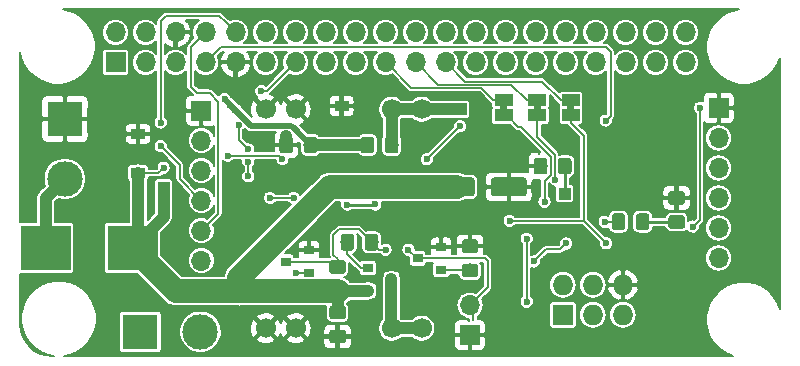
<source format=gtl>
G04 #@! TF.GenerationSoftware,KiCad,Pcbnew,5.1.2*
G04 #@! TF.CreationDate,2019-07-27T17:59:41+02:00*
G04 #@! TF.ProjectId,solarcampi,736f6c61-7263-4616-9d70-692e6b696361,C*
G04 #@! TF.SameCoordinates,Original*
G04 #@! TF.FileFunction,Copper,L1,Top*
G04 #@! TF.FilePolarity,Positive*
%FSLAX46Y46*%
G04 Gerber Fmt 4.6, Leading zero omitted, Abs format (unit mm)*
G04 Created by KiCad (PCBNEW 5.1.2) date 2019-07-27 17:59:41*
%MOMM*%
%LPD*%
G04 APERTURE LIST*
%ADD10C,0.100000*%
%ADD11C,1.600000*%
%ADD12C,1.700000*%
%ADD13R,1.500000X1.000000*%
%ADD14C,3.000000*%
%ADD15R,3.000000X3.000000*%
%ADD16C,1.150000*%
%ADD17R,0.900000X0.800000*%
%ADD18O,1.700000X1.700000*%
%ADD19R,1.700000X1.700000*%
%ADD20R,1.200000X0.900000*%
%ADD21R,1.000000X1.000000*%
%ADD22R,4.240000X3.810000*%
%ADD23O,1.727200X1.727200*%
%ADD24R,1.727200X1.727200*%
%ADD25C,0.600000*%
%ADD26C,1.000000*%
%ADD27C,0.127000*%
%ADD28C,2.000000*%
%ADD29C,0.250000*%
%ADD30C,0.500000*%
%ADD31C,0.200000*%
G04 APERTURE END LIST*
D10*
G36*
X96650000Y-57900000D02*
G01*
X96650000Y-57400000D01*
X97250000Y-57400000D01*
X97250000Y-57900000D01*
X96650000Y-57900000D01*
G37*
G36*
X93800000Y-57900000D02*
G01*
X93800000Y-57400000D01*
X94400000Y-57400000D01*
X94400000Y-57900000D01*
X93800000Y-57900000D01*
G37*
G36*
X90950000Y-57900000D02*
G01*
X90950000Y-57400000D01*
X91550000Y-57400000D01*
X91550000Y-57900000D01*
X90950000Y-57900000D01*
G37*
G36*
X92969504Y-63553204D02*
G01*
X92993773Y-63556804D01*
X93017571Y-63562765D01*
X93040671Y-63571030D01*
X93062849Y-63581520D01*
X93083893Y-63594133D01*
X93103598Y-63608747D01*
X93121777Y-63625223D01*
X93138253Y-63643402D01*
X93152867Y-63663107D01*
X93165480Y-63684151D01*
X93175970Y-63706329D01*
X93184235Y-63729429D01*
X93190196Y-63753227D01*
X93193796Y-63777496D01*
X93195000Y-63802000D01*
X93195000Y-64902000D01*
X93193796Y-64926504D01*
X93190196Y-64950773D01*
X93184235Y-64974571D01*
X93175970Y-64997671D01*
X93165480Y-65019849D01*
X93152867Y-65040893D01*
X93138253Y-65060598D01*
X93121777Y-65078777D01*
X93103598Y-65095253D01*
X93083893Y-65109867D01*
X93062849Y-65122480D01*
X93040671Y-65132970D01*
X93017571Y-65141235D01*
X92993773Y-65147196D01*
X92969504Y-65150796D01*
X92945000Y-65152000D01*
X90445000Y-65152000D01*
X90420496Y-65150796D01*
X90396227Y-65147196D01*
X90372429Y-65141235D01*
X90349329Y-65132970D01*
X90327151Y-65122480D01*
X90306107Y-65109867D01*
X90286402Y-65095253D01*
X90268223Y-65078777D01*
X90251747Y-65060598D01*
X90237133Y-65040893D01*
X90224520Y-65019849D01*
X90214030Y-64997671D01*
X90205765Y-64974571D01*
X90199804Y-64950773D01*
X90196204Y-64926504D01*
X90195000Y-64902000D01*
X90195000Y-63802000D01*
X90196204Y-63777496D01*
X90199804Y-63753227D01*
X90205765Y-63729429D01*
X90214030Y-63706329D01*
X90224520Y-63684151D01*
X90237133Y-63663107D01*
X90251747Y-63643402D01*
X90268223Y-63625223D01*
X90286402Y-63608747D01*
X90306107Y-63594133D01*
X90327151Y-63581520D01*
X90349329Y-63571030D01*
X90372429Y-63562765D01*
X90396227Y-63556804D01*
X90420496Y-63553204D01*
X90445000Y-63552000D01*
X92945000Y-63552000D01*
X92969504Y-63553204D01*
X92969504Y-63553204D01*
G37*
D11*
X91695000Y-64352000D03*
D10*
G36*
X88569504Y-63553204D02*
G01*
X88593773Y-63556804D01*
X88617571Y-63562765D01*
X88640671Y-63571030D01*
X88662849Y-63581520D01*
X88683893Y-63594133D01*
X88703598Y-63608747D01*
X88721777Y-63625223D01*
X88738253Y-63643402D01*
X88752867Y-63663107D01*
X88765480Y-63684151D01*
X88775970Y-63706329D01*
X88784235Y-63729429D01*
X88790196Y-63753227D01*
X88793796Y-63777496D01*
X88795000Y-63802000D01*
X88795000Y-64902000D01*
X88793796Y-64926504D01*
X88790196Y-64950773D01*
X88784235Y-64974571D01*
X88775970Y-64997671D01*
X88765480Y-65019849D01*
X88752867Y-65040893D01*
X88738253Y-65060598D01*
X88721777Y-65078777D01*
X88703598Y-65095253D01*
X88683893Y-65109867D01*
X88662849Y-65122480D01*
X88640671Y-65132970D01*
X88617571Y-65141235D01*
X88593773Y-65147196D01*
X88569504Y-65150796D01*
X88545000Y-65152000D01*
X86045000Y-65152000D01*
X86020496Y-65150796D01*
X85996227Y-65147196D01*
X85972429Y-65141235D01*
X85949329Y-65132970D01*
X85927151Y-65122480D01*
X85906107Y-65109867D01*
X85886402Y-65095253D01*
X85868223Y-65078777D01*
X85851747Y-65060598D01*
X85837133Y-65040893D01*
X85824520Y-65019849D01*
X85814030Y-64997671D01*
X85805765Y-64974571D01*
X85799804Y-64950773D01*
X85796204Y-64926504D01*
X85795000Y-64902000D01*
X85795000Y-63802000D01*
X85796204Y-63777496D01*
X85799804Y-63753227D01*
X85805765Y-63729429D01*
X85814030Y-63706329D01*
X85824520Y-63684151D01*
X85837133Y-63663107D01*
X85851747Y-63643402D01*
X85868223Y-63625223D01*
X85886402Y-63608747D01*
X85906107Y-63594133D01*
X85927151Y-63581520D01*
X85949329Y-63571030D01*
X85972429Y-63562765D01*
X85996227Y-63556804D01*
X86020496Y-63553204D01*
X86045000Y-63552000D01*
X88545000Y-63552000D01*
X88569504Y-63553204D01*
X88569504Y-63553204D01*
G37*
D11*
X87295000Y-64352000D03*
D12*
X81764000Y-76321000D03*
X73636000Y-76321000D03*
X71096000Y-76321000D03*
X84304000Y-76321000D03*
X71096000Y-57779000D03*
X84304000Y-57779000D03*
X73636000Y-57779000D03*
X81764000Y-57779000D03*
D13*
X96950000Y-57000000D03*
X96950000Y-58300000D03*
X94100000Y-57000000D03*
X94100000Y-58300000D03*
X91250000Y-57000000D03*
X91250000Y-58300000D03*
D14*
X65580000Y-76630000D03*
D15*
X60500000Y-76630000D03*
D10*
G36*
X80414505Y-68341204D02*
G01*
X80438773Y-68344804D01*
X80462572Y-68350765D01*
X80485671Y-68359030D01*
X80507850Y-68369520D01*
X80528893Y-68382132D01*
X80548599Y-68396747D01*
X80566777Y-68413223D01*
X80583253Y-68431401D01*
X80597868Y-68451107D01*
X80610480Y-68472150D01*
X80620970Y-68494329D01*
X80629235Y-68517428D01*
X80635196Y-68541227D01*
X80638796Y-68565495D01*
X80640000Y-68589999D01*
X80640000Y-69490001D01*
X80638796Y-69514505D01*
X80635196Y-69538773D01*
X80629235Y-69562572D01*
X80620970Y-69585671D01*
X80610480Y-69607850D01*
X80597868Y-69628893D01*
X80583253Y-69648599D01*
X80566777Y-69666777D01*
X80548599Y-69683253D01*
X80528893Y-69697868D01*
X80507850Y-69710480D01*
X80485671Y-69720970D01*
X80462572Y-69729235D01*
X80438773Y-69735196D01*
X80414505Y-69738796D01*
X80390001Y-69740000D01*
X79739999Y-69740000D01*
X79715495Y-69738796D01*
X79691227Y-69735196D01*
X79667428Y-69729235D01*
X79644329Y-69720970D01*
X79622150Y-69710480D01*
X79601107Y-69697868D01*
X79581401Y-69683253D01*
X79563223Y-69666777D01*
X79546747Y-69648599D01*
X79532132Y-69628893D01*
X79519520Y-69607850D01*
X79509030Y-69585671D01*
X79500765Y-69562572D01*
X79494804Y-69538773D01*
X79491204Y-69514505D01*
X79490000Y-69490001D01*
X79490000Y-68589999D01*
X79491204Y-68565495D01*
X79494804Y-68541227D01*
X79500765Y-68517428D01*
X79509030Y-68494329D01*
X79519520Y-68472150D01*
X79532132Y-68451107D01*
X79546747Y-68431401D01*
X79563223Y-68413223D01*
X79581401Y-68396747D01*
X79601107Y-68382132D01*
X79622150Y-68369520D01*
X79644329Y-68359030D01*
X79667428Y-68350765D01*
X79691227Y-68344804D01*
X79715495Y-68341204D01*
X79739999Y-68340000D01*
X80390001Y-68340000D01*
X80414505Y-68341204D01*
X80414505Y-68341204D01*
G37*
D16*
X80065000Y-69040000D03*
D10*
G36*
X78364505Y-68341204D02*
G01*
X78388773Y-68344804D01*
X78412572Y-68350765D01*
X78435671Y-68359030D01*
X78457850Y-68369520D01*
X78478893Y-68382132D01*
X78498599Y-68396747D01*
X78516777Y-68413223D01*
X78533253Y-68431401D01*
X78547868Y-68451107D01*
X78560480Y-68472150D01*
X78570970Y-68494329D01*
X78579235Y-68517428D01*
X78585196Y-68541227D01*
X78588796Y-68565495D01*
X78590000Y-68589999D01*
X78590000Y-69490001D01*
X78588796Y-69514505D01*
X78585196Y-69538773D01*
X78579235Y-69562572D01*
X78570970Y-69585671D01*
X78560480Y-69607850D01*
X78547868Y-69628893D01*
X78533253Y-69648599D01*
X78516777Y-69666777D01*
X78498599Y-69683253D01*
X78478893Y-69697868D01*
X78457850Y-69710480D01*
X78435671Y-69720970D01*
X78412572Y-69729235D01*
X78388773Y-69735196D01*
X78364505Y-69738796D01*
X78340001Y-69740000D01*
X77689999Y-69740000D01*
X77665495Y-69738796D01*
X77641227Y-69735196D01*
X77617428Y-69729235D01*
X77594329Y-69720970D01*
X77572150Y-69710480D01*
X77551107Y-69697868D01*
X77531401Y-69683253D01*
X77513223Y-69666777D01*
X77496747Y-69648599D01*
X77482132Y-69628893D01*
X77469520Y-69607850D01*
X77459030Y-69585671D01*
X77450765Y-69562572D01*
X77444804Y-69538773D01*
X77441204Y-69514505D01*
X77440000Y-69490001D01*
X77440000Y-68589999D01*
X77441204Y-68565495D01*
X77444804Y-68541227D01*
X77450765Y-68517428D01*
X77459030Y-68494329D01*
X77469520Y-68472150D01*
X77482132Y-68451107D01*
X77496747Y-68431401D01*
X77513223Y-68413223D01*
X77531401Y-68396747D01*
X77551107Y-68382132D01*
X77572150Y-68369520D01*
X77594329Y-68359030D01*
X77617428Y-68350765D01*
X77641227Y-68344804D01*
X77665495Y-68341204D01*
X77689999Y-68340000D01*
X78340001Y-68340000D01*
X78364505Y-68341204D01*
X78364505Y-68341204D01*
G37*
D16*
X78015000Y-69040000D03*
D17*
X72790000Y-70670000D03*
X74790000Y-69720000D03*
X74790000Y-71620000D03*
X83960000Y-70400000D03*
X85960000Y-69450000D03*
X85960000Y-71350000D03*
D14*
X54102000Y-63682000D03*
D15*
X54102000Y-58602000D03*
D18*
X88400000Y-74360000D03*
D19*
X88400000Y-76900000D03*
D10*
G36*
X77674505Y-74401204D02*
G01*
X77698773Y-74404804D01*
X77722572Y-74410765D01*
X77745671Y-74419030D01*
X77767850Y-74429520D01*
X77788893Y-74442132D01*
X77808599Y-74456747D01*
X77826777Y-74473223D01*
X77843253Y-74491401D01*
X77857868Y-74511107D01*
X77870480Y-74532150D01*
X77880970Y-74554329D01*
X77889235Y-74577428D01*
X77895196Y-74601227D01*
X77898796Y-74625495D01*
X77900000Y-74649999D01*
X77900000Y-75300001D01*
X77898796Y-75324505D01*
X77895196Y-75348773D01*
X77889235Y-75372572D01*
X77880970Y-75395671D01*
X77870480Y-75417850D01*
X77857868Y-75438893D01*
X77843253Y-75458599D01*
X77826777Y-75476777D01*
X77808599Y-75493253D01*
X77788893Y-75507868D01*
X77767850Y-75520480D01*
X77745671Y-75530970D01*
X77722572Y-75539235D01*
X77698773Y-75545196D01*
X77674505Y-75548796D01*
X77650001Y-75550000D01*
X76749999Y-75550000D01*
X76725495Y-75548796D01*
X76701227Y-75545196D01*
X76677428Y-75539235D01*
X76654329Y-75530970D01*
X76632150Y-75520480D01*
X76611107Y-75507868D01*
X76591401Y-75493253D01*
X76573223Y-75476777D01*
X76556747Y-75458599D01*
X76542132Y-75438893D01*
X76529520Y-75417850D01*
X76519030Y-75395671D01*
X76510765Y-75372572D01*
X76504804Y-75348773D01*
X76501204Y-75324505D01*
X76500000Y-75300001D01*
X76500000Y-74649999D01*
X76501204Y-74625495D01*
X76504804Y-74601227D01*
X76510765Y-74577428D01*
X76519030Y-74554329D01*
X76529520Y-74532150D01*
X76542132Y-74511107D01*
X76556747Y-74491401D01*
X76573223Y-74473223D01*
X76591401Y-74456747D01*
X76611107Y-74442132D01*
X76632150Y-74429520D01*
X76654329Y-74419030D01*
X76677428Y-74410765D01*
X76701227Y-74404804D01*
X76725495Y-74401204D01*
X76749999Y-74400000D01*
X77650001Y-74400000D01*
X77674505Y-74401204D01*
X77674505Y-74401204D01*
G37*
D16*
X77200000Y-74975000D03*
D10*
G36*
X77674505Y-76451204D02*
G01*
X77698773Y-76454804D01*
X77722572Y-76460765D01*
X77745671Y-76469030D01*
X77767850Y-76479520D01*
X77788893Y-76492132D01*
X77808599Y-76506747D01*
X77826777Y-76523223D01*
X77843253Y-76541401D01*
X77857868Y-76561107D01*
X77870480Y-76582150D01*
X77880970Y-76604329D01*
X77889235Y-76627428D01*
X77895196Y-76651227D01*
X77898796Y-76675495D01*
X77900000Y-76699999D01*
X77900000Y-77350001D01*
X77898796Y-77374505D01*
X77895196Y-77398773D01*
X77889235Y-77422572D01*
X77880970Y-77445671D01*
X77870480Y-77467850D01*
X77857868Y-77488893D01*
X77843253Y-77508599D01*
X77826777Y-77526777D01*
X77808599Y-77543253D01*
X77788893Y-77557868D01*
X77767850Y-77570480D01*
X77745671Y-77580970D01*
X77722572Y-77589235D01*
X77698773Y-77595196D01*
X77674505Y-77598796D01*
X77650001Y-77600000D01*
X76749999Y-77600000D01*
X76725495Y-77598796D01*
X76701227Y-77595196D01*
X76677428Y-77589235D01*
X76654329Y-77580970D01*
X76632150Y-77570480D01*
X76611107Y-77557868D01*
X76591401Y-77543253D01*
X76573223Y-77526777D01*
X76556747Y-77508599D01*
X76542132Y-77488893D01*
X76529520Y-77467850D01*
X76519030Y-77445671D01*
X76510765Y-77422572D01*
X76504804Y-77398773D01*
X76501204Y-77374505D01*
X76500000Y-77350001D01*
X76500000Y-76699999D01*
X76501204Y-76675495D01*
X76504804Y-76651227D01*
X76510765Y-76627428D01*
X76519030Y-76604329D01*
X76529520Y-76582150D01*
X76542132Y-76561107D01*
X76556747Y-76541401D01*
X76573223Y-76523223D01*
X76591401Y-76506747D01*
X76611107Y-76492132D01*
X76632150Y-76479520D01*
X76654329Y-76469030D01*
X76677428Y-76460765D01*
X76701227Y-76454804D01*
X76725495Y-76451204D01*
X76749999Y-76450000D01*
X77650001Y-76450000D01*
X77674505Y-76451204D01*
X77674505Y-76451204D01*
G37*
D16*
X77200000Y-77025000D03*
D10*
G36*
X88874505Y-70851204D02*
G01*
X88898773Y-70854804D01*
X88922572Y-70860765D01*
X88945671Y-70869030D01*
X88967850Y-70879520D01*
X88988893Y-70892132D01*
X89008599Y-70906747D01*
X89026777Y-70923223D01*
X89043253Y-70941401D01*
X89057868Y-70961107D01*
X89070480Y-70982150D01*
X89080970Y-71004329D01*
X89089235Y-71027428D01*
X89095196Y-71051227D01*
X89098796Y-71075495D01*
X89100000Y-71099999D01*
X89100000Y-71750001D01*
X89098796Y-71774505D01*
X89095196Y-71798773D01*
X89089235Y-71822572D01*
X89080970Y-71845671D01*
X89070480Y-71867850D01*
X89057868Y-71888893D01*
X89043253Y-71908599D01*
X89026777Y-71926777D01*
X89008599Y-71943253D01*
X88988893Y-71957868D01*
X88967850Y-71970480D01*
X88945671Y-71980970D01*
X88922572Y-71989235D01*
X88898773Y-71995196D01*
X88874505Y-71998796D01*
X88850001Y-72000000D01*
X87949999Y-72000000D01*
X87925495Y-71998796D01*
X87901227Y-71995196D01*
X87877428Y-71989235D01*
X87854329Y-71980970D01*
X87832150Y-71970480D01*
X87811107Y-71957868D01*
X87791401Y-71943253D01*
X87773223Y-71926777D01*
X87756747Y-71908599D01*
X87742132Y-71888893D01*
X87729520Y-71867850D01*
X87719030Y-71845671D01*
X87710765Y-71822572D01*
X87704804Y-71798773D01*
X87701204Y-71774505D01*
X87700000Y-71750001D01*
X87700000Y-71099999D01*
X87701204Y-71075495D01*
X87704804Y-71051227D01*
X87710765Y-71027428D01*
X87719030Y-71004329D01*
X87729520Y-70982150D01*
X87742132Y-70961107D01*
X87756747Y-70941401D01*
X87773223Y-70923223D01*
X87791401Y-70906747D01*
X87811107Y-70892132D01*
X87832150Y-70879520D01*
X87854329Y-70869030D01*
X87877428Y-70860765D01*
X87901227Y-70854804D01*
X87925495Y-70851204D01*
X87949999Y-70850000D01*
X88850001Y-70850000D01*
X88874505Y-70851204D01*
X88874505Y-70851204D01*
G37*
D16*
X88400000Y-71425000D03*
D10*
G36*
X88874505Y-68801204D02*
G01*
X88898773Y-68804804D01*
X88922572Y-68810765D01*
X88945671Y-68819030D01*
X88967850Y-68829520D01*
X88988893Y-68842132D01*
X89008599Y-68856747D01*
X89026777Y-68873223D01*
X89043253Y-68891401D01*
X89057868Y-68911107D01*
X89070480Y-68932150D01*
X89080970Y-68954329D01*
X89089235Y-68977428D01*
X89095196Y-69001227D01*
X89098796Y-69025495D01*
X89100000Y-69049999D01*
X89100000Y-69700001D01*
X89098796Y-69724505D01*
X89095196Y-69748773D01*
X89089235Y-69772572D01*
X89080970Y-69795671D01*
X89070480Y-69817850D01*
X89057868Y-69838893D01*
X89043253Y-69858599D01*
X89026777Y-69876777D01*
X89008599Y-69893253D01*
X88988893Y-69907868D01*
X88967850Y-69920480D01*
X88945671Y-69930970D01*
X88922572Y-69939235D01*
X88898773Y-69945196D01*
X88874505Y-69948796D01*
X88850001Y-69950000D01*
X87949999Y-69950000D01*
X87925495Y-69948796D01*
X87901227Y-69945196D01*
X87877428Y-69939235D01*
X87854329Y-69930970D01*
X87832150Y-69920480D01*
X87811107Y-69907868D01*
X87791401Y-69893253D01*
X87773223Y-69876777D01*
X87756747Y-69858599D01*
X87742132Y-69838893D01*
X87729520Y-69817850D01*
X87719030Y-69795671D01*
X87710765Y-69772572D01*
X87704804Y-69748773D01*
X87701204Y-69724505D01*
X87700000Y-69700001D01*
X87700000Y-69049999D01*
X87701204Y-69025495D01*
X87704804Y-69001227D01*
X87710765Y-68977428D01*
X87719030Y-68954329D01*
X87729520Y-68932150D01*
X87742132Y-68911107D01*
X87756747Y-68891401D01*
X87773223Y-68873223D01*
X87791401Y-68856747D01*
X87811107Y-68842132D01*
X87832150Y-68829520D01*
X87854329Y-68819030D01*
X87877428Y-68810765D01*
X87901227Y-68804804D01*
X87925495Y-68801204D01*
X87949999Y-68800000D01*
X88850001Y-68800000D01*
X88874505Y-68801204D01*
X88874505Y-68801204D01*
G37*
D16*
X88400000Y-69375000D03*
D20*
X60300000Y-59870000D03*
X60300000Y-63170000D03*
D10*
G36*
X82114505Y-60101204D02*
G01*
X82138773Y-60104804D01*
X82162572Y-60110765D01*
X82185671Y-60119030D01*
X82207850Y-60129520D01*
X82228893Y-60142132D01*
X82248599Y-60156747D01*
X82266777Y-60173223D01*
X82283253Y-60191401D01*
X82297868Y-60211107D01*
X82310480Y-60232150D01*
X82320970Y-60254329D01*
X82329235Y-60277428D01*
X82335196Y-60301227D01*
X82338796Y-60325495D01*
X82340000Y-60349999D01*
X82340000Y-61250001D01*
X82338796Y-61274505D01*
X82335196Y-61298773D01*
X82329235Y-61322572D01*
X82320970Y-61345671D01*
X82310480Y-61367850D01*
X82297868Y-61388893D01*
X82283253Y-61408599D01*
X82266777Y-61426777D01*
X82248599Y-61443253D01*
X82228893Y-61457868D01*
X82207850Y-61470480D01*
X82185671Y-61480970D01*
X82162572Y-61489235D01*
X82138773Y-61495196D01*
X82114505Y-61498796D01*
X82090001Y-61500000D01*
X81439999Y-61500000D01*
X81415495Y-61498796D01*
X81391227Y-61495196D01*
X81367428Y-61489235D01*
X81344329Y-61480970D01*
X81322150Y-61470480D01*
X81301107Y-61457868D01*
X81281401Y-61443253D01*
X81263223Y-61426777D01*
X81246747Y-61408599D01*
X81232132Y-61388893D01*
X81219520Y-61367850D01*
X81209030Y-61345671D01*
X81200765Y-61322572D01*
X81194804Y-61298773D01*
X81191204Y-61274505D01*
X81190000Y-61250001D01*
X81190000Y-60349999D01*
X81191204Y-60325495D01*
X81194804Y-60301227D01*
X81200765Y-60277428D01*
X81209030Y-60254329D01*
X81219520Y-60232150D01*
X81232132Y-60211107D01*
X81246747Y-60191401D01*
X81263223Y-60173223D01*
X81281401Y-60156747D01*
X81301107Y-60142132D01*
X81322150Y-60129520D01*
X81344329Y-60119030D01*
X81367428Y-60110765D01*
X81391227Y-60104804D01*
X81415495Y-60101204D01*
X81439999Y-60100000D01*
X82090001Y-60100000D01*
X82114505Y-60101204D01*
X82114505Y-60101204D01*
G37*
D16*
X81765000Y-60800000D03*
D10*
G36*
X80064505Y-60101204D02*
G01*
X80088773Y-60104804D01*
X80112572Y-60110765D01*
X80135671Y-60119030D01*
X80157850Y-60129520D01*
X80178893Y-60142132D01*
X80198599Y-60156747D01*
X80216777Y-60173223D01*
X80233253Y-60191401D01*
X80247868Y-60211107D01*
X80260480Y-60232150D01*
X80270970Y-60254329D01*
X80279235Y-60277428D01*
X80285196Y-60301227D01*
X80288796Y-60325495D01*
X80290000Y-60349999D01*
X80290000Y-61250001D01*
X80288796Y-61274505D01*
X80285196Y-61298773D01*
X80279235Y-61322572D01*
X80270970Y-61345671D01*
X80260480Y-61367850D01*
X80247868Y-61388893D01*
X80233253Y-61408599D01*
X80216777Y-61426777D01*
X80198599Y-61443253D01*
X80178893Y-61457868D01*
X80157850Y-61470480D01*
X80135671Y-61480970D01*
X80112572Y-61489235D01*
X80088773Y-61495196D01*
X80064505Y-61498796D01*
X80040001Y-61500000D01*
X79389999Y-61500000D01*
X79365495Y-61498796D01*
X79341227Y-61495196D01*
X79317428Y-61489235D01*
X79294329Y-61480970D01*
X79272150Y-61470480D01*
X79251107Y-61457868D01*
X79231401Y-61443253D01*
X79213223Y-61426777D01*
X79196747Y-61408599D01*
X79182132Y-61388893D01*
X79169520Y-61367850D01*
X79159030Y-61345671D01*
X79150765Y-61322572D01*
X79144804Y-61298773D01*
X79141204Y-61274505D01*
X79140000Y-61250001D01*
X79140000Y-60349999D01*
X79141204Y-60325495D01*
X79144804Y-60301227D01*
X79150765Y-60277428D01*
X79159030Y-60254329D01*
X79169520Y-60232150D01*
X79182132Y-60211107D01*
X79196747Y-60191401D01*
X79213223Y-60173223D01*
X79231401Y-60156747D01*
X79251107Y-60142132D01*
X79272150Y-60129520D01*
X79294329Y-60119030D01*
X79317428Y-60110765D01*
X79341227Y-60104804D01*
X79365495Y-60101204D01*
X79389999Y-60100000D01*
X80040001Y-60100000D01*
X80064505Y-60101204D01*
X80064505Y-60101204D01*
G37*
D16*
X79715000Y-60800000D03*
D18*
X109460000Y-70370000D03*
X109460000Y-67830000D03*
X109460000Y-65290000D03*
X109460000Y-62750000D03*
X109460000Y-60210000D03*
D19*
X109460000Y-57670000D03*
D21*
X62460000Y-64430000D03*
D10*
G36*
X106374505Y-64701204D02*
G01*
X106398773Y-64704804D01*
X106422572Y-64710765D01*
X106445671Y-64719030D01*
X106467850Y-64729520D01*
X106488893Y-64742132D01*
X106508599Y-64756747D01*
X106526777Y-64773223D01*
X106543253Y-64791401D01*
X106557868Y-64811107D01*
X106570480Y-64832150D01*
X106580970Y-64854329D01*
X106589235Y-64877428D01*
X106595196Y-64901227D01*
X106598796Y-64925495D01*
X106600000Y-64949999D01*
X106600000Y-65600001D01*
X106598796Y-65624505D01*
X106595196Y-65648773D01*
X106589235Y-65672572D01*
X106580970Y-65695671D01*
X106570480Y-65717850D01*
X106557868Y-65738893D01*
X106543253Y-65758599D01*
X106526777Y-65776777D01*
X106508599Y-65793253D01*
X106488893Y-65807868D01*
X106467850Y-65820480D01*
X106445671Y-65830970D01*
X106422572Y-65839235D01*
X106398773Y-65845196D01*
X106374505Y-65848796D01*
X106350001Y-65850000D01*
X105449999Y-65850000D01*
X105425495Y-65848796D01*
X105401227Y-65845196D01*
X105377428Y-65839235D01*
X105354329Y-65830970D01*
X105332150Y-65820480D01*
X105311107Y-65807868D01*
X105291401Y-65793253D01*
X105273223Y-65776777D01*
X105256747Y-65758599D01*
X105242132Y-65738893D01*
X105229520Y-65717850D01*
X105219030Y-65695671D01*
X105210765Y-65672572D01*
X105204804Y-65648773D01*
X105201204Y-65624505D01*
X105200000Y-65600001D01*
X105200000Y-64949999D01*
X105201204Y-64925495D01*
X105204804Y-64901227D01*
X105210765Y-64877428D01*
X105219030Y-64854329D01*
X105229520Y-64832150D01*
X105242132Y-64811107D01*
X105256747Y-64791401D01*
X105273223Y-64773223D01*
X105291401Y-64756747D01*
X105311107Y-64742132D01*
X105332150Y-64729520D01*
X105354329Y-64719030D01*
X105377428Y-64710765D01*
X105401227Y-64704804D01*
X105425495Y-64701204D01*
X105449999Y-64700000D01*
X106350001Y-64700000D01*
X106374505Y-64701204D01*
X106374505Y-64701204D01*
G37*
D16*
X105900000Y-65275000D03*
D10*
G36*
X106374505Y-66751204D02*
G01*
X106398773Y-66754804D01*
X106422572Y-66760765D01*
X106445671Y-66769030D01*
X106467850Y-66779520D01*
X106488893Y-66792132D01*
X106508599Y-66806747D01*
X106526777Y-66823223D01*
X106543253Y-66841401D01*
X106557868Y-66861107D01*
X106570480Y-66882150D01*
X106580970Y-66904329D01*
X106589235Y-66927428D01*
X106595196Y-66951227D01*
X106598796Y-66975495D01*
X106600000Y-66999999D01*
X106600000Y-67650001D01*
X106598796Y-67674505D01*
X106595196Y-67698773D01*
X106589235Y-67722572D01*
X106580970Y-67745671D01*
X106570480Y-67767850D01*
X106557868Y-67788893D01*
X106543253Y-67808599D01*
X106526777Y-67826777D01*
X106508599Y-67843253D01*
X106488893Y-67857868D01*
X106467850Y-67870480D01*
X106445671Y-67880970D01*
X106422572Y-67889235D01*
X106398773Y-67895196D01*
X106374505Y-67898796D01*
X106350001Y-67900000D01*
X105449999Y-67900000D01*
X105425495Y-67898796D01*
X105401227Y-67895196D01*
X105377428Y-67889235D01*
X105354329Y-67880970D01*
X105332150Y-67870480D01*
X105311107Y-67857868D01*
X105291401Y-67843253D01*
X105273223Y-67826777D01*
X105256747Y-67808599D01*
X105242132Y-67788893D01*
X105229520Y-67767850D01*
X105219030Y-67745671D01*
X105210765Y-67722572D01*
X105204804Y-67698773D01*
X105201204Y-67674505D01*
X105200000Y-67650001D01*
X105200000Y-66999999D01*
X105201204Y-66975495D01*
X105204804Y-66951227D01*
X105210765Y-66927428D01*
X105219030Y-66904329D01*
X105229520Y-66882150D01*
X105242132Y-66861107D01*
X105256747Y-66841401D01*
X105273223Y-66823223D01*
X105291401Y-66806747D01*
X105311107Y-66792132D01*
X105332150Y-66779520D01*
X105354329Y-66769030D01*
X105377428Y-66760765D01*
X105401227Y-66754804D01*
X105425495Y-66751204D01*
X105449999Y-66750000D01*
X106350001Y-66750000D01*
X106374505Y-66751204D01*
X106374505Y-66751204D01*
G37*
D16*
X105900000Y-67325000D03*
D21*
X96420000Y-64910000D03*
X87610000Y-57780000D03*
D10*
G36*
X101324505Y-66601204D02*
G01*
X101348773Y-66604804D01*
X101372572Y-66610765D01*
X101395671Y-66619030D01*
X101417850Y-66629520D01*
X101438893Y-66642132D01*
X101458599Y-66656747D01*
X101476777Y-66673223D01*
X101493253Y-66691401D01*
X101507868Y-66711107D01*
X101520480Y-66732150D01*
X101530970Y-66754329D01*
X101539235Y-66777428D01*
X101545196Y-66801227D01*
X101548796Y-66825495D01*
X101550000Y-66849999D01*
X101550000Y-67750001D01*
X101548796Y-67774505D01*
X101545196Y-67798773D01*
X101539235Y-67822572D01*
X101530970Y-67845671D01*
X101520480Y-67867850D01*
X101507868Y-67888893D01*
X101493253Y-67908599D01*
X101476777Y-67926777D01*
X101458599Y-67943253D01*
X101438893Y-67957868D01*
X101417850Y-67970480D01*
X101395671Y-67980970D01*
X101372572Y-67989235D01*
X101348773Y-67995196D01*
X101324505Y-67998796D01*
X101300001Y-68000000D01*
X100649999Y-68000000D01*
X100625495Y-67998796D01*
X100601227Y-67995196D01*
X100577428Y-67989235D01*
X100554329Y-67980970D01*
X100532150Y-67970480D01*
X100511107Y-67957868D01*
X100491401Y-67943253D01*
X100473223Y-67926777D01*
X100456747Y-67908599D01*
X100442132Y-67888893D01*
X100429520Y-67867850D01*
X100419030Y-67845671D01*
X100410765Y-67822572D01*
X100404804Y-67798773D01*
X100401204Y-67774505D01*
X100400000Y-67750001D01*
X100400000Y-66849999D01*
X100401204Y-66825495D01*
X100404804Y-66801227D01*
X100410765Y-66777428D01*
X100419030Y-66754329D01*
X100429520Y-66732150D01*
X100442132Y-66711107D01*
X100456747Y-66691401D01*
X100473223Y-66673223D01*
X100491401Y-66656747D01*
X100511107Y-66642132D01*
X100532150Y-66629520D01*
X100554329Y-66619030D01*
X100577428Y-66610765D01*
X100601227Y-66604804D01*
X100625495Y-66601204D01*
X100649999Y-66600000D01*
X101300001Y-66600000D01*
X101324505Y-66601204D01*
X101324505Y-66601204D01*
G37*
D16*
X100975000Y-67300000D03*
D10*
G36*
X103374505Y-66601204D02*
G01*
X103398773Y-66604804D01*
X103422572Y-66610765D01*
X103445671Y-66619030D01*
X103467850Y-66629520D01*
X103488893Y-66642132D01*
X103508599Y-66656747D01*
X103526777Y-66673223D01*
X103543253Y-66691401D01*
X103557868Y-66711107D01*
X103570480Y-66732150D01*
X103580970Y-66754329D01*
X103589235Y-66777428D01*
X103595196Y-66801227D01*
X103598796Y-66825495D01*
X103600000Y-66849999D01*
X103600000Y-67750001D01*
X103598796Y-67774505D01*
X103595196Y-67798773D01*
X103589235Y-67822572D01*
X103580970Y-67845671D01*
X103570480Y-67867850D01*
X103557868Y-67888893D01*
X103543253Y-67908599D01*
X103526777Y-67926777D01*
X103508599Y-67943253D01*
X103488893Y-67957868D01*
X103467850Y-67970480D01*
X103445671Y-67980970D01*
X103422572Y-67989235D01*
X103398773Y-67995196D01*
X103374505Y-67998796D01*
X103350001Y-68000000D01*
X102699999Y-68000000D01*
X102675495Y-67998796D01*
X102651227Y-67995196D01*
X102627428Y-67989235D01*
X102604329Y-67980970D01*
X102582150Y-67970480D01*
X102561107Y-67957868D01*
X102541401Y-67943253D01*
X102523223Y-67926777D01*
X102506747Y-67908599D01*
X102492132Y-67888893D01*
X102479520Y-67867850D01*
X102469030Y-67845671D01*
X102460765Y-67822572D01*
X102454804Y-67798773D01*
X102451204Y-67774505D01*
X102450000Y-67750001D01*
X102450000Y-66849999D01*
X102451204Y-66825495D01*
X102454804Y-66801227D01*
X102460765Y-66777428D01*
X102469030Y-66754329D01*
X102479520Y-66732150D01*
X102492132Y-66711107D01*
X102506747Y-66691401D01*
X102523223Y-66673223D01*
X102541401Y-66656747D01*
X102561107Y-66642132D01*
X102582150Y-66629520D01*
X102604329Y-66619030D01*
X102627428Y-66610765D01*
X102651227Y-66604804D01*
X102675495Y-66601204D01*
X102699999Y-66600000D01*
X103350001Y-66600000D01*
X103374505Y-66601204D01*
X103374505Y-66601204D01*
G37*
D16*
X103025000Y-67300000D03*
D20*
X77530000Y-57500000D03*
X77530000Y-60800000D03*
D22*
X59835000Y-69520000D03*
X52465000Y-69520000D03*
D10*
G36*
X77668505Y-70551204D02*
G01*
X77692773Y-70554804D01*
X77716572Y-70560765D01*
X77739671Y-70569030D01*
X77761850Y-70579520D01*
X77782893Y-70592132D01*
X77802599Y-70606747D01*
X77820777Y-70623223D01*
X77837253Y-70641401D01*
X77851868Y-70661107D01*
X77864480Y-70682150D01*
X77874970Y-70704329D01*
X77883235Y-70727428D01*
X77889196Y-70751227D01*
X77892796Y-70775495D01*
X77894000Y-70799999D01*
X77894000Y-71450001D01*
X77892796Y-71474505D01*
X77889196Y-71498773D01*
X77883235Y-71522572D01*
X77874970Y-71545671D01*
X77864480Y-71567850D01*
X77851868Y-71588893D01*
X77837253Y-71608599D01*
X77820777Y-71626777D01*
X77802599Y-71643253D01*
X77782893Y-71657868D01*
X77761850Y-71670480D01*
X77739671Y-71680970D01*
X77716572Y-71689235D01*
X77692773Y-71695196D01*
X77668505Y-71698796D01*
X77644001Y-71700000D01*
X76743999Y-71700000D01*
X76719495Y-71698796D01*
X76695227Y-71695196D01*
X76671428Y-71689235D01*
X76648329Y-71680970D01*
X76626150Y-71670480D01*
X76605107Y-71657868D01*
X76585401Y-71643253D01*
X76567223Y-71626777D01*
X76550747Y-71608599D01*
X76536132Y-71588893D01*
X76523520Y-71567850D01*
X76513030Y-71545671D01*
X76504765Y-71522572D01*
X76498804Y-71498773D01*
X76495204Y-71474505D01*
X76494000Y-71450001D01*
X76494000Y-70799999D01*
X76495204Y-70775495D01*
X76498804Y-70751227D01*
X76504765Y-70727428D01*
X76513030Y-70704329D01*
X76523520Y-70682150D01*
X76536132Y-70661107D01*
X76550747Y-70641401D01*
X76567223Y-70623223D01*
X76585401Y-70606747D01*
X76605107Y-70592132D01*
X76626150Y-70579520D01*
X76648329Y-70569030D01*
X76671428Y-70560765D01*
X76695227Y-70554804D01*
X76719495Y-70551204D01*
X76743999Y-70550000D01*
X77644001Y-70550000D01*
X77668505Y-70551204D01*
X77668505Y-70551204D01*
G37*
D16*
X77194000Y-71125000D03*
D10*
G36*
X77668505Y-72601204D02*
G01*
X77692773Y-72604804D01*
X77716572Y-72610765D01*
X77739671Y-72619030D01*
X77761850Y-72629520D01*
X77782893Y-72642132D01*
X77802599Y-72656747D01*
X77820777Y-72673223D01*
X77837253Y-72691401D01*
X77851868Y-72711107D01*
X77864480Y-72732150D01*
X77874970Y-72754329D01*
X77883235Y-72777428D01*
X77889196Y-72801227D01*
X77892796Y-72825495D01*
X77894000Y-72849999D01*
X77894000Y-73500001D01*
X77892796Y-73524505D01*
X77889196Y-73548773D01*
X77883235Y-73572572D01*
X77874970Y-73595671D01*
X77864480Y-73617850D01*
X77851868Y-73638893D01*
X77837253Y-73658599D01*
X77820777Y-73676777D01*
X77802599Y-73693253D01*
X77782893Y-73707868D01*
X77761850Y-73720480D01*
X77739671Y-73730970D01*
X77716572Y-73739235D01*
X77692773Y-73745196D01*
X77668505Y-73748796D01*
X77644001Y-73750000D01*
X76743999Y-73750000D01*
X76719495Y-73748796D01*
X76695227Y-73745196D01*
X76671428Y-73739235D01*
X76648329Y-73730970D01*
X76626150Y-73720480D01*
X76605107Y-73707868D01*
X76585401Y-73693253D01*
X76567223Y-73676777D01*
X76550747Y-73658599D01*
X76536132Y-73638893D01*
X76523520Y-73617850D01*
X76513030Y-73595671D01*
X76504765Y-73572572D01*
X76498804Y-73548773D01*
X76495204Y-73524505D01*
X76494000Y-73500001D01*
X76494000Y-72849999D01*
X76495204Y-72825495D01*
X76498804Y-72801227D01*
X76504765Y-72777428D01*
X76513030Y-72754329D01*
X76523520Y-72732150D01*
X76536132Y-72711107D01*
X76550747Y-72691401D01*
X76567223Y-72673223D01*
X76585401Y-72656747D01*
X76605107Y-72642132D01*
X76626150Y-72629520D01*
X76648329Y-72619030D01*
X76671428Y-72610765D01*
X76695227Y-72604804D01*
X76719495Y-72601204D01*
X76743999Y-72600000D01*
X77644001Y-72600000D01*
X77668505Y-72601204D01*
X77668505Y-72601204D01*
G37*
D16*
X77194000Y-73175000D03*
D17*
X81750000Y-72178000D03*
X79750000Y-73128000D03*
X79750000Y-71228000D03*
D18*
X65650000Y-70600000D03*
X65650000Y-68060000D03*
X65650000Y-65520000D03*
X65650000Y-62980000D03*
X65650000Y-60440000D03*
D19*
X65650000Y-57900000D03*
D23*
X101346000Y-72644000D03*
X101346000Y-75184000D03*
X98806000Y-72644000D03*
X98806000Y-75184000D03*
X96266000Y-72644000D03*
D24*
X96266000Y-75184000D03*
D10*
G36*
X73195505Y-60098204D02*
G01*
X73219773Y-60101804D01*
X73243572Y-60107765D01*
X73266671Y-60116030D01*
X73288850Y-60126520D01*
X73309893Y-60139132D01*
X73329599Y-60153747D01*
X73347777Y-60170223D01*
X73364253Y-60188401D01*
X73378868Y-60208107D01*
X73391480Y-60229150D01*
X73401970Y-60251329D01*
X73410235Y-60274428D01*
X73416196Y-60298227D01*
X73419796Y-60322495D01*
X73421000Y-60346999D01*
X73421000Y-61247001D01*
X73419796Y-61271505D01*
X73416196Y-61295773D01*
X73410235Y-61319572D01*
X73401970Y-61342671D01*
X73391480Y-61364850D01*
X73378868Y-61385893D01*
X73364253Y-61405599D01*
X73347777Y-61423777D01*
X73329599Y-61440253D01*
X73309893Y-61454868D01*
X73288850Y-61467480D01*
X73266671Y-61477970D01*
X73243572Y-61486235D01*
X73219773Y-61492196D01*
X73195505Y-61495796D01*
X73171001Y-61497000D01*
X72520999Y-61497000D01*
X72496495Y-61495796D01*
X72472227Y-61492196D01*
X72448428Y-61486235D01*
X72425329Y-61477970D01*
X72403150Y-61467480D01*
X72382107Y-61454868D01*
X72362401Y-61440253D01*
X72344223Y-61423777D01*
X72327747Y-61405599D01*
X72313132Y-61385893D01*
X72300520Y-61364850D01*
X72290030Y-61342671D01*
X72281765Y-61319572D01*
X72275804Y-61295773D01*
X72272204Y-61271505D01*
X72271000Y-61247001D01*
X72271000Y-60346999D01*
X72272204Y-60322495D01*
X72275804Y-60298227D01*
X72281765Y-60274428D01*
X72290030Y-60251329D01*
X72300520Y-60229150D01*
X72313132Y-60208107D01*
X72327747Y-60188401D01*
X72344223Y-60170223D01*
X72362401Y-60153747D01*
X72382107Y-60139132D01*
X72403150Y-60126520D01*
X72425329Y-60116030D01*
X72448428Y-60107765D01*
X72472227Y-60101804D01*
X72496495Y-60098204D01*
X72520999Y-60097000D01*
X73171001Y-60097000D01*
X73195505Y-60098204D01*
X73195505Y-60098204D01*
G37*
D16*
X72846000Y-60797000D03*
D10*
G36*
X75245505Y-60098204D02*
G01*
X75269773Y-60101804D01*
X75293572Y-60107765D01*
X75316671Y-60116030D01*
X75338850Y-60126520D01*
X75359893Y-60139132D01*
X75379599Y-60153747D01*
X75397777Y-60170223D01*
X75414253Y-60188401D01*
X75428868Y-60208107D01*
X75441480Y-60229150D01*
X75451970Y-60251329D01*
X75460235Y-60274428D01*
X75466196Y-60298227D01*
X75469796Y-60322495D01*
X75471000Y-60346999D01*
X75471000Y-61247001D01*
X75469796Y-61271505D01*
X75466196Y-61295773D01*
X75460235Y-61319572D01*
X75451970Y-61342671D01*
X75441480Y-61364850D01*
X75428868Y-61385893D01*
X75414253Y-61405599D01*
X75397777Y-61423777D01*
X75379599Y-61440253D01*
X75359893Y-61454868D01*
X75338850Y-61467480D01*
X75316671Y-61477970D01*
X75293572Y-61486235D01*
X75269773Y-61492196D01*
X75245505Y-61495796D01*
X75221001Y-61497000D01*
X74570999Y-61497000D01*
X74546495Y-61495796D01*
X74522227Y-61492196D01*
X74498428Y-61486235D01*
X74475329Y-61477970D01*
X74453150Y-61467480D01*
X74432107Y-61454868D01*
X74412401Y-61440253D01*
X74394223Y-61423777D01*
X74377747Y-61405599D01*
X74363132Y-61385893D01*
X74350520Y-61364850D01*
X74340030Y-61342671D01*
X74331765Y-61319572D01*
X74325804Y-61295773D01*
X74322204Y-61271505D01*
X74321000Y-61247001D01*
X74321000Y-60346999D01*
X74322204Y-60322495D01*
X74325804Y-60298227D01*
X74331765Y-60274428D01*
X74340030Y-60251329D01*
X74350520Y-60229150D01*
X74363132Y-60208107D01*
X74377747Y-60188401D01*
X74394223Y-60170223D01*
X74412401Y-60153747D01*
X74432107Y-60139132D01*
X74453150Y-60126520D01*
X74475329Y-60116030D01*
X74498428Y-60107765D01*
X74522227Y-60101804D01*
X74546495Y-60098204D01*
X74570999Y-60097000D01*
X75221001Y-60097000D01*
X75245505Y-60098204D01*
X75245505Y-60098204D01*
G37*
D16*
X74896000Y-60797000D03*
D10*
G36*
X94724505Y-61901204D02*
G01*
X94748773Y-61904804D01*
X94772572Y-61910765D01*
X94795671Y-61919030D01*
X94817850Y-61929520D01*
X94838893Y-61942132D01*
X94858599Y-61956747D01*
X94876777Y-61973223D01*
X94893253Y-61991401D01*
X94907868Y-62011107D01*
X94920480Y-62032150D01*
X94930970Y-62054329D01*
X94939235Y-62077428D01*
X94945196Y-62101227D01*
X94948796Y-62125495D01*
X94950000Y-62149999D01*
X94950000Y-63050001D01*
X94948796Y-63074505D01*
X94945196Y-63098773D01*
X94939235Y-63122572D01*
X94930970Y-63145671D01*
X94920480Y-63167850D01*
X94907868Y-63188893D01*
X94893253Y-63208599D01*
X94876777Y-63226777D01*
X94858599Y-63243253D01*
X94838893Y-63257868D01*
X94817850Y-63270480D01*
X94795671Y-63280970D01*
X94772572Y-63289235D01*
X94748773Y-63295196D01*
X94724505Y-63298796D01*
X94700001Y-63300000D01*
X94049999Y-63300000D01*
X94025495Y-63298796D01*
X94001227Y-63295196D01*
X93977428Y-63289235D01*
X93954329Y-63280970D01*
X93932150Y-63270480D01*
X93911107Y-63257868D01*
X93891401Y-63243253D01*
X93873223Y-63226777D01*
X93856747Y-63208599D01*
X93842132Y-63188893D01*
X93829520Y-63167850D01*
X93819030Y-63145671D01*
X93810765Y-63122572D01*
X93804804Y-63098773D01*
X93801204Y-63074505D01*
X93800000Y-63050001D01*
X93800000Y-62149999D01*
X93801204Y-62125495D01*
X93804804Y-62101227D01*
X93810765Y-62077428D01*
X93819030Y-62054329D01*
X93829520Y-62032150D01*
X93842132Y-62011107D01*
X93856747Y-61991401D01*
X93873223Y-61973223D01*
X93891401Y-61956747D01*
X93911107Y-61942132D01*
X93932150Y-61929520D01*
X93954329Y-61919030D01*
X93977428Y-61910765D01*
X94001227Y-61904804D01*
X94025495Y-61901204D01*
X94049999Y-61900000D01*
X94700001Y-61900000D01*
X94724505Y-61901204D01*
X94724505Y-61901204D01*
G37*
D16*
X94375000Y-62600000D03*
D10*
G36*
X96774505Y-61901204D02*
G01*
X96798773Y-61904804D01*
X96822572Y-61910765D01*
X96845671Y-61919030D01*
X96867850Y-61929520D01*
X96888893Y-61942132D01*
X96908599Y-61956747D01*
X96926777Y-61973223D01*
X96943253Y-61991401D01*
X96957868Y-62011107D01*
X96970480Y-62032150D01*
X96980970Y-62054329D01*
X96989235Y-62077428D01*
X96995196Y-62101227D01*
X96998796Y-62125495D01*
X97000000Y-62149999D01*
X97000000Y-63050001D01*
X96998796Y-63074505D01*
X96995196Y-63098773D01*
X96989235Y-63122572D01*
X96980970Y-63145671D01*
X96970480Y-63167850D01*
X96957868Y-63188893D01*
X96943253Y-63208599D01*
X96926777Y-63226777D01*
X96908599Y-63243253D01*
X96888893Y-63257868D01*
X96867850Y-63270480D01*
X96845671Y-63280970D01*
X96822572Y-63289235D01*
X96798773Y-63295196D01*
X96774505Y-63298796D01*
X96750001Y-63300000D01*
X96099999Y-63300000D01*
X96075495Y-63298796D01*
X96051227Y-63295196D01*
X96027428Y-63289235D01*
X96004329Y-63280970D01*
X95982150Y-63270480D01*
X95961107Y-63257868D01*
X95941401Y-63243253D01*
X95923223Y-63226777D01*
X95906747Y-63208599D01*
X95892132Y-63188893D01*
X95879520Y-63167850D01*
X95869030Y-63145671D01*
X95860765Y-63122572D01*
X95854804Y-63098773D01*
X95851204Y-63074505D01*
X95850000Y-63050001D01*
X95850000Y-62149999D01*
X95851204Y-62125495D01*
X95854804Y-62101227D01*
X95860765Y-62077428D01*
X95869030Y-62054329D01*
X95879520Y-62032150D01*
X95892132Y-62011107D01*
X95906747Y-61991401D01*
X95923223Y-61973223D01*
X95941401Y-61956747D01*
X95961107Y-61942132D01*
X95982150Y-61929520D01*
X96004329Y-61919030D01*
X96027428Y-61910765D01*
X96051227Y-61904804D01*
X96075495Y-61901204D01*
X96099999Y-61900000D01*
X96750001Y-61900000D01*
X96774505Y-61901204D01*
X96774505Y-61901204D01*
G37*
D16*
X96425000Y-62600000D03*
D18*
X106660000Y-51260000D03*
X106660000Y-53800000D03*
X104120000Y-51260000D03*
X104120000Y-53800000D03*
X101580000Y-51260000D03*
X101580000Y-53800000D03*
X99040000Y-51260000D03*
X99040000Y-53800000D03*
X96500000Y-51260000D03*
X96500000Y-53800000D03*
X93960000Y-51260000D03*
X93960000Y-53800000D03*
X91420000Y-51260000D03*
X91420000Y-53800000D03*
X88880000Y-51260000D03*
X88880000Y-53800000D03*
X86340000Y-51260000D03*
X86340000Y-53800000D03*
X83800000Y-51260000D03*
X83800000Y-53800000D03*
X81260000Y-51260000D03*
X81260000Y-53800000D03*
X78720000Y-51260000D03*
X78720000Y-53800000D03*
X76180000Y-51260000D03*
X76180000Y-53800000D03*
X73640000Y-51260000D03*
X73640000Y-53800000D03*
X71100000Y-51260000D03*
X71100000Y-53800000D03*
X68560000Y-51260000D03*
X68560000Y-53800000D03*
X66020000Y-51260000D03*
X66020000Y-53800000D03*
X63480000Y-51260000D03*
X63480000Y-53800000D03*
X60940000Y-51260000D03*
X60940000Y-53800000D03*
X58400000Y-51260000D03*
D19*
X58400000Y-53800000D03*
D25*
X86800000Y-67800000D03*
X89300000Y-66700000D03*
X84200000Y-66800000D03*
X106200000Y-62700000D03*
X83200000Y-59300000D03*
X90100000Y-61900000D03*
X93280000Y-61340000D03*
X69800000Y-56100000D03*
X69000000Y-56900000D03*
X72846000Y-60047010D03*
X76110000Y-70065000D03*
X74535000Y-68565000D03*
X69640000Y-59990000D03*
X63800000Y-66500000D03*
X63800000Y-69500000D03*
X67900000Y-69500000D03*
X67900000Y-66500000D03*
X69300000Y-68100000D03*
X67900000Y-62600000D03*
X69400000Y-64300000D03*
X78400000Y-62400000D03*
X79700000Y-56300000D03*
X75500000Y-56300000D03*
X89100000Y-56600000D03*
X91650000Y-59350000D03*
X97282000Y-61468000D03*
X103400000Y-60700000D03*
X82750000Y-64350000D03*
X62465000Y-62729000D03*
X59910000Y-69520000D03*
X59910000Y-68720000D03*
X59910000Y-67920000D03*
X60560000Y-68320000D03*
X60560000Y-69120000D03*
X59260000Y-68320000D03*
X59260000Y-69120000D03*
X72520000Y-61990000D03*
X67910000Y-61710000D03*
X96408000Y-62592000D03*
X78000000Y-65850000D03*
X80390500Y-65834267D03*
X84760000Y-62010000D03*
X87560000Y-59210000D03*
X107870000Y-57660000D03*
X107280000Y-67710000D03*
X62220000Y-60900000D03*
X62220000Y-58910000D03*
X99898000Y-58740000D03*
X94718000Y-65610000D03*
X99920000Y-69120000D03*
X91762000Y-67234000D03*
X93210000Y-74080000D03*
X93210000Y-68760000D03*
X95603000Y-63730000D03*
X93800000Y-70660000D03*
X88400000Y-71425000D03*
X96550000Y-69140000D03*
X68079000Y-57377000D03*
X67618500Y-56916500D03*
X68541000Y-57839000D03*
X99800000Y-67300000D03*
X70728000Y-56234000D03*
X73670000Y-71620000D03*
X69630000Y-61180000D03*
X69630000Y-62200500D03*
X69630000Y-63450000D03*
X73490000Y-65290000D03*
X71470000Y-65290000D03*
X68827288Y-59082712D03*
X83190000Y-69670000D03*
X81250000Y-69670000D03*
D26*
X72846000Y-60797000D02*
X72846000Y-60047010D01*
X72846000Y-60047010D02*
X72846000Y-60047010D01*
X60000000Y-69685000D02*
X59835000Y-69520000D01*
X60000000Y-69520000D02*
X59835000Y-69520000D01*
X79703000Y-73175000D02*
X79750000Y-73128000D01*
X77194000Y-73175000D02*
X79703000Y-73175000D01*
D27*
X62030000Y-63170000D02*
X60300000Y-63170000D01*
X62165001Y-63034999D02*
X62030000Y-63170000D01*
X62165001Y-63028999D02*
X62165001Y-63034999D01*
X62465000Y-62729000D02*
X62165001Y-63028999D01*
D26*
X60300000Y-69055000D02*
X59835000Y-69520000D01*
X60300000Y-63170000D02*
X60300000Y-69055000D01*
X77200000Y-73181000D02*
X77194000Y-73175000D01*
X77200000Y-74975000D02*
X77200000Y-73181000D01*
X62460000Y-66895000D02*
X59835000Y-69520000D01*
X62460000Y-64430000D02*
X62460000Y-66895000D01*
D27*
X71480000Y-61710000D02*
X72240000Y-61710000D01*
X72240000Y-61710000D02*
X72520000Y-61990000D01*
X71480000Y-61710000D02*
X67910000Y-61710000D01*
D28*
X82752000Y-64352000D02*
X82750000Y-64350000D01*
X87295000Y-64352000D02*
X82752000Y-64352000D01*
X63490000Y-73175000D02*
X59835000Y-69520000D01*
X76541962Y-64350000D02*
X68856000Y-72035962D01*
X82750000Y-64350000D02*
X76541962Y-64350000D01*
X68856000Y-73175000D02*
X63490000Y-73175000D01*
X68856000Y-72035962D02*
X68856000Y-73175000D01*
X77194000Y-73175000D02*
X68856000Y-73175000D01*
D29*
X96420000Y-62604000D02*
X96408000Y-62592000D01*
X96420000Y-64910000D02*
X96420000Y-62604000D01*
X78000000Y-65850000D02*
X80374767Y-65850000D01*
X80374767Y-65850000D02*
X80390500Y-65834267D01*
D27*
X84760000Y-62010000D02*
X87200000Y-59570000D01*
X87200000Y-59570000D02*
X87560000Y-59210000D01*
X107870000Y-57660000D02*
X107870000Y-67120000D01*
X107870000Y-67120000D02*
X107280000Y-67710000D01*
D26*
X52465000Y-65319000D02*
X54102000Y-63682000D01*
X52465000Y-69520000D02*
X52465000Y-65319000D01*
D27*
X67710001Y-50410001D02*
X67710001Y-50408001D01*
X67710001Y-50408001D02*
X67176000Y-49874000D01*
X67176000Y-49874000D02*
X62668000Y-49874000D01*
X62668000Y-49874000D02*
X62220000Y-50322000D01*
X68560000Y-51260000D02*
X67710001Y-50410001D01*
X62220000Y-60900000D02*
X63830000Y-62510000D01*
X63830000Y-63700000D02*
X65650000Y-65520000D01*
X63830000Y-62510000D02*
X63830000Y-63700000D01*
X62220000Y-50322000D02*
X62220000Y-57490000D01*
X62220000Y-57490000D02*
X62220000Y-58910000D01*
X66020000Y-51260000D02*
X64754000Y-52526000D01*
X64754000Y-52526000D02*
X64754000Y-55869000D01*
X64754000Y-55869000D02*
X65267000Y-56382000D01*
X67103000Y-66607000D02*
X65650000Y-68060000D01*
X66358058Y-56382000D02*
X65267000Y-56382000D01*
X67103000Y-57126942D02*
X66358058Y-56382000D01*
X67103000Y-57126942D02*
X67103000Y-66607000D01*
X99898000Y-58740000D02*
X100315000Y-58323000D01*
X100315000Y-58323000D02*
X100315000Y-52907000D01*
X66020000Y-53800000D02*
X67287000Y-52533000D01*
X99941000Y-52533000D02*
X100315000Y-52907000D01*
X67287000Y-52533000D02*
X99941000Y-52533000D01*
X91500000Y-58300000D02*
X91250000Y-58300000D01*
X94718000Y-65610000D02*
X94718000Y-63889058D01*
X94718000Y-63889058D02*
X95276000Y-63331058D01*
X95276000Y-61807000D02*
X92745000Y-59276000D01*
X95276000Y-63331058D02*
X95276000Y-61807000D01*
X92745000Y-59276000D02*
X92476000Y-59276000D01*
X92476000Y-59276000D02*
X91500000Y-58300000D01*
X99920000Y-69120000D02*
X98034000Y-67234000D01*
X98034000Y-67234000D02*
X91762000Y-67234000D01*
X96950000Y-58927000D02*
X98034000Y-60011000D01*
X98034000Y-60011000D02*
X98034000Y-67234000D01*
X96950000Y-58300000D02*
X96950000Y-58927000D01*
X93210000Y-74080000D02*
X93210000Y-68760000D01*
X94100000Y-60119000D02*
X94100000Y-58300000D01*
X95603000Y-63730000D02*
X95603000Y-61622000D01*
X95603000Y-61622000D02*
X94100000Y-60119000D01*
D26*
X81765000Y-57780000D02*
X81764000Y-57779000D01*
X81765000Y-60800000D02*
X81765000Y-57780000D01*
X81764000Y-57779000D02*
X84304000Y-57779000D01*
X84305000Y-57780000D02*
X84304000Y-57779000D01*
X87610000Y-57780000D02*
X84305000Y-57780000D01*
X81750000Y-76307000D02*
X81764000Y-76321000D01*
X81750000Y-72178000D02*
X81750000Y-76307000D01*
X81764000Y-76321000D02*
X84304000Y-76321000D01*
D27*
X94830000Y-69630000D02*
X93800000Y-70660000D01*
X94830000Y-69630000D02*
X96060000Y-69630000D01*
X96060000Y-69630000D02*
X96550000Y-69140000D01*
X86035000Y-71425000D02*
X85960000Y-71350000D01*
X88400000Y-71425000D02*
X86035000Y-71425000D01*
D26*
X79715000Y-60800000D02*
X77530000Y-60800000D01*
X74899000Y-60800000D02*
X74896000Y-60797000D01*
X77530000Y-60800000D02*
X74899000Y-60800000D01*
D30*
X73478000Y-59379000D02*
X74896000Y-60797000D01*
X68079000Y-57377000D02*
X67618500Y-56916500D01*
X68079000Y-57377000D02*
X68541000Y-57839000D01*
X68541000Y-57839000D02*
X69872000Y-59170000D01*
X73269000Y-59170000D02*
X73478000Y-59379000D01*
X69872000Y-59170000D02*
X73269000Y-59170000D01*
D27*
X99800000Y-67300000D02*
X100975000Y-67300000D01*
D29*
X103050000Y-67325000D02*
X103025000Y-67300000D01*
X105900000Y-67325000D02*
X103050000Y-67325000D01*
D27*
X96073000Y-57000000D02*
X96950000Y-57000000D01*
X94512990Y-55439990D02*
X96073000Y-57000000D01*
X87979990Y-55439990D02*
X94512990Y-55439990D01*
X86340000Y-53800000D02*
X87979990Y-55439990D01*
X93223000Y-57000000D02*
X94100000Y-57000000D01*
X91917000Y-55694000D02*
X93223000Y-57000000D01*
X85694000Y-55694000D02*
X91917000Y-55694000D01*
X83800000Y-53800000D02*
X85694000Y-55694000D01*
X89361000Y-55988000D02*
X90373000Y-57000000D01*
X83448000Y-55988000D02*
X89361000Y-55988000D01*
X90373000Y-57000000D02*
X91250000Y-57000000D01*
X81260000Y-53800000D02*
X83448000Y-55988000D01*
X73640000Y-53800000D02*
X71206000Y-56234000D01*
X71206000Y-56234000D02*
X70728000Y-56234000D01*
X73670000Y-71620000D02*
X74790000Y-71620000D01*
X69630000Y-62200500D02*
X69630000Y-63450000D01*
X71470000Y-65290000D02*
X73490000Y-65290000D01*
X68827288Y-60377288D02*
X69630000Y-61180000D01*
X68827288Y-59082712D02*
X68827288Y-60377288D01*
X88700000Y-75023000D02*
X88700000Y-75650000D01*
X87427000Y-70400000D02*
X89700000Y-70400000D01*
X89700000Y-70400000D02*
X89900000Y-70600000D01*
X89900000Y-72860000D02*
X88400000Y-74360000D01*
X89900000Y-70600000D02*
X89900000Y-72860000D01*
X87427000Y-70400000D02*
X83960000Y-70400000D01*
X83960000Y-70400000D02*
X83920000Y-70400000D01*
X83920000Y-70400000D02*
X83190000Y-69670000D01*
X76739000Y-70670000D02*
X77194000Y-71125000D01*
X72790000Y-70670000D02*
X76739000Y-70670000D01*
X77194000Y-70450000D02*
X76830000Y-70086000D01*
X77194000Y-71125000D02*
X77194000Y-70450000D01*
X76830000Y-70086000D02*
X76830000Y-68440000D01*
X76830000Y-68440000D02*
X77320000Y-67950000D01*
X78975000Y-67950000D02*
X80065000Y-69040000D01*
X77320000Y-67950000D02*
X78975000Y-67950000D01*
X80695000Y-69670000D02*
X81250000Y-69670000D01*
X80065000Y-69040000D02*
X80695000Y-69670000D01*
X79647000Y-71125000D02*
X79750000Y-71228000D01*
X78015000Y-70070000D02*
X78015000Y-69840000D01*
X78015000Y-69840000D02*
X78015000Y-69040000D01*
X79173000Y-71228000D02*
X78015000Y-70070000D01*
X79750000Y-71228000D02*
X79173000Y-71228000D01*
D31*
G36*
X110666595Y-49422975D02*
G01*
X110084232Y-49664197D01*
X109560119Y-50014398D01*
X109114398Y-50460119D01*
X108764197Y-50984232D01*
X108522975Y-51566595D01*
X108400000Y-52184828D01*
X108400000Y-52815172D01*
X108522975Y-53433405D01*
X108764197Y-54015768D01*
X109114398Y-54539881D01*
X109560119Y-54985602D01*
X110084232Y-55335803D01*
X110666595Y-55577025D01*
X111284828Y-55700000D01*
X111915172Y-55700000D01*
X112533405Y-55577025D01*
X113115768Y-55335803D01*
X113639881Y-54985602D01*
X114085602Y-54539881D01*
X114435803Y-54015768D01*
X114675000Y-53438294D01*
X114675001Y-74661708D01*
X114435803Y-74084232D01*
X114085602Y-73560119D01*
X113639881Y-73114398D01*
X113115768Y-72764197D01*
X112533405Y-72522975D01*
X111915172Y-72400000D01*
X111284828Y-72400000D01*
X110666595Y-72522975D01*
X110084232Y-72764197D01*
X109560119Y-73114398D01*
X109114398Y-73560119D01*
X108764197Y-74084232D01*
X108522975Y-74666595D01*
X108400000Y-75284828D01*
X108400000Y-75915172D01*
X108522975Y-76533405D01*
X108764197Y-77115768D01*
X109114398Y-77639881D01*
X109560119Y-78085602D01*
X110084232Y-78435803D01*
X110661706Y-78675000D01*
X54040855Y-78675000D01*
X54533405Y-78577025D01*
X55115768Y-78335803D01*
X55639881Y-77985602D01*
X56085602Y-77539881D01*
X56435803Y-77015768D01*
X56677025Y-76433405D01*
X56800000Y-75815172D01*
X56800000Y-75184828D01*
X56789094Y-75130000D01*
X58698549Y-75130000D01*
X58698549Y-78130000D01*
X58704341Y-78188810D01*
X58721496Y-78245360D01*
X58749353Y-78297477D01*
X58786842Y-78343158D01*
X58832523Y-78380647D01*
X58884640Y-78408504D01*
X58941190Y-78425659D01*
X59000000Y-78431451D01*
X62000000Y-78431451D01*
X62058810Y-78425659D01*
X62115360Y-78408504D01*
X62167477Y-78380647D01*
X62213158Y-78343158D01*
X62250647Y-78297477D01*
X62278504Y-78245360D01*
X62295659Y-78188810D01*
X62301451Y-78130000D01*
X62301451Y-76452716D01*
X63780000Y-76452716D01*
X63780000Y-76807284D01*
X63849173Y-77155041D01*
X63984861Y-77482620D01*
X64181849Y-77777433D01*
X64432567Y-78028151D01*
X64727380Y-78225139D01*
X65054959Y-78360827D01*
X65402716Y-78430000D01*
X65757284Y-78430000D01*
X66105041Y-78360827D01*
X66432620Y-78225139D01*
X66727433Y-78028151D01*
X66978151Y-77777433D01*
X67175139Y-77482620D01*
X67267492Y-77259660D01*
X70298762Y-77259660D01*
X70381722Y-77474250D01*
X70620435Y-77591440D01*
X70877423Y-77659807D01*
X71142810Y-77676725D01*
X71406399Y-77641542D01*
X71658061Y-77555613D01*
X71810278Y-77474250D01*
X71893238Y-77259660D01*
X72838762Y-77259660D01*
X72921722Y-77474250D01*
X73160435Y-77591440D01*
X73417423Y-77659807D01*
X73682810Y-77676725D01*
X73946399Y-77641542D01*
X74068063Y-77600000D01*
X75997581Y-77600000D01*
X76007235Y-77698017D01*
X76035825Y-77792267D01*
X76082254Y-77879129D01*
X76144736Y-77955264D01*
X76220871Y-78017746D01*
X76307733Y-78064175D01*
X76401983Y-78092765D01*
X76500000Y-78102419D01*
X76975000Y-78100000D01*
X77100000Y-77975000D01*
X77100000Y-77125000D01*
X77300000Y-77125000D01*
X77300000Y-77975000D01*
X77425000Y-78100000D01*
X77900000Y-78102419D01*
X77998017Y-78092765D01*
X78092267Y-78064175D01*
X78179129Y-78017746D01*
X78255264Y-77955264D01*
X78317746Y-77879129D01*
X78364175Y-77792267D01*
X78376996Y-77750000D01*
X87047581Y-77750000D01*
X87057235Y-77848017D01*
X87085825Y-77942267D01*
X87132254Y-78029129D01*
X87194736Y-78105264D01*
X87270871Y-78167746D01*
X87357733Y-78214175D01*
X87451983Y-78242765D01*
X87550000Y-78252419D01*
X88175000Y-78250000D01*
X88300000Y-78125000D01*
X88300000Y-77000000D01*
X88500000Y-77000000D01*
X88500000Y-78125000D01*
X88625000Y-78250000D01*
X89250000Y-78252419D01*
X89348017Y-78242765D01*
X89442267Y-78214175D01*
X89529129Y-78167746D01*
X89605264Y-78105264D01*
X89667746Y-78029129D01*
X89714175Y-77942267D01*
X89742765Y-77848017D01*
X89752419Y-77750000D01*
X89750000Y-77125000D01*
X89625000Y-77000000D01*
X88500000Y-77000000D01*
X88300000Y-77000000D01*
X87175000Y-77000000D01*
X87050000Y-77125000D01*
X87047581Y-77750000D01*
X78376996Y-77750000D01*
X78392765Y-77698017D01*
X78402419Y-77600000D01*
X78400000Y-77250000D01*
X78275000Y-77125000D01*
X77300000Y-77125000D01*
X77100000Y-77125000D01*
X76125000Y-77125000D01*
X76000000Y-77250000D01*
X75997581Y-77600000D01*
X74068063Y-77600000D01*
X74198061Y-77555613D01*
X74350278Y-77474250D01*
X74433238Y-77259660D01*
X73636000Y-76462421D01*
X72838762Y-77259660D01*
X71893238Y-77259660D01*
X71096000Y-76462421D01*
X70298762Y-77259660D01*
X67267492Y-77259660D01*
X67310827Y-77155041D01*
X67380000Y-76807284D01*
X67380000Y-76452716D01*
X67363112Y-76367810D01*
X69740275Y-76367810D01*
X69775458Y-76631399D01*
X69861387Y-76883061D01*
X69942750Y-77035278D01*
X70157340Y-77118238D01*
X70954579Y-76321000D01*
X71237421Y-76321000D01*
X72034660Y-77118238D01*
X72249250Y-77035278D01*
X72366440Y-76796565D01*
X72368811Y-76787654D01*
X72401387Y-76883061D01*
X72482750Y-77035278D01*
X72697340Y-77118238D01*
X73494579Y-76321000D01*
X73777421Y-76321000D01*
X74574660Y-77118238D01*
X74789250Y-77035278D01*
X74906440Y-76796565D01*
X74974807Y-76539577D01*
X74980517Y-76450000D01*
X75997581Y-76450000D01*
X76000000Y-76800000D01*
X76125000Y-76925000D01*
X77100000Y-76925000D01*
X77100000Y-76075000D01*
X77300000Y-76075000D01*
X77300000Y-76925000D01*
X78275000Y-76925000D01*
X78400000Y-76800000D01*
X78402419Y-76450000D01*
X78392765Y-76351983D01*
X78364175Y-76257733D01*
X78337451Y-76207735D01*
X80614000Y-76207735D01*
X80614000Y-76434265D01*
X80658194Y-76656443D01*
X80744884Y-76865729D01*
X80870737Y-77054082D01*
X81030918Y-77214263D01*
X81219271Y-77340116D01*
X81428557Y-77426806D01*
X81650735Y-77471000D01*
X81877265Y-77471000D01*
X82099443Y-77426806D01*
X82308729Y-77340116D01*
X82497082Y-77214263D01*
X82590345Y-77121000D01*
X83477655Y-77121000D01*
X83570918Y-77214263D01*
X83759271Y-77340116D01*
X83968557Y-77426806D01*
X84190735Y-77471000D01*
X84417265Y-77471000D01*
X84639443Y-77426806D01*
X84848729Y-77340116D01*
X85037082Y-77214263D01*
X85197263Y-77054082D01*
X85323116Y-76865729D01*
X85409806Y-76656443D01*
X85454000Y-76434265D01*
X85454000Y-76207735D01*
X85409806Y-75985557D01*
X85323116Y-75776271D01*
X85197263Y-75587918D01*
X85037082Y-75427737D01*
X84848729Y-75301884D01*
X84639443Y-75215194D01*
X84417265Y-75171000D01*
X84190735Y-75171000D01*
X83968557Y-75215194D01*
X83759271Y-75301884D01*
X83570918Y-75427737D01*
X83477655Y-75521000D01*
X82590345Y-75521000D01*
X82550000Y-75480655D01*
X82550000Y-72138707D01*
X82538424Y-72021173D01*
X82501451Y-71899289D01*
X82501451Y-71778000D01*
X82495659Y-71719190D01*
X82478504Y-71662640D01*
X82450647Y-71610523D01*
X82413158Y-71564842D01*
X82367477Y-71527353D01*
X82315360Y-71499496D01*
X82258810Y-71482341D01*
X82200000Y-71476549D01*
X82134758Y-71476549D01*
X82057627Y-71435321D01*
X81906826Y-71389576D01*
X81750000Y-71374130D01*
X81593173Y-71389576D01*
X81442372Y-71435321D01*
X81365241Y-71476549D01*
X81300000Y-71476549D01*
X81241190Y-71482341D01*
X81184640Y-71499496D01*
X81132523Y-71527353D01*
X81086842Y-71564842D01*
X81049353Y-71610523D01*
X81021496Y-71662640D01*
X81004341Y-71719190D01*
X80998549Y-71778000D01*
X80998549Y-71899290D01*
X80961576Y-72021174D01*
X80950000Y-72138708D01*
X80950001Y-75508654D01*
X80870737Y-75587918D01*
X80744884Y-75776271D01*
X80658194Y-75985557D01*
X80614000Y-76207735D01*
X78337451Y-76207735D01*
X78317746Y-76170871D01*
X78255264Y-76094736D01*
X78179129Y-76032254D01*
X78092267Y-75985825D01*
X77998017Y-75957235D01*
X77900000Y-75947581D01*
X77425000Y-75950000D01*
X77300000Y-76075000D01*
X77100000Y-76075000D01*
X76975000Y-75950000D01*
X76500000Y-75947581D01*
X76401983Y-75957235D01*
X76307733Y-75985825D01*
X76220871Y-76032254D01*
X76144736Y-76094736D01*
X76082254Y-76170871D01*
X76035825Y-76257733D01*
X76007235Y-76351983D01*
X75997581Y-76450000D01*
X74980517Y-76450000D01*
X74991725Y-76274190D01*
X74956542Y-76010601D01*
X74870613Y-75758939D01*
X74789250Y-75606722D01*
X74574660Y-75523762D01*
X73777421Y-76321000D01*
X73494579Y-76321000D01*
X72697340Y-75523762D01*
X72482750Y-75606722D01*
X72365560Y-75845435D01*
X72363189Y-75854346D01*
X72330613Y-75758939D01*
X72249250Y-75606722D01*
X72034660Y-75523762D01*
X71237421Y-76321000D01*
X70954579Y-76321000D01*
X70157340Y-75523762D01*
X69942750Y-75606722D01*
X69825560Y-75845435D01*
X69757193Y-76102423D01*
X69740275Y-76367810D01*
X67363112Y-76367810D01*
X67310827Y-76104959D01*
X67175139Y-75777380D01*
X66978151Y-75482567D01*
X66877924Y-75382340D01*
X70298762Y-75382340D01*
X71096000Y-76179579D01*
X71893238Y-75382340D01*
X72838762Y-75382340D01*
X73636000Y-76179579D01*
X74433238Y-75382340D01*
X74350278Y-75167750D01*
X74111565Y-75050560D01*
X73854577Y-74982193D01*
X73589190Y-74965275D01*
X73325601Y-75000458D01*
X73073939Y-75086387D01*
X72921722Y-75167750D01*
X72838762Y-75382340D01*
X71893238Y-75382340D01*
X71810278Y-75167750D01*
X71571565Y-75050560D01*
X71314577Y-74982193D01*
X71049190Y-74965275D01*
X70785601Y-75000458D01*
X70533939Y-75086387D01*
X70381722Y-75167750D01*
X70298762Y-75382340D01*
X66877924Y-75382340D01*
X66727433Y-75231849D01*
X66432620Y-75034861D01*
X66105041Y-74899173D01*
X65757284Y-74830000D01*
X65402716Y-74830000D01*
X65054959Y-74899173D01*
X64727380Y-75034861D01*
X64432567Y-75231849D01*
X64181849Y-75482567D01*
X63984861Y-75777380D01*
X63849173Y-76104959D01*
X63780000Y-76452716D01*
X62301451Y-76452716D01*
X62301451Y-75130000D01*
X62295659Y-75071190D01*
X62278504Y-75014640D01*
X62250647Y-74962523D01*
X62213158Y-74916842D01*
X62167477Y-74879353D01*
X62115360Y-74851496D01*
X62058810Y-74834341D01*
X62000000Y-74828549D01*
X59000000Y-74828549D01*
X58941190Y-74834341D01*
X58884640Y-74851496D01*
X58832523Y-74879353D01*
X58786842Y-74916842D01*
X58749353Y-74962523D01*
X58721496Y-75014640D01*
X58704341Y-75071190D01*
X58698549Y-75130000D01*
X56789094Y-75130000D01*
X56677025Y-74566595D01*
X56435803Y-73984232D01*
X56085602Y-73460119D01*
X55639881Y-73014398D01*
X55115768Y-72664197D01*
X54533405Y-72422975D01*
X53915172Y-72300000D01*
X53284828Y-72300000D01*
X52666595Y-72422975D01*
X52084232Y-72664197D01*
X51560119Y-73014398D01*
X51114398Y-73460119D01*
X50764197Y-73984232D01*
X50522975Y-74566595D01*
X50400000Y-75184828D01*
X50400000Y-75815172D01*
X50522975Y-76433405D01*
X50764197Y-77015768D01*
X51114398Y-77539881D01*
X51560119Y-77985602D01*
X52084232Y-78335803D01*
X52666595Y-78577025D01*
X53159145Y-78675000D01*
X53015896Y-78675000D01*
X52480726Y-78622526D01*
X51981230Y-78471719D01*
X51520542Y-78226768D01*
X51116201Y-77896995D01*
X50783617Y-77494970D01*
X50535452Y-77035997D01*
X50381164Y-76537575D01*
X50325014Y-76003342D01*
X50325000Y-75999373D01*
X50325000Y-71724481D01*
X50345000Y-71726451D01*
X54585000Y-71726451D01*
X54643810Y-71720659D01*
X54700360Y-71703504D01*
X54752477Y-71675647D01*
X54798158Y-71638158D01*
X54835647Y-71592477D01*
X54863504Y-71540360D01*
X54880659Y-71483810D01*
X54886451Y-71425000D01*
X54886451Y-67615000D01*
X57413549Y-67615000D01*
X57413549Y-71425000D01*
X57419341Y-71483810D01*
X57436496Y-71540360D01*
X57464353Y-71592477D01*
X57501842Y-71638158D01*
X57547523Y-71675647D01*
X57599640Y-71703504D01*
X57656190Y-71720659D01*
X57715000Y-71726451D01*
X60202974Y-71726451D01*
X62525597Y-74049074D01*
X62566313Y-74098687D01*
X62679389Y-74191485D01*
X62764264Y-74261141D01*
X62957087Y-74364207D01*
X62990104Y-74381855D01*
X63235155Y-74456190D01*
X63426136Y-74475000D01*
X63426137Y-74475000D01*
X63490000Y-74481290D01*
X63553863Y-74475000D01*
X68792137Y-74475000D01*
X68856000Y-74481290D01*
X68919864Y-74475000D01*
X76229596Y-74475000D01*
X76209145Y-74542416D01*
X76198549Y-74649999D01*
X76198549Y-75300001D01*
X76209145Y-75407584D01*
X76240526Y-75511032D01*
X76291485Y-75606370D01*
X76360065Y-75689935D01*
X76443630Y-75758515D01*
X76538968Y-75809474D01*
X76642416Y-75840855D01*
X76749999Y-75851451D01*
X77650001Y-75851451D01*
X77757584Y-75840855D01*
X77861032Y-75809474D01*
X77956370Y-75758515D01*
X78039935Y-75689935D01*
X78108515Y-75606370D01*
X78159474Y-75511032D01*
X78190855Y-75407584D01*
X78201451Y-75300001D01*
X78201451Y-74649999D01*
X78190855Y-74542416D01*
X78159474Y-74438968D01*
X78108515Y-74343630D01*
X78039935Y-74260065D01*
X78000000Y-74227291D01*
X78000000Y-74195270D01*
X78117687Y-74098687D01*
X78219194Y-73975000D01*
X79663709Y-73975000D01*
X79703000Y-73978870D01*
X79742291Y-73975000D01*
X79742293Y-73975000D01*
X79859827Y-73963424D01*
X80010628Y-73917679D01*
X80149606Y-73843393D01*
X80166595Y-73829451D01*
X80200000Y-73829451D01*
X80258810Y-73823659D01*
X80315360Y-73806504D01*
X80367477Y-73778647D01*
X80413158Y-73741158D01*
X80450647Y-73695477D01*
X80478504Y-73643360D01*
X80495659Y-73586810D01*
X80501451Y-73528000D01*
X80501451Y-73406709D01*
X80538423Y-73284827D01*
X80553870Y-73128001D01*
X80538423Y-72971173D01*
X80501451Y-72849291D01*
X80501451Y-72728000D01*
X80495659Y-72669190D01*
X80478504Y-72612640D01*
X80450647Y-72560523D01*
X80413158Y-72514842D01*
X80367477Y-72477353D01*
X80315360Y-72449496D01*
X80258810Y-72432341D01*
X80200000Y-72426549D01*
X80134759Y-72426549D01*
X80057627Y-72385321D01*
X79906827Y-72339577D01*
X79749999Y-72324130D01*
X79593173Y-72339577D01*
X79476397Y-72375000D01*
X78219194Y-72375000D01*
X78117687Y-72251313D01*
X77919736Y-72088860D01*
X77738748Y-71992119D01*
X77751584Y-71990855D01*
X77855032Y-71959474D01*
X77950370Y-71908515D01*
X78033935Y-71839935D01*
X78102515Y-71756370D01*
X78153474Y-71661032D01*
X78184855Y-71557584D01*
X78195451Y-71450001D01*
X78195451Y-70799999D01*
X78191575Y-70760641D01*
X78903346Y-71472412D01*
X78914724Y-71486276D01*
X78928588Y-71497654D01*
X78970072Y-71531700D01*
X78970074Y-71531701D01*
X78998549Y-71546921D01*
X78998549Y-71628000D01*
X79004341Y-71686810D01*
X79021496Y-71743360D01*
X79049353Y-71795477D01*
X79086842Y-71841158D01*
X79132523Y-71878647D01*
X79184640Y-71906504D01*
X79241190Y-71923659D01*
X79300000Y-71929451D01*
X80200000Y-71929451D01*
X80258810Y-71923659D01*
X80315360Y-71906504D01*
X80367477Y-71878647D01*
X80413158Y-71841158D01*
X80450647Y-71795477D01*
X80478504Y-71743360D01*
X80495659Y-71686810D01*
X80501451Y-71628000D01*
X80501451Y-70828000D01*
X80495659Y-70769190D01*
X80478504Y-70712640D01*
X80450647Y-70660523D01*
X80413158Y-70614842D01*
X80367477Y-70577353D01*
X80315360Y-70549496D01*
X80258810Y-70532341D01*
X80200000Y-70526549D01*
X79300000Y-70526549D01*
X79241190Y-70532341D01*
X79184640Y-70549496D01*
X79132523Y-70577353D01*
X79086842Y-70614842D01*
X79081012Y-70621946D01*
X78480067Y-70021001D01*
X78551032Y-69999474D01*
X78646370Y-69948515D01*
X78729935Y-69879935D01*
X78798515Y-69796370D01*
X78849474Y-69701032D01*
X78880855Y-69597584D01*
X78891451Y-69490001D01*
X78891451Y-68589999D01*
X78880855Y-68482416D01*
X78849474Y-68378968D01*
X78814481Y-68313500D01*
X78824434Y-68313500D01*
X79188549Y-68677615D01*
X79188549Y-69490001D01*
X79199145Y-69597584D01*
X79230526Y-69701032D01*
X79281485Y-69796370D01*
X79350065Y-69879935D01*
X79433630Y-69948515D01*
X79528968Y-69999474D01*
X79632416Y-70030855D01*
X79739999Y-70041451D01*
X80390001Y-70041451D01*
X80497584Y-70030855D01*
X80564974Y-70010412D01*
X80623742Y-70028240D01*
X80677150Y-70033500D01*
X80677160Y-70033500D01*
X80695000Y-70035257D01*
X80712840Y-70033500D01*
X80771269Y-70033500D01*
X80783950Y-70052478D01*
X80867522Y-70136050D01*
X80965793Y-70201713D01*
X81074986Y-70246942D01*
X81190905Y-70270000D01*
X81309095Y-70270000D01*
X81425014Y-70246942D01*
X81534207Y-70201713D01*
X81632478Y-70136050D01*
X81716050Y-70052478D01*
X81781713Y-69954207D01*
X81826942Y-69845014D01*
X81850000Y-69729095D01*
X81850000Y-69610905D01*
X82590000Y-69610905D01*
X82590000Y-69729095D01*
X82613058Y-69845014D01*
X82658287Y-69954207D01*
X82723950Y-70052478D01*
X82807522Y-70136050D01*
X82905793Y-70201713D01*
X83014986Y-70246942D01*
X83130905Y-70270000D01*
X83208549Y-70270000D01*
X83208549Y-70800000D01*
X83214341Y-70858810D01*
X83231496Y-70915360D01*
X83259353Y-70967477D01*
X83296842Y-71013158D01*
X83342523Y-71050647D01*
X83394640Y-71078504D01*
X83451190Y-71095659D01*
X83510000Y-71101451D01*
X84410000Y-71101451D01*
X84468810Y-71095659D01*
X84525360Y-71078504D01*
X84577477Y-71050647D01*
X84623158Y-71013158D01*
X84660647Y-70967477D01*
X84688504Y-70915360D01*
X84705659Y-70858810D01*
X84711451Y-70800000D01*
X84711451Y-70763500D01*
X85274965Y-70763500D01*
X85259353Y-70782523D01*
X85231496Y-70834640D01*
X85214341Y-70891190D01*
X85208549Y-70950000D01*
X85208549Y-71750000D01*
X85214341Y-71808810D01*
X85231496Y-71865360D01*
X85259353Y-71917477D01*
X85296842Y-71963158D01*
X85342523Y-72000647D01*
X85394640Y-72028504D01*
X85451190Y-72045659D01*
X85510000Y-72051451D01*
X86410000Y-72051451D01*
X86468810Y-72045659D01*
X86525360Y-72028504D01*
X86577477Y-72000647D01*
X86623158Y-71963158D01*
X86660647Y-71917477D01*
X86688504Y-71865360D01*
X86705659Y-71808810D01*
X86707659Y-71788500D01*
X87402341Y-71788500D01*
X87409145Y-71857584D01*
X87440526Y-71961032D01*
X87491485Y-72056370D01*
X87560065Y-72139935D01*
X87643630Y-72208515D01*
X87738968Y-72259474D01*
X87842416Y-72290855D01*
X87949999Y-72301451D01*
X88850001Y-72301451D01*
X88957584Y-72290855D01*
X89061032Y-72259474D01*
X89156370Y-72208515D01*
X89239935Y-72139935D01*
X89308515Y-72056370D01*
X89359474Y-71961032D01*
X89390855Y-71857584D01*
X89401451Y-71750001D01*
X89401451Y-71099999D01*
X89390855Y-70992416D01*
X89359474Y-70888968D01*
X89308515Y-70793630D01*
X89283788Y-70763500D01*
X89536500Y-70763500D01*
X89536501Y-72709433D01*
X88914760Y-73331174D01*
X88842215Y-73292398D01*
X88625439Y-73226640D01*
X88456492Y-73210000D01*
X88343508Y-73210000D01*
X88174561Y-73226640D01*
X87957785Y-73292398D01*
X87758003Y-73399184D01*
X87582893Y-73542893D01*
X87439184Y-73718003D01*
X87332398Y-73917785D01*
X87266640Y-74134561D01*
X87244436Y-74360000D01*
X87266640Y-74585439D01*
X87332398Y-74802215D01*
X87439184Y-75001997D01*
X87582893Y-75177107D01*
X87758003Y-75320816D01*
X87957785Y-75427602D01*
X88174561Y-75493360D01*
X88336501Y-75509310D01*
X88336501Y-75550000D01*
X88299998Y-75550000D01*
X88299998Y-75674998D01*
X88175000Y-75550000D01*
X87550000Y-75547581D01*
X87451983Y-75557235D01*
X87357733Y-75585825D01*
X87270871Y-75632254D01*
X87194736Y-75694736D01*
X87132254Y-75770871D01*
X87085825Y-75857733D01*
X87057235Y-75951983D01*
X87047581Y-76050000D01*
X87050000Y-76675000D01*
X87175000Y-76800000D01*
X88300000Y-76800000D01*
X88300000Y-76780000D01*
X88500000Y-76780000D01*
X88500000Y-76800000D01*
X89625000Y-76800000D01*
X89750000Y-76675000D01*
X89752419Y-76050000D01*
X89742765Y-75951983D01*
X89714175Y-75857733D01*
X89667746Y-75770871D01*
X89605264Y-75694736D01*
X89529129Y-75632254D01*
X89442267Y-75585825D01*
X89348017Y-75557235D01*
X89250000Y-75547581D01*
X89063500Y-75548303D01*
X89063500Y-75303169D01*
X89217107Y-75177107D01*
X89360816Y-75001997D01*
X89467602Y-74802215D01*
X89533360Y-74585439D01*
X89555564Y-74360000D01*
X89533360Y-74134561D01*
X89467602Y-73917785D01*
X89428826Y-73845240D01*
X90144412Y-73129654D01*
X90158276Y-73118276D01*
X90180296Y-73091445D01*
X90203700Y-73062928D01*
X90208058Y-73054775D01*
X90237454Y-72999778D01*
X90258240Y-72931258D01*
X90263500Y-72877850D01*
X90263500Y-72877841D01*
X90265257Y-72860001D01*
X90263500Y-72842161D01*
X90263500Y-70617840D01*
X90265257Y-70600000D01*
X90263500Y-70582160D01*
X90263500Y-70582150D01*
X90258240Y-70528742D01*
X90237454Y-70460222D01*
X90203701Y-70397074D01*
X90186236Y-70375793D01*
X90169655Y-70355589D01*
X90169650Y-70355584D01*
X90158275Y-70341724D01*
X90144417Y-70330351D01*
X89969654Y-70155588D01*
X89958276Y-70141724D01*
X89902926Y-70096299D01*
X89839778Y-70062546D01*
X89771258Y-70041760D01*
X89717850Y-70036500D01*
X89717840Y-70036500D01*
X89700000Y-70034743D01*
X89682160Y-70036500D01*
X89593899Y-70036500D01*
X89602419Y-69950000D01*
X89600000Y-69600000D01*
X89475000Y-69475000D01*
X88500000Y-69475000D01*
X88500000Y-69495000D01*
X88300000Y-69495000D01*
X88300000Y-69475000D01*
X87325000Y-69475000D01*
X87200000Y-69600000D01*
X87197581Y-69950000D01*
X87206101Y-70036500D01*
X86875924Y-70036500D01*
X86902765Y-69948017D01*
X86912419Y-69850000D01*
X86910000Y-69675000D01*
X86785000Y-69550000D01*
X86060000Y-69550000D01*
X86060000Y-69570000D01*
X85860000Y-69570000D01*
X85860000Y-69550000D01*
X85135000Y-69550000D01*
X85010000Y-69675000D01*
X85007581Y-69850000D01*
X85017235Y-69948017D01*
X85044076Y-70036500D01*
X84711451Y-70036500D01*
X84711451Y-70000000D01*
X84705659Y-69941190D01*
X84688504Y-69884640D01*
X84660647Y-69832523D01*
X84623158Y-69786842D01*
X84577477Y-69749353D01*
X84525360Y-69721496D01*
X84468810Y-69704341D01*
X84410000Y-69698549D01*
X83790000Y-69698549D01*
X83790000Y-69610905D01*
X83766942Y-69494986D01*
X83721713Y-69385793D01*
X83656050Y-69287522D01*
X83572478Y-69203950D01*
X83474207Y-69138287D01*
X83365014Y-69093058D01*
X83249095Y-69070000D01*
X83130905Y-69070000D01*
X83014986Y-69093058D01*
X82905793Y-69138287D01*
X82807522Y-69203950D01*
X82723950Y-69287522D01*
X82658287Y-69385793D01*
X82613058Y-69494986D01*
X82590000Y-69610905D01*
X81850000Y-69610905D01*
X81826942Y-69494986D01*
X81781713Y-69385793D01*
X81716050Y-69287522D01*
X81632478Y-69203950D01*
X81534207Y-69138287D01*
X81425014Y-69093058D01*
X81309095Y-69070000D01*
X81190905Y-69070000D01*
X81074986Y-69093058D01*
X80965793Y-69138287D01*
X80941451Y-69154552D01*
X80941451Y-69050000D01*
X85007581Y-69050000D01*
X85010000Y-69225000D01*
X85135000Y-69350000D01*
X85860000Y-69350000D01*
X85860000Y-68675000D01*
X86060000Y-68675000D01*
X86060000Y-69350000D01*
X86785000Y-69350000D01*
X86910000Y-69225000D01*
X86912419Y-69050000D01*
X86902765Y-68951983D01*
X86874175Y-68857733D01*
X86843316Y-68800000D01*
X87197581Y-68800000D01*
X87200000Y-69150000D01*
X87325000Y-69275000D01*
X88300000Y-69275000D01*
X88300000Y-68425000D01*
X88500000Y-68425000D01*
X88500000Y-69275000D01*
X89475000Y-69275000D01*
X89600000Y-69150000D01*
X89602419Y-68800000D01*
X89592765Y-68701983D01*
X89592438Y-68700905D01*
X92610000Y-68700905D01*
X92610000Y-68819095D01*
X92633058Y-68935014D01*
X92678287Y-69044207D01*
X92743950Y-69142478D01*
X92827522Y-69226050D01*
X92846501Y-69238731D01*
X92846500Y-73601269D01*
X92827522Y-73613950D01*
X92743950Y-73697522D01*
X92678287Y-73795793D01*
X92633058Y-73904986D01*
X92610000Y-74020905D01*
X92610000Y-74139095D01*
X92633058Y-74255014D01*
X92678287Y-74364207D01*
X92743950Y-74462478D01*
X92827522Y-74546050D01*
X92925793Y-74611713D01*
X93034986Y-74656942D01*
X93150905Y-74680000D01*
X93269095Y-74680000D01*
X93385014Y-74656942D01*
X93494207Y-74611713D01*
X93592478Y-74546050D01*
X93676050Y-74462478D01*
X93741713Y-74364207D01*
X93759858Y-74320400D01*
X95100949Y-74320400D01*
X95100949Y-76047600D01*
X95106741Y-76106410D01*
X95123896Y-76162960D01*
X95151753Y-76215077D01*
X95189242Y-76260758D01*
X95234923Y-76298247D01*
X95287040Y-76326104D01*
X95343590Y-76343259D01*
X95402400Y-76349051D01*
X97129600Y-76349051D01*
X97188410Y-76343259D01*
X97244960Y-76326104D01*
X97297077Y-76298247D01*
X97342758Y-76260758D01*
X97380247Y-76215077D01*
X97408104Y-76162960D01*
X97425259Y-76106410D01*
X97431051Y-76047600D01*
X97431051Y-75184000D01*
X97636770Y-75184000D01*
X97659236Y-75412105D01*
X97725772Y-75631445D01*
X97833821Y-75833589D01*
X97979230Y-76010770D01*
X98156411Y-76156179D01*
X98358555Y-76264228D01*
X98577895Y-76330764D01*
X98748837Y-76347600D01*
X98863163Y-76347600D01*
X99034105Y-76330764D01*
X99253445Y-76264228D01*
X99455589Y-76156179D01*
X99632770Y-76010770D01*
X99778179Y-75833589D01*
X99886228Y-75631445D01*
X99952764Y-75412105D01*
X99975230Y-75184000D01*
X100176770Y-75184000D01*
X100199236Y-75412105D01*
X100265772Y-75631445D01*
X100373821Y-75833589D01*
X100519230Y-76010770D01*
X100696411Y-76156179D01*
X100898555Y-76264228D01*
X101117895Y-76330764D01*
X101288837Y-76347600D01*
X101403163Y-76347600D01*
X101574105Y-76330764D01*
X101793445Y-76264228D01*
X101995589Y-76156179D01*
X102172770Y-76010770D01*
X102318179Y-75833589D01*
X102426228Y-75631445D01*
X102492764Y-75412105D01*
X102515230Y-75184000D01*
X102492764Y-74955895D01*
X102426228Y-74736555D01*
X102318179Y-74534411D01*
X102172770Y-74357230D01*
X101995589Y-74211821D01*
X101793445Y-74103772D01*
X101574105Y-74037236D01*
X101403163Y-74020400D01*
X101288837Y-74020400D01*
X101117895Y-74037236D01*
X100898555Y-74103772D01*
X100696411Y-74211821D01*
X100519230Y-74357230D01*
X100373821Y-74534411D01*
X100265772Y-74736555D01*
X100199236Y-74955895D01*
X100176770Y-75184000D01*
X99975230Y-75184000D01*
X99952764Y-74955895D01*
X99886228Y-74736555D01*
X99778179Y-74534411D01*
X99632770Y-74357230D01*
X99455589Y-74211821D01*
X99253445Y-74103772D01*
X99034105Y-74037236D01*
X98863163Y-74020400D01*
X98748837Y-74020400D01*
X98577895Y-74037236D01*
X98358555Y-74103772D01*
X98156411Y-74211821D01*
X97979230Y-74357230D01*
X97833821Y-74534411D01*
X97725772Y-74736555D01*
X97659236Y-74955895D01*
X97636770Y-75184000D01*
X97431051Y-75184000D01*
X97431051Y-74320400D01*
X97425259Y-74261590D01*
X97408104Y-74205040D01*
X97380247Y-74152923D01*
X97342758Y-74107242D01*
X97297077Y-74069753D01*
X97244960Y-74041896D01*
X97188410Y-74024741D01*
X97129600Y-74018949D01*
X95402400Y-74018949D01*
X95343590Y-74024741D01*
X95287040Y-74041896D01*
X95234923Y-74069753D01*
X95189242Y-74107242D01*
X95151753Y-74152923D01*
X95123896Y-74205040D01*
X95106741Y-74261590D01*
X95100949Y-74320400D01*
X93759858Y-74320400D01*
X93786942Y-74255014D01*
X93810000Y-74139095D01*
X93810000Y-74020905D01*
X93786942Y-73904986D01*
X93741713Y-73795793D01*
X93676050Y-73697522D01*
X93592478Y-73613950D01*
X93573500Y-73601269D01*
X93573500Y-72644000D01*
X95096770Y-72644000D01*
X95119236Y-72872105D01*
X95185772Y-73091445D01*
X95293821Y-73293589D01*
X95439230Y-73470770D01*
X95616411Y-73616179D01*
X95818555Y-73724228D01*
X96037895Y-73790764D01*
X96208837Y-73807600D01*
X96323163Y-73807600D01*
X96494105Y-73790764D01*
X96713445Y-73724228D01*
X96915589Y-73616179D01*
X97092770Y-73470770D01*
X97238179Y-73293589D01*
X97346228Y-73091445D01*
X97412764Y-72872105D01*
X97435230Y-72644000D01*
X97636770Y-72644000D01*
X97659236Y-72872105D01*
X97725772Y-73091445D01*
X97833821Y-73293589D01*
X97979230Y-73470770D01*
X98156411Y-73616179D01*
X98358555Y-73724228D01*
X98577895Y-73790764D01*
X98748837Y-73807600D01*
X98863163Y-73807600D01*
X99034105Y-73790764D01*
X99253445Y-73724228D01*
X99455589Y-73616179D01*
X99632770Y-73470770D01*
X99778179Y-73293589D01*
X99886228Y-73091445D01*
X99927463Y-72955509D01*
X100018454Y-72955509D01*
X100104735Y-73208515D01*
X100238717Y-73439827D01*
X100415251Y-73640556D01*
X100627554Y-73802988D01*
X100867466Y-73920880D01*
X101034492Y-73971542D01*
X101246000Y-73878557D01*
X101246000Y-72744000D01*
X101446000Y-72744000D01*
X101446000Y-73878557D01*
X101657508Y-73971542D01*
X101824534Y-73920880D01*
X102064446Y-73802988D01*
X102276749Y-73640556D01*
X102453283Y-73439827D01*
X102587265Y-73208515D01*
X102673546Y-72955509D01*
X102580932Y-72744000D01*
X101446000Y-72744000D01*
X101246000Y-72744000D01*
X100111068Y-72744000D01*
X100018454Y-72955509D01*
X99927463Y-72955509D01*
X99952764Y-72872105D01*
X99975230Y-72644000D01*
X99952764Y-72415895D01*
X99927464Y-72332491D01*
X100018454Y-72332491D01*
X100111068Y-72544000D01*
X101246000Y-72544000D01*
X101246000Y-71409443D01*
X101446000Y-71409443D01*
X101446000Y-72544000D01*
X102580932Y-72544000D01*
X102673546Y-72332491D01*
X102587265Y-72079485D01*
X102453283Y-71848173D01*
X102276749Y-71647444D01*
X102064446Y-71485012D01*
X101824534Y-71367120D01*
X101657508Y-71316458D01*
X101446000Y-71409443D01*
X101246000Y-71409443D01*
X101034492Y-71316458D01*
X100867466Y-71367120D01*
X100627554Y-71485012D01*
X100415251Y-71647444D01*
X100238717Y-71848173D01*
X100104735Y-72079485D01*
X100018454Y-72332491D01*
X99927464Y-72332491D01*
X99886228Y-72196555D01*
X99778179Y-71994411D01*
X99632770Y-71817230D01*
X99455589Y-71671821D01*
X99253445Y-71563772D01*
X99034105Y-71497236D01*
X98863163Y-71480400D01*
X98748837Y-71480400D01*
X98577895Y-71497236D01*
X98358555Y-71563772D01*
X98156411Y-71671821D01*
X97979230Y-71817230D01*
X97833821Y-71994411D01*
X97725772Y-72196555D01*
X97659236Y-72415895D01*
X97636770Y-72644000D01*
X97435230Y-72644000D01*
X97412764Y-72415895D01*
X97346228Y-72196555D01*
X97238179Y-71994411D01*
X97092770Y-71817230D01*
X96915589Y-71671821D01*
X96713445Y-71563772D01*
X96494105Y-71497236D01*
X96323163Y-71480400D01*
X96208837Y-71480400D01*
X96037895Y-71497236D01*
X95818555Y-71563772D01*
X95616411Y-71671821D01*
X95439230Y-71817230D01*
X95293821Y-71994411D01*
X95185772Y-72196555D01*
X95119236Y-72415895D01*
X95096770Y-72644000D01*
X93573500Y-72644000D01*
X93573500Y-71215616D01*
X93624986Y-71236942D01*
X93740905Y-71260000D01*
X93859095Y-71260000D01*
X93975014Y-71236942D01*
X94084207Y-71191713D01*
X94182478Y-71126050D01*
X94266050Y-71042478D01*
X94331713Y-70944207D01*
X94376942Y-70835014D01*
X94400000Y-70719095D01*
X94400000Y-70600905D01*
X94395547Y-70578519D01*
X94604066Y-70370000D01*
X108304436Y-70370000D01*
X108326640Y-70595439D01*
X108392398Y-70812215D01*
X108499184Y-71011997D01*
X108642893Y-71187107D01*
X108818003Y-71330816D01*
X109017785Y-71437602D01*
X109234561Y-71503360D01*
X109403508Y-71520000D01*
X109516492Y-71520000D01*
X109685439Y-71503360D01*
X109902215Y-71437602D01*
X110101997Y-71330816D01*
X110277107Y-71187107D01*
X110420816Y-71011997D01*
X110527602Y-70812215D01*
X110593360Y-70595439D01*
X110615564Y-70370000D01*
X110593360Y-70144561D01*
X110527602Y-69927785D01*
X110420816Y-69728003D01*
X110277107Y-69552893D01*
X110101997Y-69409184D01*
X109902215Y-69302398D01*
X109685439Y-69236640D01*
X109516492Y-69220000D01*
X109403508Y-69220000D01*
X109234561Y-69236640D01*
X109017785Y-69302398D01*
X108818003Y-69409184D01*
X108642893Y-69552893D01*
X108499184Y-69728003D01*
X108392398Y-69927785D01*
X108326640Y-70144561D01*
X108304436Y-70370000D01*
X94604066Y-70370000D01*
X94980567Y-69993500D01*
X96042160Y-69993500D01*
X96060000Y-69995257D01*
X96077840Y-69993500D01*
X96077850Y-69993500D01*
X96131258Y-69988240D01*
X96199778Y-69967454D01*
X96262926Y-69933701D01*
X96318276Y-69888276D01*
X96329654Y-69874412D01*
X96468519Y-69735547D01*
X96490905Y-69740000D01*
X96609095Y-69740000D01*
X96725014Y-69716942D01*
X96834207Y-69671713D01*
X96932478Y-69606050D01*
X97016050Y-69522478D01*
X97081713Y-69424207D01*
X97126942Y-69315014D01*
X97150000Y-69199095D01*
X97150000Y-69080905D01*
X97126942Y-68964986D01*
X97081713Y-68855793D01*
X97016050Y-68757522D01*
X96932478Y-68673950D01*
X96834207Y-68608287D01*
X96725014Y-68563058D01*
X96609095Y-68540000D01*
X96490905Y-68540000D01*
X96374986Y-68563058D01*
X96265793Y-68608287D01*
X96167522Y-68673950D01*
X96083950Y-68757522D01*
X96018287Y-68855793D01*
X95973058Y-68964986D01*
X95950000Y-69080905D01*
X95950000Y-69199095D01*
X95954453Y-69221481D01*
X95909434Y-69266500D01*
X94847840Y-69266500D01*
X94830000Y-69264743D01*
X94812160Y-69266500D01*
X94812150Y-69266500D01*
X94758742Y-69271760D01*
X94717039Y-69284411D01*
X94690221Y-69292546D01*
X94658213Y-69309655D01*
X94627074Y-69326299D01*
X94627072Y-69326300D01*
X94627073Y-69326300D01*
X94585588Y-69360345D01*
X94585582Y-69360351D01*
X94571724Y-69371724D01*
X94560350Y-69385583D01*
X93881481Y-70064453D01*
X93859095Y-70060000D01*
X93740905Y-70060000D01*
X93624986Y-70083058D01*
X93573500Y-70104384D01*
X93573500Y-69238731D01*
X93592478Y-69226050D01*
X93676050Y-69142478D01*
X93741713Y-69044207D01*
X93786942Y-68935014D01*
X93810000Y-68819095D01*
X93810000Y-68700905D01*
X93786942Y-68584986D01*
X93741713Y-68475793D01*
X93676050Y-68377522D01*
X93592478Y-68293950D01*
X93494207Y-68228287D01*
X93385014Y-68183058D01*
X93269095Y-68160000D01*
X93150905Y-68160000D01*
X93034986Y-68183058D01*
X92925793Y-68228287D01*
X92827522Y-68293950D01*
X92743950Y-68377522D01*
X92678287Y-68475793D01*
X92633058Y-68584986D01*
X92610000Y-68700905D01*
X89592438Y-68700905D01*
X89564175Y-68607733D01*
X89517746Y-68520871D01*
X89455264Y-68444736D01*
X89379129Y-68382254D01*
X89292267Y-68335825D01*
X89198017Y-68307235D01*
X89100000Y-68297581D01*
X88625000Y-68300000D01*
X88500000Y-68425000D01*
X88300000Y-68425000D01*
X88175000Y-68300000D01*
X87700000Y-68297581D01*
X87601983Y-68307235D01*
X87507733Y-68335825D01*
X87420871Y-68382254D01*
X87344736Y-68444736D01*
X87282254Y-68520871D01*
X87235825Y-68607733D01*
X87207235Y-68701983D01*
X87197581Y-68800000D01*
X86843316Y-68800000D01*
X86827746Y-68770871D01*
X86765264Y-68694736D01*
X86689129Y-68632254D01*
X86602267Y-68585825D01*
X86508017Y-68557235D01*
X86410000Y-68547581D01*
X86185000Y-68550000D01*
X86060000Y-68675000D01*
X85860000Y-68675000D01*
X85735000Y-68550000D01*
X85510000Y-68547581D01*
X85411983Y-68557235D01*
X85317733Y-68585825D01*
X85230871Y-68632254D01*
X85154736Y-68694736D01*
X85092254Y-68770871D01*
X85045825Y-68857733D01*
X85017235Y-68951983D01*
X85007581Y-69050000D01*
X80941451Y-69050000D01*
X80941451Y-68589999D01*
X80930855Y-68482416D01*
X80899474Y-68378968D01*
X80848515Y-68283630D01*
X80779935Y-68200065D01*
X80696370Y-68131485D01*
X80601032Y-68080526D01*
X80497584Y-68049145D01*
X80390001Y-68038549D01*
X79739999Y-68038549D01*
X79632416Y-68049145D01*
X79598500Y-68059433D01*
X79244654Y-67705588D01*
X79233276Y-67691724D01*
X79177926Y-67646299D01*
X79114778Y-67612546D01*
X79046258Y-67591760D01*
X78992850Y-67586500D01*
X78992840Y-67586500D01*
X78975000Y-67584743D01*
X78957160Y-67586500D01*
X77337840Y-67586500D01*
X77320000Y-67584743D01*
X77302160Y-67586500D01*
X77302150Y-67586500D01*
X77248742Y-67591760D01*
X77180222Y-67612546D01*
X77117073Y-67646299D01*
X77075588Y-67680345D01*
X77075582Y-67680351D01*
X77061724Y-67691724D01*
X77050350Y-67705583D01*
X76585583Y-68170351D01*
X76571725Y-68181724D01*
X76560352Y-68195582D01*
X76560345Y-68195589D01*
X76526300Y-68237074D01*
X76492547Y-68300222D01*
X76471761Y-68368742D01*
X76464743Y-68440000D01*
X76466501Y-68457850D01*
X76466500Y-70068160D01*
X76464743Y-70086000D01*
X76466500Y-70103840D01*
X76466500Y-70103849D01*
X76471760Y-70157257D01*
X76492546Y-70225777D01*
X76526299Y-70288925D01*
X76526300Y-70288926D01*
X76529246Y-70292516D01*
X76503083Y-70306500D01*
X75705924Y-70306500D01*
X75732765Y-70218017D01*
X75742419Y-70120000D01*
X75740000Y-69945000D01*
X75615000Y-69820000D01*
X74890000Y-69820000D01*
X74890000Y-69840000D01*
X74690000Y-69840000D01*
X74690000Y-69820000D01*
X73965000Y-69820000D01*
X73840000Y-69945000D01*
X73837581Y-70120000D01*
X73847235Y-70218017D01*
X73874076Y-70306500D01*
X73541451Y-70306500D01*
X73541451Y-70270000D01*
X73535659Y-70211190D01*
X73518504Y-70154640D01*
X73490647Y-70102523D01*
X73453158Y-70056842D01*
X73407477Y-70019353D01*
X73355360Y-69991496D01*
X73298810Y-69974341D01*
X73240000Y-69968549D01*
X72761890Y-69968549D01*
X73410439Y-69320000D01*
X73837581Y-69320000D01*
X73840000Y-69495000D01*
X73965000Y-69620000D01*
X74690000Y-69620000D01*
X74690000Y-68945000D01*
X74890000Y-68945000D01*
X74890000Y-69620000D01*
X75615000Y-69620000D01*
X75740000Y-69495000D01*
X75742419Y-69320000D01*
X75732765Y-69221983D01*
X75704175Y-69127733D01*
X75657746Y-69040871D01*
X75595264Y-68964736D01*
X75519129Y-68902254D01*
X75432267Y-68855825D01*
X75338017Y-68827235D01*
X75240000Y-68817581D01*
X75015000Y-68820000D01*
X74890000Y-68945000D01*
X74690000Y-68945000D01*
X74565000Y-68820000D01*
X74340000Y-68817581D01*
X74241983Y-68827235D01*
X74147733Y-68855825D01*
X74060871Y-68902254D01*
X73984736Y-68964736D01*
X73922254Y-69040871D01*
X73875825Y-69127733D01*
X73847235Y-69221983D01*
X73837581Y-69320000D01*
X73410439Y-69320000D01*
X77080439Y-65650000D01*
X77433407Y-65650000D01*
X77423058Y-65674986D01*
X77400000Y-65790905D01*
X77400000Y-65909095D01*
X77423058Y-66025014D01*
X77468287Y-66134207D01*
X77533950Y-66232478D01*
X77617522Y-66316050D01*
X77715793Y-66381713D01*
X77824986Y-66426942D01*
X77940905Y-66450000D01*
X78059095Y-66450000D01*
X78175014Y-66426942D01*
X78284207Y-66381713D01*
X78382478Y-66316050D01*
X78423528Y-66275000D01*
X79982705Y-66275000D01*
X80008022Y-66300317D01*
X80106293Y-66365980D01*
X80215486Y-66411209D01*
X80331405Y-66434267D01*
X80449595Y-66434267D01*
X80565514Y-66411209D01*
X80674707Y-66365980D01*
X80772978Y-66300317D01*
X80856550Y-66216745D01*
X80922213Y-66118474D01*
X80967442Y-66009281D01*
X80990500Y-65893362D01*
X80990500Y-65775172D01*
X80967442Y-65659253D01*
X80963609Y-65650000D01*
X82667830Y-65650000D01*
X82688136Y-65652000D01*
X82688138Y-65652000D01*
X82751999Y-65658290D01*
X82815860Y-65652000D01*
X87358864Y-65652000D01*
X87549845Y-65633190D01*
X87794896Y-65558855D01*
X87992091Y-65453451D01*
X88545000Y-65453451D01*
X88652583Y-65442855D01*
X88756031Y-65411474D01*
X88851370Y-65360515D01*
X88934935Y-65291935D01*
X89003515Y-65208370D01*
X89033644Y-65152000D01*
X89692581Y-65152000D01*
X89702235Y-65250017D01*
X89730825Y-65344267D01*
X89777254Y-65431129D01*
X89839736Y-65507264D01*
X89915871Y-65569746D01*
X90002733Y-65616175D01*
X90096983Y-65644765D01*
X90195000Y-65654419D01*
X91470000Y-65652000D01*
X91595000Y-65527000D01*
X91595000Y-64452000D01*
X91795000Y-64452000D01*
X91795000Y-65527000D01*
X91920000Y-65652000D01*
X93195000Y-65654419D01*
X93293017Y-65644765D01*
X93387267Y-65616175D01*
X93474129Y-65569746D01*
X93550264Y-65507264D01*
X93612746Y-65431129D01*
X93659175Y-65344267D01*
X93687765Y-65250017D01*
X93697419Y-65152000D01*
X93695000Y-64577000D01*
X93570000Y-64452000D01*
X91795000Y-64452000D01*
X91595000Y-64452000D01*
X89820000Y-64452000D01*
X89695000Y-64577000D01*
X89692581Y-65152000D01*
X89033644Y-65152000D01*
X89054474Y-65113031D01*
X89085855Y-65009583D01*
X89096451Y-64902000D01*
X89096451Y-63802000D01*
X89085855Y-63694417D01*
X89054474Y-63590969D01*
X89033645Y-63552000D01*
X89692581Y-63552000D01*
X89695000Y-64127000D01*
X89820000Y-64252000D01*
X91595000Y-64252000D01*
X91595000Y-63177000D01*
X91470000Y-63052000D01*
X90195000Y-63049581D01*
X90096983Y-63059235D01*
X90002733Y-63087825D01*
X89915871Y-63134254D01*
X89839736Y-63196736D01*
X89777254Y-63272871D01*
X89730825Y-63359733D01*
X89702235Y-63453983D01*
X89692581Y-63552000D01*
X89033645Y-63552000D01*
X89003515Y-63495630D01*
X88934935Y-63412065D01*
X88851370Y-63343485D01*
X88756031Y-63292526D01*
X88652583Y-63261145D01*
X88545000Y-63250549D01*
X87992091Y-63250549D01*
X87794896Y-63145145D01*
X87549845Y-63070810D01*
X87358864Y-63052000D01*
X82834170Y-63052000D01*
X82813864Y-63050000D01*
X82813861Y-63050000D01*
X82750000Y-63043710D01*
X82686139Y-63050000D01*
X76605825Y-63050000D01*
X76541962Y-63043710D01*
X76478099Y-63050000D01*
X76478098Y-63050000D01*
X76287117Y-63068810D01*
X76042066Y-63143145D01*
X75816226Y-63263860D01*
X75618275Y-63426313D01*
X75577559Y-63475926D01*
X74029322Y-65024163D01*
X74021713Y-65005793D01*
X73956050Y-64907522D01*
X73872478Y-64823950D01*
X73774207Y-64758287D01*
X73665014Y-64713058D01*
X73549095Y-64690000D01*
X73430905Y-64690000D01*
X73314986Y-64713058D01*
X73205793Y-64758287D01*
X73107522Y-64823950D01*
X73023950Y-64907522D01*
X73011269Y-64926500D01*
X71948731Y-64926500D01*
X71936050Y-64907522D01*
X71852478Y-64823950D01*
X71754207Y-64758287D01*
X71645014Y-64713058D01*
X71529095Y-64690000D01*
X71410905Y-64690000D01*
X71294986Y-64713058D01*
X71185793Y-64758287D01*
X71087522Y-64823950D01*
X71003950Y-64907522D01*
X70938287Y-65005793D01*
X70893058Y-65114986D01*
X70870000Y-65230905D01*
X70870000Y-65349095D01*
X70893058Y-65465014D01*
X70938287Y-65574207D01*
X71003950Y-65672478D01*
X71087522Y-65756050D01*
X71185793Y-65821713D01*
X71294986Y-65866942D01*
X71410905Y-65890000D01*
X71529095Y-65890000D01*
X71645014Y-65866942D01*
X71754207Y-65821713D01*
X71852478Y-65756050D01*
X71936050Y-65672478D01*
X71948731Y-65653500D01*
X73011269Y-65653500D01*
X73023950Y-65672478D01*
X73107522Y-65756050D01*
X73205793Y-65821713D01*
X73224163Y-65829322D01*
X67981926Y-71071559D01*
X67932313Y-71112275D01*
X67769860Y-71310227D01*
X67649145Y-71536067D01*
X67574810Y-71781118D01*
X67565563Y-71875000D01*
X64028477Y-71875000D01*
X62753477Y-70600000D01*
X64494436Y-70600000D01*
X64516640Y-70825439D01*
X64582398Y-71042215D01*
X64689184Y-71241997D01*
X64832893Y-71417107D01*
X65008003Y-71560816D01*
X65207785Y-71667602D01*
X65424561Y-71733360D01*
X65593508Y-71750000D01*
X65706492Y-71750000D01*
X65875439Y-71733360D01*
X66092215Y-71667602D01*
X66291997Y-71560816D01*
X66467107Y-71417107D01*
X66610816Y-71241997D01*
X66717602Y-71042215D01*
X66783360Y-70825439D01*
X66805564Y-70600000D01*
X66783360Y-70374561D01*
X66717602Y-70157785D01*
X66610816Y-69958003D01*
X66467107Y-69782893D01*
X66291997Y-69639184D01*
X66092215Y-69532398D01*
X65875439Y-69466640D01*
X65706492Y-69450000D01*
X65593508Y-69450000D01*
X65424561Y-69466640D01*
X65207785Y-69532398D01*
X65008003Y-69639184D01*
X64832893Y-69782893D01*
X64689184Y-69958003D01*
X64582398Y-70157785D01*
X64516640Y-70374561D01*
X64494436Y-70600000D01*
X62753477Y-70600000D01*
X62256451Y-70102974D01*
X62256451Y-68229920D01*
X62997902Y-67488469D01*
X63028422Y-67463422D01*
X63065696Y-67418003D01*
X63128393Y-67341607D01*
X63202679Y-67202628D01*
X63210063Y-67178287D01*
X63248424Y-67051827D01*
X63260000Y-66934293D01*
X63260000Y-66934291D01*
X63263870Y-66895000D01*
X63260000Y-66855709D01*
X63260000Y-64944733D01*
X63261451Y-64930000D01*
X63261451Y-63930000D01*
X63255659Y-63871190D01*
X63238504Y-63814640D01*
X63210647Y-63762523D01*
X63173158Y-63716842D01*
X63127477Y-63679353D01*
X63075360Y-63651496D01*
X63018810Y-63634341D01*
X62960000Y-63628549D01*
X62484561Y-63628549D01*
X62460000Y-63626130D01*
X62435439Y-63628549D01*
X61960000Y-63628549D01*
X61901190Y-63634341D01*
X61844640Y-63651496D01*
X61792523Y-63679353D01*
X61746842Y-63716842D01*
X61709353Y-63762523D01*
X61681496Y-63814640D01*
X61664341Y-63871190D01*
X61658549Y-63930000D01*
X61658549Y-64930000D01*
X61660000Y-64944735D01*
X61660001Y-66563628D01*
X61100000Y-67123629D01*
X61100000Y-63843956D01*
X61113158Y-63833158D01*
X61150647Y-63787477D01*
X61178504Y-63735360D01*
X61195659Y-63678810D01*
X61201451Y-63620000D01*
X61201451Y-63533500D01*
X62012160Y-63533500D01*
X62030000Y-63535257D01*
X62047840Y-63533500D01*
X62047850Y-63533500D01*
X62101258Y-63528240D01*
X62169778Y-63507454D01*
X62232926Y-63473701D01*
X62288276Y-63428276D01*
X62299655Y-63414411D01*
X62388523Y-63325542D01*
X62405905Y-63329000D01*
X62524095Y-63329000D01*
X62640014Y-63305942D01*
X62749207Y-63260713D01*
X62847478Y-63195050D01*
X62931050Y-63111478D01*
X62996713Y-63013207D01*
X63041942Y-62904014D01*
X63065000Y-62788095D01*
X63065000Y-62669905D01*
X63041942Y-62553986D01*
X62996713Y-62444793D01*
X62931050Y-62346522D01*
X62847478Y-62262950D01*
X62749207Y-62197287D01*
X62640014Y-62152058D01*
X62524095Y-62129000D01*
X62405905Y-62129000D01*
X62289986Y-62152058D01*
X62180793Y-62197287D01*
X62082522Y-62262950D01*
X61998950Y-62346522D01*
X61933287Y-62444793D01*
X61888058Y-62553986D01*
X61865000Y-62669905D01*
X61865000Y-62788095D01*
X61868661Y-62806500D01*
X61201451Y-62806500D01*
X61201451Y-62720000D01*
X61195659Y-62661190D01*
X61178504Y-62604640D01*
X61150647Y-62552523D01*
X61113158Y-62506842D01*
X61067477Y-62469353D01*
X61015360Y-62441496D01*
X60958810Y-62424341D01*
X60900000Y-62418549D01*
X60578710Y-62418549D01*
X60456826Y-62381576D01*
X60300000Y-62366130D01*
X60143173Y-62381576D01*
X60021289Y-62418549D01*
X59700000Y-62418549D01*
X59641190Y-62424341D01*
X59584640Y-62441496D01*
X59532523Y-62469353D01*
X59486842Y-62506842D01*
X59449353Y-62552523D01*
X59421496Y-62604640D01*
X59404341Y-62661190D01*
X59398549Y-62720000D01*
X59398549Y-63620000D01*
X59404341Y-63678810D01*
X59421496Y-63735360D01*
X59449353Y-63787477D01*
X59486842Y-63833158D01*
X59500000Y-63843956D01*
X59500001Y-67313549D01*
X57715000Y-67313549D01*
X57656190Y-67319341D01*
X57599640Y-67336496D01*
X57547523Y-67364353D01*
X57501842Y-67401842D01*
X57464353Y-67447523D01*
X57436496Y-67499640D01*
X57419341Y-67556190D01*
X57413549Y-67615000D01*
X54886451Y-67615000D01*
X54880659Y-67556190D01*
X54863504Y-67499640D01*
X54835647Y-67447523D01*
X54798158Y-67401842D01*
X54752477Y-67364353D01*
X54700360Y-67336496D01*
X54643810Y-67319341D01*
X54585000Y-67313549D01*
X53265000Y-67313549D01*
X53265000Y-65650370D01*
X53524339Y-65391031D01*
X53576959Y-65412827D01*
X53924716Y-65482000D01*
X54279284Y-65482000D01*
X54627041Y-65412827D01*
X54954620Y-65277139D01*
X55249433Y-65080151D01*
X55500151Y-64829433D01*
X55697139Y-64534620D01*
X55832827Y-64207041D01*
X55902000Y-63859284D01*
X55902000Y-63504716D01*
X55832827Y-63156959D01*
X55697139Y-62829380D01*
X55500151Y-62534567D01*
X55249433Y-62283849D01*
X54954620Y-62086861D01*
X54627041Y-61951173D01*
X54279284Y-61882000D01*
X53924716Y-61882000D01*
X53576959Y-61951173D01*
X53249380Y-62086861D01*
X52954567Y-62283849D01*
X52703849Y-62534567D01*
X52506861Y-62829380D01*
X52371173Y-63156959D01*
X52302000Y-63504716D01*
X52302000Y-63859284D01*
X52371173Y-64207041D01*
X52392969Y-64259661D01*
X51927098Y-64725532D01*
X51896579Y-64750578D01*
X51871532Y-64781098D01*
X51871531Y-64781099D01*
X51796607Y-64872394D01*
X51722321Y-65011373D01*
X51676577Y-65162173D01*
X51661130Y-65319000D01*
X51665001Y-65358300D01*
X51665001Y-67313549D01*
X50345000Y-67313549D01*
X50325000Y-67315519D01*
X50325000Y-60102000D01*
X52099581Y-60102000D01*
X52109235Y-60200017D01*
X52137825Y-60294267D01*
X52184254Y-60381129D01*
X52246736Y-60457264D01*
X52322871Y-60519746D01*
X52409733Y-60566175D01*
X52503983Y-60594765D01*
X52602000Y-60604419D01*
X53877000Y-60602000D01*
X54002000Y-60477000D01*
X54002000Y-58702000D01*
X54202000Y-58702000D01*
X54202000Y-60477000D01*
X54327000Y-60602000D01*
X55602000Y-60604419D01*
X55700017Y-60594765D01*
X55794267Y-60566175D01*
X55881129Y-60519746D01*
X55957264Y-60457264D01*
X56019746Y-60381129D01*
X56052420Y-60320000D01*
X59197581Y-60320000D01*
X59207235Y-60418017D01*
X59235825Y-60512267D01*
X59282254Y-60599129D01*
X59344736Y-60675264D01*
X59420871Y-60737746D01*
X59507733Y-60784175D01*
X59601983Y-60812765D01*
X59700000Y-60822419D01*
X60075000Y-60820000D01*
X60200000Y-60695000D01*
X60200000Y-59970000D01*
X60400000Y-59970000D01*
X60400000Y-60695000D01*
X60525000Y-60820000D01*
X60900000Y-60822419D01*
X60998017Y-60812765D01*
X61092267Y-60784175D01*
X61179129Y-60737746D01*
X61255264Y-60675264D01*
X61317746Y-60599129D01*
X61364175Y-60512267D01*
X61392765Y-60418017D01*
X61402419Y-60320000D01*
X61400000Y-60095000D01*
X61275000Y-59970000D01*
X60400000Y-59970000D01*
X60200000Y-59970000D01*
X59325000Y-59970000D01*
X59200000Y-60095000D01*
X59197581Y-60320000D01*
X56052420Y-60320000D01*
X56066175Y-60294267D01*
X56094765Y-60200017D01*
X56104419Y-60102000D01*
X56103126Y-59420000D01*
X59197581Y-59420000D01*
X59200000Y-59645000D01*
X59325000Y-59770000D01*
X60200000Y-59770000D01*
X60200000Y-59045000D01*
X60400000Y-59045000D01*
X60400000Y-59770000D01*
X61275000Y-59770000D01*
X61400000Y-59645000D01*
X61402419Y-59420000D01*
X61392765Y-59321983D01*
X61364175Y-59227733D01*
X61317746Y-59140871D01*
X61255264Y-59064736D01*
X61179129Y-59002254D01*
X61092267Y-58955825D01*
X60998017Y-58927235D01*
X60900000Y-58917581D01*
X60525000Y-58920000D01*
X60400000Y-59045000D01*
X60200000Y-59045000D01*
X60075000Y-58920000D01*
X59700000Y-58917581D01*
X59601983Y-58927235D01*
X59507733Y-58955825D01*
X59420871Y-59002254D01*
X59344736Y-59064736D01*
X59282254Y-59140871D01*
X59235825Y-59227733D01*
X59207235Y-59321983D01*
X59197581Y-59420000D01*
X56103126Y-59420000D01*
X56102000Y-58827000D01*
X55977000Y-58702000D01*
X54202000Y-58702000D01*
X54002000Y-58702000D01*
X52227000Y-58702000D01*
X52102000Y-58827000D01*
X52099581Y-60102000D01*
X50325000Y-60102000D01*
X50325000Y-57102000D01*
X52099581Y-57102000D01*
X52102000Y-58377000D01*
X52227000Y-58502000D01*
X54002000Y-58502000D01*
X54002000Y-56727000D01*
X54202000Y-56727000D01*
X54202000Y-58502000D01*
X55977000Y-58502000D01*
X56102000Y-58377000D01*
X56104419Y-57102000D01*
X56094765Y-57003983D01*
X56066175Y-56909733D01*
X56019746Y-56822871D01*
X55957264Y-56746736D01*
X55881129Y-56684254D01*
X55794267Y-56637825D01*
X55700017Y-56609235D01*
X55602000Y-56599581D01*
X54327000Y-56602000D01*
X54202000Y-56727000D01*
X54002000Y-56727000D01*
X53877000Y-56602000D01*
X52602000Y-56599581D01*
X52503983Y-56609235D01*
X52409733Y-56637825D01*
X52322871Y-56684254D01*
X52246736Y-56746736D01*
X52184254Y-56822871D01*
X52137825Y-56909733D01*
X52109235Y-57003983D01*
X52099581Y-57102000D01*
X50325000Y-57102000D01*
X50325000Y-52940855D01*
X50422975Y-53433405D01*
X50664197Y-54015768D01*
X51014398Y-54539881D01*
X51460119Y-54985602D01*
X51984232Y-55335803D01*
X52566595Y-55577025D01*
X53184828Y-55700000D01*
X53815172Y-55700000D01*
X54433405Y-55577025D01*
X55015768Y-55335803D01*
X55539881Y-54985602D01*
X55985602Y-54539881D01*
X56335803Y-54015768D01*
X56577025Y-53433405D01*
X56673180Y-52950000D01*
X57248549Y-52950000D01*
X57248549Y-54650000D01*
X57254341Y-54708810D01*
X57271496Y-54765360D01*
X57299353Y-54817477D01*
X57336842Y-54863158D01*
X57382523Y-54900647D01*
X57434640Y-54928504D01*
X57491190Y-54945659D01*
X57550000Y-54951451D01*
X59250000Y-54951451D01*
X59308810Y-54945659D01*
X59365360Y-54928504D01*
X59417477Y-54900647D01*
X59463158Y-54863158D01*
X59500647Y-54817477D01*
X59528504Y-54765360D01*
X59545659Y-54708810D01*
X59551451Y-54650000D01*
X59551451Y-52950000D01*
X59545659Y-52891190D01*
X59528504Y-52834640D01*
X59500647Y-52782523D01*
X59463158Y-52736842D01*
X59417477Y-52699353D01*
X59365360Y-52671496D01*
X59308810Y-52654341D01*
X59250000Y-52648549D01*
X57550000Y-52648549D01*
X57491190Y-52654341D01*
X57434640Y-52671496D01*
X57382523Y-52699353D01*
X57336842Y-52736842D01*
X57299353Y-52782523D01*
X57271496Y-52834640D01*
X57254341Y-52891190D01*
X57248549Y-52950000D01*
X56673180Y-52950000D01*
X56700000Y-52815172D01*
X56700000Y-52184828D01*
X56577025Y-51566595D01*
X56450030Y-51260000D01*
X57244436Y-51260000D01*
X57266640Y-51485439D01*
X57332398Y-51702215D01*
X57439184Y-51901997D01*
X57582893Y-52077107D01*
X57758003Y-52220816D01*
X57957785Y-52327602D01*
X58174561Y-52393360D01*
X58343508Y-52410000D01*
X58456492Y-52410000D01*
X58625439Y-52393360D01*
X58842215Y-52327602D01*
X59041997Y-52220816D01*
X59217107Y-52077107D01*
X59360816Y-51901997D01*
X59467602Y-51702215D01*
X59533360Y-51485439D01*
X59555564Y-51260000D01*
X59784436Y-51260000D01*
X59806640Y-51485439D01*
X59872398Y-51702215D01*
X59979184Y-51901997D01*
X60122893Y-52077107D01*
X60298003Y-52220816D01*
X60497785Y-52327602D01*
X60714561Y-52393360D01*
X60883508Y-52410000D01*
X60996492Y-52410000D01*
X61165439Y-52393360D01*
X61382215Y-52327602D01*
X61581997Y-52220816D01*
X61757107Y-52077107D01*
X61856500Y-51955996D01*
X61856500Y-53104004D01*
X61757107Y-52982893D01*
X61581997Y-52839184D01*
X61382215Y-52732398D01*
X61165439Y-52666640D01*
X60996492Y-52650000D01*
X60883508Y-52650000D01*
X60714561Y-52666640D01*
X60497785Y-52732398D01*
X60298003Y-52839184D01*
X60122893Y-52982893D01*
X59979184Y-53158003D01*
X59872398Y-53357785D01*
X59806640Y-53574561D01*
X59784436Y-53800000D01*
X59806640Y-54025439D01*
X59872398Y-54242215D01*
X59979184Y-54441997D01*
X60122893Y-54617107D01*
X60298003Y-54760816D01*
X60497785Y-54867602D01*
X60714561Y-54933360D01*
X60883508Y-54950000D01*
X60996492Y-54950000D01*
X61165439Y-54933360D01*
X61382215Y-54867602D01*
X61581997Y-54760816D01*
X61757107Y-54617107D01*
X61856501Y-54495996D01*
X61856501Y-57472141D01*
X61856500Y-57472151D01*
X61856501Y-58431269D01*
X61837522Y-58443950D01*
X61753950Y-58527522D01*
X61688287Y-58625793D01*
X61643058Y-58734986D01*
X61620000Y-58850905D01*
X61620000Y-58969095D01*
X61643058Y-59085014D01*
X61688287Y-59194207D01*
X61753950Y-59292478D01*
X61837522Y-59376050D01*
X61935793Y-59441713D01*
X62044986Y-59486942D01*
X62160905Y-59510000D01*
X62279095Y-59510000D01*
X62395014Y-59486942D01*
X62504207Y-59441713D01*
X62602478Y-59376050D01*
X62686050Y-59292478D01*
X62751713Y-59194207D01*
X62796942Y-59085014D01*
X62820000Y-58969095D01*
X62820000Y-58850905D01*
X62799929Y-58750000D01*
X64297581Y-58750000D01*
X64307235Y-58848017D01*
X64335825Y-58942267D01*
X64382254Y-59029129D01*
X64444736Y-59105264D01*
X64520871Y-59167746D01*
X64607733Y-59214175D01*
X64701983Y-59242765D01*
X64800000Y-59252419D01*
X65425000Y-59250000D01*
X65550000Y-59125000D01*
X65550000Y-58000000D01*
X64425000Y-58000000D01*
X64300000Y-58125000D01*
X64297581Y-58750000D01*
X62799929Y-58750000D01*
X62796942Y-58734986D01*
X62751713Y-58625793D01*
X62686050Y-58527522D01*
X62602478Y-58443950D01*
X62583500Y-58431269D01*
X62583500Y-54520366D01*
X62662893Y-54617107D01*
X62838003Y-54760816D01*
X63037785Y-54867602D01*
X63254561Y-54933360D01*
X63423508Y-54950000D01*
X63536492Y-54950000D01*
X63705439Y-54933360D01*
X63922215Y-54867602D01*
X64121997Y-54760816D01*
X64297107Y-54617107D01*
X64390501Y-54503307D01*
X64390501Y-55851150D01*
X64388743Y-55869000D01*
X64395761Y-55940258D01*
X64416547Y-56008778D01*
X64450300Y-56071926D01*
X64484345Y-56113411D01*
X64484352Y-56113418D01*
X64495725Y-56127276D01*
X64509583Y-56138649D01*
X64918975Y-56548041D01*
X64800000Y-56547581D01*
X64701983Y-56557235D01*
X64607733Y-56585825D01*
X64520871Y-56632254D01*
X64444736Y-56694736D01*
X64382254Y-56770871D01*
X64335825Y-56857733D01*
X64307235Y-56951983D01*
X64297581Y-57050000D01*
X64300000Y-57675000D01*
X64425000Y-57800000D01*
X65550000Y-57800000D01*
X65550000Y-57780000D01*
X65750000Y-57780000D01*
X65750000Y-57800000D01*
X65770000Y-57800000D01*
X65770000Y-58000000D01*
X65750000Y-58000000D01*
X65750000Y-59125000D01*
X65875000Y-59250000D01*
X66500000Y-59252419D01*
X66598017Y-59242765D01*
X66692267Y-59214175D01*
X66739500Y-59188928D01*
X66739500Y-60069974D01*
X66717602Y-59997785D01*
X66610816Y-59798003D01*
X66467107Y-59622893D01*
X66291997Y-59479184D01*
X66092215Y-59372398D01*
X65875439Y-59306640D01*
X65706492Y-59290000D01*
X65593508Y-59290000D01*
X65424561Y-59306640D01*
X65207785Y-59372398D01*
X65008003Y-59479184D01*
X64832893Y-59622893D01*
X64689184Y-59798003D01*
X64582398Y-59997785D01*
X64516640Y-60214561D01*
X64494436Y-60440000D01*
X64516640Y-60665439D01*
X64582398Y-60882215D01*
X64689184Y-61081997D01*
X64832893Y-61257107D01*
X65008003Y-61400816D01*
X65207785Y-61507602D01*
X65424561Y-61573360D01*
X65593508Y-61590000D01*
X65706492Y-61590000D01*
X65875439Y-61573360D01*
X66092215Y-61507602D01*
X66291997Y-61400816D01*
X66467107Y-61257107D01*
X66610816Y-61081997D01*
X66717602Y-60882215D01*
X66739500Y-60810025D01*
X66739501Y-62609975D01*
X66717602Y-62537785D01*
X66610816Y-62338003D01*
X66467107Y-62162893D01*
X66291997Y-62019184D01*
X66092215Y-61912398D01*
X65875439Y-61846640D01*
X65706492Y-61830000D01*
X65593508Y-61830000D01*
X65424561Y-61846640D01*
X65207785Y-61912398D01*
X65008003Y-62019184D01*
X64832893Y-62162893D01*
X64689184Y-62338003D01*
X64582398Y-62537785D01*
X64516640Y-62754561D01*
X64494436Y-62980000D01*
X64516640Y-63205439D01*
X64582398Y-63422215D01*
X64689184Y-63621997D01*
X64832893Y-63797107D01*
X65008003Y-63940816D01*
X65207785Y-64047602D01*
X65424561Y-64113360D01*
X65593508Y-64130000D01*
X65706492Y-64130000D01*
X65875439Y-64113360D01*
X66092215Y-64047602D01*
X66291997Y-63940816D01*
X66467107Y-63797107D01*
X66610816Y-63621997D01*
X66717602Y-63422215D01*
X66739501Y-63350024D01*
X66739501Y-65149976D01*
X66717602Y-65077785D01*
X66610816Y-64878003D01*
X66467107Y-64702893D01*
X66291997Y-64559184D01*
X66092215Y-64452398D01*
X65875439Y-64386640D01*
X65706492Y-64370000D01*
X65593508Y-64370000D01*
X65424561Y-64386640D01*
X65207785Y-64452398D01*
X65135241Y-64491174D01*
X64193500Y-63549434D01*
X64193500Y-62527840D01*
X64195257Y-62510000D01*
X64193500Y-62492160D01*
X64193500Y-62492150D01*
X64188240Y-62438742D01*
X64167454Y-62370222D01*
X64150233Y-62338003D01*
X64133701Y-62307073D01*
X64099655Y-62265588D01*
X64099645Y-62265578D01*
X64088275Y-62251724D01*
X64074422Y-62240355D01*
X62815547Y-60981481D01*
X62820000Y-60959095D01*
X62820000Y-60840905D01*
X62796942Y-60724986D01*
X62751713Y-60615793D01*
X62686050Y-60517522D01*
X62602478Y-60433950D01*
X62504207Y-60368287D01*
X62395014Y-60323058D01*
X62279095Y-60300000D01*
X62160905Y-60300000D01*
X62044986Y-60323058D01*
X61935793Y-60368287D01*
X61837522Y-60433950D01*
X61753950Y-60517522D01*
X61688287Y-60615793D01*
X61643058Y-60724986D01*
X61620000Y-60840905D01*
X61620000Y-60959095D01*
X61643058Y-61075014D01*
X61688287Y-61184207D01*
X61753950Y-61282478D01*
X61837522Y-61366050D01*
X61935793Y-61431713D01*
X62044986Y-61476942D01*
X62160905Y-61500000D01*
X62279095Y-61500000D01*
X62301481Y-61495547D01*
X63466500Y-62660567D01*
X63466501Y-63682150D01*
X63464743Y-63700000D01*
X63471761Y-63771258D01*
X63492547Y-63839778D01*
X63526300Y-63902926D01*
X63560345Y-63944411D01*
X63560352Y-63944418D01*
X63571725Y-63958276D01*
X63585583Y-63969649D01*
X64621174Y-65005241D01*
X64582398Y-65077785D01*
X64516640Y-65294561D01*
X64494436Y-65520000D01*
X64516640Y-65745439D01*
X64582398Y-65962215D01*
X64689184Y-66161997D01*
X64832893Y-66337107D01*
X65008003Y-66480816D01*
X65207785Y-66587602D01*
X65424561Y-66653360D01*
X65593508Y-66670000D01*
X65706492Y-66670000D01*
X65875439Y-66653360D01*
X66092215Y-66587602D01*
X66291997Y-66480816D01*
X66467107Y-66337107D01*
X66610816Y-66161997D01*
X66717602Y-65962215D01*
X66739501Y-65890024D01*
X66739501Y-66456433D01*
X66164760Y-67031174D01*
X66092215Y-66992398D01*
X65875439Y-66926640D01*
X65706492Y-66910000D01*
X65593508Y-66910000D01*
X65424561Y-66926640D01*
X65207785Y-66992398D01*
X65008003Y-67099184D01*
X64832893Y-67242893D01*
X64689184Y-67418003D01*
X64582398Y-67617785D01*
X64516640Y-67834561D01*
X64494436Y-68060000D01*
X64516640Y-68285439D01*
X64582398Y-68502215D01*
X64689184Y-68701997D01*
X64832893Y-68877107D01*
X65008003Y-69020816D01*
X65207785Y-69127602D01*
X65424561Y-69193360D01*
X65593508Y-69210000D01*
X65706492Y-69210000D01*
X65875439Y-69193360D01*
X66092215Y-69127602D01*
X66291997Y-69020816D01*
X66467107Y-68877107D01*
X66610816Y-68701997D01*
X66717602Y-68502215D01*
X66783360Y-68285439D01*
X66805564Y-68060000D01*
X66783360Y-67834561D01*
X66717602Y-67617785D01*
X66678826Y-67545240D01*
X67347412Y-66876654D01*
X67361276Y-66865276D01*
X67401470Y-66816300D01*
X67406700Y-66809928D01*
X67432445Y-66761761D01*
X67440454Y-66746778D01*
X67461240Y-66678258D01*
X67466500Y-66624850D01*
X67466500Y-66624841D01*
X67468257Y-66607001D01*
X67466500Y-66589161D01*
X67466500Y-62115028D01*
X67527522Y-62176050D01*
X67625793Y-62241713D01*
X67734986Y-62286942D01*
X67850905Y-62310000D01*
X67969095Y-62310000D01*
X68085014Y-62286942D01*
X68194207Y-62241713D01*
X68292478Y-62176050D01*
X68376050Y-62092478D01*
X68388731Y-62073500D01*
X69043507Y-62073500D01*
X69030000Y-62141405D01*
X69030000Y-62259595D01*
X69053058Y-62375514D01*
X69098287Y-62484707D01*
X69163950Y-62582978D01*
X69247522Y-62666550D01*
X69266500Y-62679231D01*
X69266501Y-62971269D01*
X69247522Y-62983950D01*
X69163950Y-63067522D01*
X69098287Y-63165793D01*
X69053058Y-63274986D01*
X69030000Y-63390905D01*
X69030000Y-63509095D01*
X69053058Y-63625014D01*
X69098287Y-63734207D01*
X69163950Y-63832478D01*
X69247522Y-63916050D01*
X69345793Y-63981713D01*
X69454986Y-64026942D01*
X69570905Y-64050000D01*
X69689095Y-64050000D01*
X69805014Y-64026942D01*
X69914207Y-63981713D01*
X70012478Y-63916050D01*
X70096050Y-63832478D01*
X70161713Y-63734207D01*
X70206942Y-63625014D01*
X70230000Y-63509095D01*
X70230000Y-63390905D01*
X70206942Y-63274986D01*
X70161713Y-63165793D01*
X70096050Y-63067522D01*
X70012478Y-62983950D01*
X69993500Y-62971269D01*
X69993500Y-62679231D01*
X70012478Y-62666550D01*
X70096050Y-62582978D01*
X70161713Y-62484707D01*
X70206942Y-62375514D01*
X70230000Y-62259595D01*
X70230000Y-62141405D01*
X70216493Y-62073500D01*
X71924855Y-62073500D01*
X71943058Y-62165014D01*
X71988287Y-62274207D01*
X72053950Y-62372478D01*
X72137522Y-62456050D01*
X72235793Y-62521713D01*
X72344986Y-62566942D01*
X72460905Y-62590000D01*
X72579095Y-62590000D01*
X72695014Y-62566942D01*
X72804207Y-62521713D01*
X72902478Y-62456050D01*
X72986050Y-62372478D01*
X73051713Y-62274207D01*
X73096942Y-62165014D01*
X73120000Y-62049095D01*
X73120000Y-61997339D01*
X73421000Y-61999419D01*
X73519017Y-61989765D01*
X73613267Y-61961175D01*
X73632480Y-61950905D01*
X84160000Y-61950905D01*
X84160000Y-62069095D01*
X84183058Y-62185014D01*
X84228287Y-62294207D01*
X84293950Y-62392478D01*
X84377522Y-62476050D01*
X84475793Y-62541713D01*
X84584986Y-62586942D01*
X84700905Y-62610000D01*
X84819095Y-62610000D01*
X84935014Y-62586942D01*
X85044207Y-62541713D01*
X85142478Y-62476050D01*
X85226050Y-62392478D01*
X85291713Y-62294207D01*
X85336942Y-62185014D01*
X85360000Y-62069095D01*
X85360000Y-61950905D01*
X85355547Y-61928519D01*
X87469655Y-59814412D01*
X87469659Y-59814407D01*
X87478519Y-59805547D01*
X87500905Y-59810000D01*
X87619095Y-59810000D01*
X87735014Y-59786942D01*
X87844207Y-59741713D01*
X87942478Y-59676050D01*
X88026050Y-59592478D01*
X88091713Y-59494207D01*
X88136942Y-59385014D01*
X88160000Y-59269095D01*
X88160000Y-59150905D01*
X88136942Y-59034986D01*
X88091713Y-58925793D01*
X88026050Y-58827522D01*
X87942478Y-58743950D01*
X87844207Y-58678287D01*
X87735014Y-58633058D01*
X87619095Y-58610000D01*
X87500905Y-58610000D01*
X87384986Y-58633058D01*
X87275793Y-58678287D01*
X87177522Y-58743950D01*
X87093950Y-58827522D01*
X87028287Y-58925793D01*
X86983058Y-59034986D01*
X86960000Y-59150905D01*
X86960000Y-59269095D01*
X86964453Y-59291481D01*
X86955593Y-59300341D01*
X86955588Y-59300345D01*
X84841481Y-61414453D01*
X84819095Y-61410000D01*
X84700905Y-61410000D01*
X84584986Y-61433058D01*
X84475793Y-61478287D01*
X84377522Y-61543950D01*
X84293950Y-61627522D01*
X84228287Y-61725793D01*
X84183058Y-61834986D01*
X84160000Y-61950905D01*
X73632480Y-61950905D01*
X73700129Y-61914746D01*
X73776264Y-61852264D01*
X73838746Y-61776129D01*
X73885175Y-61689267D01*
X73913765Y-61595017D01*
X73923419Y-61497000D01*
X73921000Y-61022000D01*
X73796000Y-60897000D01*
X72946000Y-60897000D01*
X72946000Y-60917000D01*
X72746000Y-60917000D01*
X72746000Y-60897000D01*
X71896000Y-60897000D01*
X71771000Y-61022000D01*
X71769347Y-61346500D01*
X70208636Y-61346500D01*
X70230000Y-61239095D01*
X70230000Y-61120905D01*
X70206942Y-61004986D01*
X70161713Y-60895793D01*
X70096050Y-60797522D01*
X70012478Y-60713950D01*
X69914207Y-60648287D01*
X69805014Y-60603058D01*
X69689095Y-60580000D01*
X69570905Y-60580000D01*
X69548519Y-60584453D01*
X69190788Y-60226722D01*
X69190788Y-59561443D01*
X69209766Y-59548762D01*
X69293338Y-59465190D01*
X69331804Y-59407622D01*
X69463992Y-59539810D01*
X69481210Y-59560790D01*
X69502190Y-59578008D01*
X69502195Y-59578013D01*
X69546564Y-59614425D01*
X69564958Y-59629521D01*
X69660506Y-59680592D01*
X69764181Y-59712042D01*
X69844982Y-59720000D01*
X69844991Y-59720000D01*
X69871999Y-59722660D01*
X69899007Y-59720000D01*
X71942222Y-59720000D01*
X71915736Y-59741736D01*
X71853254Y-59817871D01*
X71806825Y-59904733D01*
X71778235Y-59998983D01*
X71768581Y-60097000D01*
X71771000Y-60572000D01*
X71896000Y-60697000D01*
X72746000Y-60697000D01*
X72746000Y-60677000D01*
X72946000Y-60677000D01*
X72946000Y-60697000D01*
X73796000Y-60697000D01*
X73907092Y-60585909D01*
X74019549Y-60698366D01*
X74019549Y-61247001D01*
X74030145Y-61354584D01*
X74061526Y-61458032D01*
X74112485Y-61553370D01*
X74181065Y-61636935D01*
X74264630Y-61705515D01*
X74359968Y-61756474D01*
X74463416Y-61787855D01*
X74570999Y-61798451D01*
X75221001Y-61798451D01*
X75328584Y-61787855D01*
X75432032Y-61756474D01*
X75527370Y-61705515D01*
X75610935Y-61636935D01*
X75641247Y-61600000D01*
X78967291Y-61600000D01*
X79000065Y-61639935D01*
X79083630Y-61708515D01*
X79178968Y-61759474D01*
X79282416Y-61790855D01*
X79389999Y-61801451D01*
X80040001Y-61801451D01*
X80147584Y-61790855D01*
X80251032Y-61759474D01*
X80346370Y-61708515D01*
X80429935Y-61639935D01*
X80498515Y-61556370D01*
X80549474Y-61461032D01*
X80580855Y-61357584D01*
X80591451Y-61250001D01*
X80591451Y-60349999D01*
X80580855Y-60242416D01*
X80549474Y-60138968D01*
X80498515Y-60043630D01*
X80429935Y-59960065D01*
X80346370Y-59891485D01*
X80251032Y-59840526D01*
X80147584Y-59809145D01*
X80040001Y-59798549D01*
X79389999Y-59798549D01*
X79282416Y-59809145D01*
X79178968Y-59840526D01*
X79083630Y-59891485D01*
X79000065Y-59960065D01*
X78967291Y-60000000D01*
X75646171Y-60000000D01*
X75610935Y-59957065D01*
X75527370Y-59888485D01*
X75432032Y-59837526D01*
X75328584Y-59806145D01*
X75221001Y-59795549D01*
X74672366Y-59795549D01*
X73968733Y-59091916D01*
X74198061Y-59013613D01*
X74350278Y-58932250D01*
X74433238Y-58717660D01*
X73636000Y-57920421D01*
X73621858Y-57934564D01*
X73480436Y-57793142D01*
X73494579Y-57779000D01*
X73777421Y-57779000D01*
X74574660Y-58576238D01*
X74789250Y-58493278D01*
X74906440Y-58254565D01*
X74974807Y-57997577D01*
X74977839Y-57950000D01*
X76427581Y-57950000D01*
X76437235Y-58048017D01*
X76465825Y-58142267D01*
X76512254Y-58229129D01*
X76574736Y-58305264D01*
X76650871Y-58367746D01*
X76737733Y-58414175D01*
X76831983Y-58442765D01*
X76930000Y-58452419D01*
X77305000Y-58450000D01*
X77430000Y-58325000D01*
X77430000Y-57600000D01*
X77630000Y-57600000D01*
X77630000Y-58325000D01*
X77755000Y-58450000D01*
X78130000Y-58452419D01*
X78228017Y-58442765D01*
X78322267Y-58414175D01*
X78409129Y-58367746D01*
X78485264Y-58305264D01*
X78547746Y-58229129D01*
X78594175Y-58142267D01*
X78622765Y-58048017D01*
X78632419Y-57950000D01*
X78630000Y-57725000D01*
X78570735Y-57665735D01*
X80614000Y-57665735D01*
X80614000Y-57892265D01*
X80658194Y-58114443D01*
X80744884Y-58323729D01*
X80870737Y-58512082D01*
X80965001Y-58606346D01*
X80965000Y-60074471D01*
X80930526Y-60138968D01*
X80899145Y-60242416D01*
X80888549Y-60349999D01*
X80888549Y-61250001D01*
X80899145Y-61357584D01*
X80930526Y-61461032D01*
X80981485Y-61556370D01*
X81050065Y-61639935D01*
X81133630Y-61708515D01*
X81228968Y-61759474D01*
X81332416Y-61790855D01*
X81439999Y-61801451D01*
X82090001Y-61801451D01*
X82197584Y-61790855D01*
X82301032Y-61759474D01*
X82396370Y-61708515D01*
X82479935Y-61639935D01*
X82548515Y-61556370D01*
X82599474Y-61461032D01*
X82630855Y-61357584D01*
X82641451Y-61250001D01*
X82641451Y-60349999D01*
X82630855Y-60242416D01*
X82599474Y-60138968D01*
X82565000Y-60074471D01*
X82565000Y-58604345D01*
X82590345Y-58579000D01*
X83477655Y-58579000D01*
X83570918Y-58672263D01*
X83759271Y-58798116D01*
X83968557Y-58884806D01*
X84190735Y-58929000D01*
X84417265Y-58929000D01*
X84639443Y-58884806D01*
X84848729Y-58798116D01*
X85037082Y-58672263D01*
X85129345Y-58580000D01*
X87095267Y-58580000D01*
X87110000Y-58581451D01*
X88110000Y-58581451D01*
X88168810Y-58575659D01*
X88225360Y-58558504D01*
X88277477Y-58530647D01*
X88323158Y-58493158D01*
X88360647Y-58447477D01*
X88388504Y-58395360D01*
X88405659Y-58338810D01*
X88411451Y-58280000D01*
X88411451Y-57804561D01*
X88413870Y-57780000D01*
X88411451Y-57755439D01*
X88411451Y-57280000D01*
X88405659Y-57221190D01*
X88388504Y-57164640D01*
X88360647Y-57112523D01*
X88323158Y-57066842D01*
X88277477Y-57029353D01*
X88225360Y-57001496D01*
X88168810Y-56984341D01*
X88110000Y-56978549D01*
X87110000Y-56978549D01*
X87095267Y-56980000D01*
X85131345Y-56980000D01*
X85037082Y-56885737D01*
X84848729Y-56759884D01*
X84639443Y-56673194D01*
X84417265Y-56629000D01*
X84190735Y-56629000D01*
X83968557Y-56673194D01*
X83759271Y-56759884D01*
X83570918Y-56885737D01*
X83477655Y-56979000D01*
X82590345Y-56979000D01*
X82497082Y-56885737D01*
X82308729Y-56759884D01*
X82099443Y-56673194D01*
X81877265Y-56629000D01*
X81650735Y-56629000D01*
X81428557Y-56673194D01*
X81219271Y-56759884D01*
X81030918Y-56885737D01*
X80870737Y-57045918D01*
X80744884Y-57234271D01*
X80658194Y-57443557D01*
X80614000Y-57665735D01*
X78570735Y-57665735D01*
X78505000Y-57600000D01*
X77630000Y-57600000D01*
X77430000Y-57600000D01*
X76555000Y-57600000D01*
X76430000Y-57725000D01*
X76427581Y-57950000D01*
X74977839Y-57950000D01*
X74991725Y-57732190D01*
X74956542Y-57468601D01*
X74870613Y-57216939D01*
X74789250Y-57064722D01*
X74751170Y-57050000D01*
X76427581Y-57050000D01*
X76430000Y-57275000D01*
X76555000Y-57400000D01*
X77430000Y-57400000D01*
X77430000Y-56675000D01*
X77630000Y-56675000D01*
X77630000Y-57400000D01*
X78505000Y-57400000D01*
X78630000Y-57275000D01*
X78632419Y-57050000D01*
X78622765Y-56951983D01*
X78594175Y-56857733D01*
X78547746Y-56770871D01*
X78485264Y-56694736D01*
X78409129Y-56632254D01*
X78322267Y-56585825D01*
X78228017Y-56557235D01*
X78130000Y-56547581D01*
X77755000Y-56550000D01*
X77630000Y-56675000D01*
X77430000Y-56675000D01*
X77305000Y-56550000D01*
X76930000Y-56547581D01*
X76831983Y-56557235D01*
X76737733Y-56585825D01*
X76650871Y-56632254D01*
X76574736Y-56694736D01*
X76512254Y-56770871D01*
X76465825Y-56857733D01*
X76437235Y-56951983D01*
X76427581Y-57050000D01*
X74751170Y-57050000D01*
X74574660Y-56981762D01*
X73777421Y-57779000D01*
X73494579Y-57779000D01*
X72697340Y-56981762D01*
X72482750Y-57064722D01*
X72365560Y-57303435D01*
X72363189Y-57312346D01*
X72330613Y-57216939D01*
X72249250Y-57064722D01*
X72034660Y-56981762D01*
X71237421Y-57779000D01*
X71251564Y-57793142D01*
X71110142Y-57934564D01*
X71096000Y-57920421D01*
X71081858Y-57934564D01*
X70940436Y-57793142D01*
X70954579Y-57779000D01*
X70157340Y-56981762D01*
X69942750Y-57064722D01*
X69825560Y-57303435D01*
X69757193Y-57560423D01*
X69740275Y-57825810D01*
X69775458Y-58089399D01*
X69861387Y-58341061D01*
X69907903Y-58428086D01*
X69099656Y-57619838D01*
X69072713Y-57554793D01*
X69007050Y-57456522D01*
X68923478Y-57372950D01*
X68825207Y-57307287D01*
X68760161Y-57280344D01*
X68637656Y-57157839D01*
X68610713Y-57092793D01*
X68545050Y-56994522D01*
X68461478Y-56910950D01*
X68363207Y-56845287D01*
X68298162Y-56818345D01*
X68177155Y-56697338D01*
X68150213Y-56632293D01*
X68084550Y-56534022D01*
X68000978Y-56450450D01*
X67902707Y-56384787D01*
X67793514Y-56339558D01*
X67677595Y-56316500D01*
X67559405Y-56316500D01*
X67443486Y-56339558D01*
X67334293Y-56384787D01*
X67236022Y-56450450D01*
X67152450Y-56534022D01*
X67101059Y-56610934D01*
X66627712Y-56137588D01*
X66616334Y-56123724D01*
X66560984Y-56078299D01*
X66497836Y-56044546D01*
X66429316Y-56023760D01*
X66375908Y-56018500D01*
X66375898Y-56018500D01*
X66358058Y-56016743D01*
X66340218Y-56018500D01*
X65417567Y-56018500D01*
X65117500Y-55718434D01*
X65117500Y-54513055D01*
X65202893Y-54617107D01*
X65378003Y-54760816D01*
X65577785Y-54867602D01*
X65794561Y-54933360D01*
X65963508Y-54950000D01*
X66076492Y-54950000D01*
X66245439Y-54933360D01*
X66462215Y-54867602D01*
X66661997Y-54760816D01*
X66837107Y-54617107D01*
X66980816Y-54441997D01*
X67087602Y-54242215D01*
X67127898Y-54109376D01*
X67245924Y-54109376D01*
X67331530Y-54359795D01*
X67464345Y-54588701D01*
X67639266Y-54787298D01*
X67849570Y-54947954D01*
X68087175Y-55064494D01*
X68250625Y-55114072D01*
X68460000Y-55020912D01*
X68460000Y-53900000D01*
X68660000Y-53900000D01*
X68660000Y-55020912D01*
X68869375Y-55114072D01*
X69032825Y-55064494D01*
X69270430Y-54947954D01*
X69480734Y-54787298D01*
X69655655Y-54588701D01*
X69788470Y-54359795D01*
X69874076Y-54109376D01*
X69781295Y-53900000D01*
X68660000Y-53900000D01*
X68460000Y-53900000D01*
X67338705Y-53900000D01*
X67245924Y-54109376D01*
X67127898Y-54109376D01*
X67153360Y-54025439D01*
X67175564Y-53800000D01*
X67153360Y-53574561D01*
X67087602Y-53357785D01*
X67048826Y-53285241D01*
X67437567Y-52896500D01*
X67565458Y-52896500D01*
X67464345Y-53011299D01*
X67331530Y-53240205D01*
X67245924Y-53490624D01*
X67338705Y-53700000D01*
X68460000Y-53700000D01*
X68460000Y-53680000D01*
X68660000Y-53680000D01*
X68660000Y-53700000D01*
X69781295Y-53700000D01*
X69874076Y-53490624D01*
X69788470Y-53240205D01*
X69655655Y-53011299D01*
X69554542Y-52896500D01*
X70388163Y-52896500D01*
X70282893Y-52982893D01*
X70139184Y-53158003D01*
X70032398Y-53357785D01*
X69966640Y-53574561D01*
X69944436Y-53800000D01*
X69966640Y-54025439D01*
X70032398Y-54242215D01*
X70139184Y-54441997D01*
X70282893Y-54617107D01*
X70458003Y-54760816D01*
X70657785Y-54867602D01*
X70874561Y-54933360D01*
X71043508Y-54950000D01*
X71156492Y-54950000D01*
X71325439Y-54933360D01*
X71542215Y-54867602D01*
X71741997Y-54760816D01*
X71917107Y-54617107D01*
X72060816Y-54441997D01*
X72167602Y-54242215D01*
X72233360Y-54025439D01*
X72255564Y-53800000D01*
X72233360Y-53574561D01*
X72167602Y-53357785D01*
X72060816Y-53158003D01*
X71917107Y-52982893D01*
X71811837Y-52896500D01*
X72928163Y-52896500D01*
X72822893Y-52982893D01*
X72679184Y-53158003D01*
X72572398Y-53357785D01*
X72506640Y-53574561D01*
X72484436Y-53800000D01*
X72506640Y-54025439D01*
X72572398Y-54242215D01*
X72611174Y-54314759D01*
X71134231Y-55791703D01*
X71110478Y-55767950D01*
X71012207Y-55702287D01*
X70903014Y-55657058D01*
X70787095Y-55634000D01*
X70668905Y-55634000D01*
X70552986Y-55657058D01*
X70443793Y-55702287D01*
X70345522Y-55767950D01*
X70261950Y-55851522D01*
X70196287Y-55949793D01*
X70151058Y-56058986D01*
X70128000Y-56174905D01*
X70128000Y-56293095D01*
X70151058Y-56409014D01*
X70196287Y-56518207D01*
X70261950Y-56616478D01*
X70345522Y-56700050D01*
X70351463Y-56704020D01*
X70298762Y-56840340D01*
X71096000Y-57637579D01*
X71893238Y-56840340D01*
X72838762Y-56840340D01*
X73636000Y-57637579D01*
X74433238Y-56840340D01*
X74350278Y-56625750D01*
X74111565Y-56508560D01*
X73854577Y-56440193D01*
X73589190Y-56423275D01*
X73325601Y-56458458D01*
X73073939Y-56544387D01*
X72921722Y-56625750D01*
X72838762Y-56840340D01*
X71893238Y-56840340D01*
X71810278Y-56625750D01*
X71571565Y-56508560D01*
X71472533Y-56482214D01*
X71475654Y-56478412D01*
X73125241Y-54828826D01*
X73197785Y-54867602D01*
X73414561Y-54933360D01*
X73583508Y-54950000D01*
X73696492Y-54950000D01*
X73865439Y-54933360D01*
X74082215Y-54867602D01*
X74281997Y-54760816D01*
X74457107Y-54617107D01*
X74600816Y-54441997D01*
X74707602Y-54242215D01*
X74773360Y-54025439D01*
X74795564Y-53800000D01*
X74773360Y-53574561D01*
X74707602Y-53357785D01*
X74600816Y-53158003D01*
X74457107Y-52982893D01*
X74351837Y-52896500D01*
X75468163Y-52896500D01*
X75362893Y-52982893D01*
X75219184Y-53158003D01*
X75112398Y-53357785D01*
X75046640Y-53574561D01*
X75024436Y-53800000D01*
X75046640Y-54025439D01*
X75112398Y-54242215D01*
X75219184Y-54441997D01*
X75362893Y-54617107D01*
X75538003Y-54760816D01*
X75737785Y-54867602D01*
X75954561Y-54933360D01*
X76123508Y-54950000D01*
X76236492Y-54950000D01*
X76405439Y-54933360D01*
X76622215Y-54867602D01*
X76821997Y-54760816D01*
X76997107Y-54617107D01*
X77140816Y-54441997D01*
X77247602Y-54242215D01*
X77313360Y-54025439D01*
X77335564Y-53800000D01*
X77313360Y-53574561D01*
X77247602Y-53357785D01*
X77140816Y-53158003D01*
X76997107Y-52982893D01*
X76891837Y-52896500D01*
X78008163Y-52896500D01*
X77902893Y-52982893D01*
X77759184Y-53158003D01*
X77652398Y-53357785D01*
X77586640Y-53574561D01*
X77564436Y-53800000D01*
X77586640Y-54025439D01*
X77652398Y-54242215D01*
X77759184Y-54441997D01*
X77902893Y-54617107D01*
X78078003Y-54760816D01*
X78277785Y-54867602D01*
X78494561Y-54933360D01*
X78663508Y-54950000D01*
X78776492Y-54950000D01*
X78945439Y-54933360D01*
X79162215Y-54867602D01*
X79361997Y-54760816D01*
X79537107Y-54617107D01*
X79680816Y-54441997D01*
X79787602Y-54242215D01*
X79853360Y-54025439D01*
X79875564Y-53800000D01*
X79853360Y-53574561D01*
X79787602Y-53357785D01*
X79680816Y-53158003D01*
X79537107Y-52982893D01*
X79431837Y-52896500D01*
X80548163Y-52896500D01*
X80442893Y-52982893D01*
X80299184Y-53158003D01*
X80192398Y-53357785D01*
X80126640Y-53574561D01*
X80104436Y-53800000D01*
X80126640Y-54025439D01*
X80192398Y-54242215D01*
X80299184Y-54441997D01*
X80442893Y-54617107D01*
X80618003Y-54760816D01*
X80817785Y-54867602D01*
X81034561Y-54933360D01*
X81203508Y-54950000D01*
X81316492Y-54950000D01*
X81485439Y-54933360D01*
X81702215Y-54867602D01*
X81774760Y-54828826D01*
X83178345Y-56232411D01*
X83189724Y-56246276D01*
X83203588Y-56257654D01*
X83245072Y-56291700D01*
X83245074Y-56291701D01*
X83308222Y-56325454D01*
X83376742Y-56346240D01*
X83430150Y-56351500D01*
X83430159Y-56351500D01*
X83447999Y-56353257D01*
X83465839Y-56351500D01*
X89210434Y-56351500D01*
X90103350Y-57244417D01*
X90114724Y-57258276D01*
X90128582Y-57269649D01*
X90128588Y-57269655D01*
X90170072Y-57303700D01*
X90170074Y-57303701D01*
X90198549Y-57318921D01*
X90198549Y-57500000D01*
X90204341Y-57558810D01*
X90221496Y-57615360D01*
X90240011Y-57650000D01*
X90221496Y-57684640D01*
X90204341Y-57741190D01*
X90198549Y-57800000D01*
X90198549Y-58800000D01*
X90204341Y-58858810D01*
X90221496Y-58915360D01*
X90249353Y-58967477D01*
X90286842Y-59013158D01*
X90332523Y-59050647D01*
X90384640Y-59078504D01*
X90441190Y-59095659D01*
X90500000Y-59101451D01*
X91787385Y-59101451D01*
X92206345Y-59520411D01*
X92217724Y-59534276D01*
X92231588Y-59545654D01*
X92273072Y-59579700D01*
X92273074Y-59579701D01*
X92336222Y-59613454D01*
X92404742Y-59634240D01*
X92458150Y-59639500D01*
X92458159Y-59639500D01*
X92475999Y-59641257D01*
X92493839Y-59639500D01*
X92594434Y-59639500D01*
X94354934Y-61400000D01*
X94274998Y-61400000D01*
X94274998Y-61524998D01*
X94150000Y-61400000D01*
X93800000Y-61397581D01*
X93701983Y-61407235D01*
X93607733Y-61435825D01*
X93520871Y-61482254D01*
X93444736Y-61544736D01*
X93382254Y-61620871D01*
X93335825Y-61707733D01*
X93307235Y-61801983D01*
X93297581Y-61900000D01*
X93300000Y-62375000D01*
X93425000Y-62500000D01*
X94275000Y-62500000D01*
X94275000Y-62480000D01*
X94475000Y-62480000D01*
X94475000Y-62500000D01*
X94495000Y-62500000D01*
X94495000Y-62700000D01*
X94475000Y-62700000D01*
X94475000Y-62720000D01*
X94275000Y-62720000D01*
X94275000Y-62700000D01*
X93425000Y-62700000D01*
X93300000Y-62825000D01*
X93298798Y-63060989D01*
X93293017Y-63059235D01*
X93195000Y-63049581D01*
X91920000Y-63052000D01*
X91795000Y-63177000D01*
X91795000Y-64252000D01*
X93570000Y-64252000D01*
X93695000Y-64127000D01*
X93696413Y-63791075D01*
X93701983Y-63792765D01*
X93800000Y-63802419D01*
X94150000Y-63800000D01*
X94274998Y-63675002D01*
X94274998Y-63800000D01*
X94365161Y-63800000D01*
X94359761Y-63817800D01*
X94352743Y-63889058D01*
X94354501Y-63906908D01*
X94354500Y-65131269D01*
X94335522Y-65143950D01*
X94251950Y-65227522D01*
X94186287Y-65325793D01*
X94141058Y-65434986D01*
X94118000Y-65550905D01*
X94118000Y-65669095D01*
X94141058Y-65785014D01*
X94186287Y-65894207D01*
X94251950Y-65992478D01*
X94335522Y-66076050D01*
X94433793Y-66141713D01*
X94542986Y-66186942D01*
X94658905Y-66210000D01*
X94777095Y-66210000D01*
X94893014Y-66186942D01*
X95002207Y-66141713D01*
X95100478Y-66076050D01*
X95184050Y-65992478D01*
X95249713Y-65894207D01*
X95294942Y-65785014D01*
X95318000Y-65669095D01*
X95318000Y-65550905D01*
X95294942Y-65434986D01*
X95249713Y-65325793D01*
X95184050Y-65227522D01*
X95100478Y-65143950D01*
X95081500Y-65131269D01*
X95081500Y-64039624D01*
X95085559Y-64035566D01*
X95136950Y-64112478D01*
X95220522Y-64196050D01*
X95318793Y-64261713D01*
X95427986Y-64306942D01*
X95543905Y-64330000D01*
X95630769Y-64330000D01*
X95624341Y-64351190D01*
X95618549Y-64410000D01*
X95618549Y-65410000D01*
X95624341Y-65468810D01*
X95641496Y-65525360D01*
X95669353Y-65577477D01*
X95706842Y-65623158D01*
X95752523Y-65660647D01*
X95804640Y-65688504D01*
X95861190Y-65705659D01*
X95920000Y-65711451D01*
X96920000Y-65711451D01*
X96978810Y-65705659D01*
X97035360Y-65688504D01*
X97087477Y-65660647D01*
X97133158Y-65623158D01*
X97170647Y-65577477D01*
X97198504Y-65525360D01*
X97215659Y-65468810D01*
X97221451Y-65410000D01*
X97221451Y-64410000D01*
X97215659Y-64351190D01*
X97198504Y-64294640D01*
X97170647Y-64242523D01*
X97133158Y-64196842D01*
X97087477Y-64159353D01*
X97035360Y-64131496D01*
X96978810Y-64114341D01*
X96920000Y-64108549D01*
X96845000Y-64108549D01*
X96845000Y-63592094D01*
X96857584Y-63590855D01*
X96961032Y-63559474D01*
X97056370Y-63508515D01*
X97139935Y-63439935D01*
X97208515Y-63356370D01*
X97259474Y-63261032D01*
X97290855Y-63157584D01*
X97301451Y-63050001D01*
X97301451Y-62149999D01*
X97290855Y-62042416D01*
X97259474Y-61938968D01*
X97208515Y-61843630D01*
X97139935Y-61760065D01*
X97056370Y-61691485D01*
X96961032Y-61640526D01*
X96857584Y-61609145D01*
X96750001Y-61598549D01*
X96099999Y-61598549D01*
X95992416Y-61609145D01*
X95967729Y-61616634D01*
X95966500Y-61604160D01*
X95966500Y-61604150D01*
X95961240Y-61550742D01*
X95940454Y-61482222D01*
X95906701Y-61419074D01*
X95891717Y-61400816D01*
X95872655Y-61377588D01*
X95872649Y-61377582D01*
X95861276Y-61363724D01*
X95847417Y-61352351D01*
X94463500Y-59968434D01*
X94463500Y-59101451D01*
X94850000Y-59101451D01*
X94908810Y-59095659D01*
X94965360Y-59078504D01*
X95017477Y-59050647D01*
X95063158Y-59013158D01*
X95100647Y-58967477D01*
X95128504Y-58915360D01*
X95145659Y-58858810D01*
X95151451Y-58800000D01*
X95151451Y-57800000D01*
X95145659Y-57741190D01*
X95128504Y-57684640D01*
X95109989Y-57650000D01*
X95128504Y-57615360D01*
X95145659Y-57558810D01*
X95151451Y-57500000D01*
X95151451Y-56592517D01*
X95803346Y-57244412D01*
X95814724Y-57258276D01*
X95828588Y-57269654D01*
X95870072Y-57303700D01*
X95870074Y-57303701D01*
X95898549Y-57318921D01*
X95898549Y-57500000D01*
X95904341Y-57558810D01*
X95921496Y-57615360D01*
X95940011Y-57650000D01*
X95921496Y-57684640D01*
X95904341Y-57741190D01*
X95898549Y-57800000D01*
X95898549Y-58800000D01*
X95904341Y-58858810D01*
X95921496Y-58915360D01*
X95949353Y-58967477D01*
X95986842Y-59013158D01*
X96032523Y-59050647D01*
X96084640Y-59078504D01*
X96141190Y-59095659D01*
X96200000Y-59101451D01*
X96631080Y-59101451D01*
X96646300Y-59129926D01*
X96680345Y-59171411D01*
X96680352Y-59171418D01*
X96691725Y-59185276D01*
X96705583Y-59196649D01*
X97670500Y-60161567D01*
X97670501Y-66870500D01*
X92240731Y-66870500D01*
X92228050Y-66851522D01*
X92144478Y-66767950D01*
X92046207Y-66702287D01*
X91937014Y-66657058D01*
X91821095Y-66634000D01*
X91702905Y-66634000D01*
X91586986Y-66657058D01*
X91477793Y-66702287D01*
X91379522Y-66767950D01*
X91295950Y-66851522D01*
X91230287Y-66949793D01*
X91185058Y-67058986D01*
X91162000Y-67174905D01*
X91162000Y-67293095D01*
X91185058Y-67409014D01*
X91230287Y-67518207D01*
X91295950Y-67616478D01*
X91379522Y-67700050D01*
X91477793Y-67765713D01*
X91586986Y-67810942D01*
X91702905Y-67834000D01*
X91821095Y-67834000D01*
X91937014Y-67810942D01*
X92046207Y-67765713D01*
X92144478Y-67700050D01*
X92228050Y-67616478D01*
X92240731Y-67597500D01*
X97883434Y-67597500D01*
X99324453Y-69038520D01*
X99320000Y-69060905D01*
X99320000Y-69179095D01*
X99343058Y-69295014D01*
X99388287Y-69404207D01*
X99453950Y-69502478D01*
X99537522Y-69586050D01*
X99635793Y-69651713D01*
X99744986Y-69696942D01*
X99860905Y-69720000D01*
X99979095Y-69720000D01*
X100095014Y-69696942D01*
X100204207Y-69651713D01*
X100302478Y-69586050D01*
X100386050Y-69502478D01*
X100451713Y-69404207D01*
X100496942Y-69295014D01*
X100520000Y-69179095D01*
X100520000Y-69060905D01*
X100496942Y-68944986D01*
X100451713Y-68835793D01*
X100386050Y-68737522D01*
X100302478Y-68653950D01*
X100204207Y-68588287D01*
X100095014Y-68543058D01*
X99979095Y-68520000D01*
X99860905Y-68520000D01*
X99838520Y-68524453D01*
X98554972Y-67240905D01*
X99200000Y-67240905D01*
X99200000Y-67359095D01*
X99223058Y-67475014D01*
X99268287Y-67584207D01*
X99333950Y-67682478D01*
X99417522Y-67766050D01*
X99515793Y-67831713D01*
X99624986Y-67876942D01*
X99740905Y-67900000D01*
X99859095Y-67900000D01*
X99975014Y-67876942D01*
X100084207Y-67831713D01*
X100105214Y-67817676D01*
X100109145Y-67857584D01*
X100140526Y-67961032D01*
X100191485Y-68056370D01*
X100260065Y-68139935D01*
X100343630Y-68208515D01*
X100438968Y-68259474D01*
X100542416Y-68290855D01*
X100649999Y-68301451D01*
X101300001Y-68301451D01*
X101407584Y-68290855D01*
X101511032Y-68259474D01*
X101606370Y-68208515D01*
X101689935Y-68139935D01*
X101758515Y-68056370D01*
X101809474Y-67961032D01*
X101840855Y-67857584D01*
X101851451Y-67750001D01*
X101851451Y-66849999D01*
X102148549Y-66849999D01*
X102148549Y-67750001D01*
X102159145Y-67857584D01*
X102190526Y-67961032D01*
X102241485Y-68056370D01*
X102310065Y-68139935D01*
X102393630Y-68208515D01*
X102488968Y-68259474D01*
X102592416Y-68290855D01*
X102699999Y-68301451D01*
X103350001Y-68301451D01*
X103457584Y-68290855D01*
X103561032Y-68259474D01*
X103656370Y-68208515D01*
X103739935Y-68139935D01*
X103808515Y-68056370D01*
X103859474Y-67961032D01*
X103890855Y-67857584D01*
X103901451Y-67750001D01*
X103901451Y-67750000D01*
X104908398Y-67750000D01*
X104909145Y-67757584D01*
X104940526Y-67861032D01*
X104991485Y-67956370D01*
X105060065Y-68039935D01*
X105143630Y-68108515D01*
X105238968Y-68159474D01*
X105342416Y-68190855D01*
X105449999Y-68201451D01*
X106350001Y-68201451D01*
X106457584Y-68190855D01*
X106561032Y-68159474D01*
X106656370Y-68108515D01*
X106739935Y-68039935D01*
X106761381Y-68013803D01*
X106813950Y-68092478D01*
X106897522Y-68176050D01*
X106995793Y-68241713D01*
X107104986Y-68286942D01*
X107220905Y-68310000D01*
X107339095Y-68310000D01*
X107455014Y-68286942D01*
X107564207Y-68241713D01*
X107662478Y-68176050D01*
X107746050Y-68092478D01*
X107811713Y-67994207D01*
X107856942Y-67885014D01*
X107867885Y-67830000D01*
X108304436Y-67830000D01*
X108326640Y-68055439D01*
X108392398Y-68272215D01*
X108499184Y-68471997D01*
X108642893Y-68647107D01*
X108818003Y-68790816D01*
X109017785Y-68897602D01*
X109234561Y-68963360D01*
X109403508Y-68980000D01*
X109516492Y-68980000D01*
X109685439Y-68963360D01*
X109902215Y-68897602D01*
X110101997Y-68790816D01*
X110277107Y-68647107D01*
X110420816Y-68471997D01*
X110527602Y-68272215D01*
X110593360Y-68055439D01*
X110615564Y-67830000D01*
X110593360Y-67604561D01*
X110527602Y-67387785D01*
X110420816Y-67188003D01*
X110277107Y-67012893D01*
X110101997Y-66869184D01*
X109902215Y-66762398D01*
X109685439Y-66696640D01*
X109516492Y-66680000D01*
X109403508Y-66680000D01*
X109234561Y-66696640D01*
X109017785Y-66762398D01*
X108818003Y-66869184D01*
X108642893Y-67012893D01*
X108499184Y-67188003D01*
X108392398Y-67387785D01*
X108326640Y-67604561D01*
X108304436Y-67830000D01*
X107867885Y-67830000D01*
X107880000Y-67769095D01*
X107880000Y-67650905D01*
X107875547Y-67628519D01*
X108114417Y-67389650D01*
X108128276Y-67378276D01*
X108139649Y-67364418D01*
X108139655Y-67364412D01*
X108173700Y-67322927D01*
X108173701Y-67322926D01*
X108207454Y-67259778D01*
X108228240Y-67191258D01*
X108233500Y-67137850D01*
X108233500Y-67137841D01*
X108235257Y-67120001D01*
X108233500Y-67102161D01*
X108233500Y-65290000D01*
X108304436Y-65290000D01*
X108326640Y-65515439D01*
X108392398Y-65732215D01*
X108499184Y-65931997D01*
X108642893Y-66107107D01*
X108818003Y-66250816D01*
X109017785Y-66357602D01*
X109234561Y-66423360D01*
X109403508Y-66440000D01*
X109516492Y-66440000D01*
X109685439Y-66423360D01*
X109902215Y-66357602D01*
X110101997Y-66250816D01*
X110277107Y-66107107D01*
X110420816Y-65931997D01*
X110527602Y-65732215D01*
X110593360Y-65515439D01*
X110615564Y-65290000D01*
X110593360Y-65064561D01*
X110527602Y-64847785D01*
X110420816Y-64648003D01*
X110277107Y-64472893D01*
X110101997Y-64329184D01*
X109902215Y-64222398D01*
X109685439Y-64156640D01*
X109516492Y-64140000D01*
X109403508Y-64140000D01*
X109234561Y-64156640D01*
X109017785Y-64222398D01*
X108818003Y-64329184D01*
X108642893Y-64472893D01*
X108499184Y-64648003D01*
X108392398Y-64847785D01*
X108326640Y-65064561D01*
X108304436Y-65290000D01*
X108233500Y-65290000D01*
X108233500Y-62750000D01*
X108304436Y-62750000D01*
X108326640Y-62975439D01*
X108392398Y-63192215D01*
X108499184Y-63391997D01*
X108642893Y-63567107D01*
X108818003Y-63710816D01*
X109017785Y-63817602D01*
X109234561Y-63883360D01*
X109403508Y-63900000D01*
X109516492Y-63900000D01*
X109685439Y-63883360D01*
X109902215Y-63817602D01*
X110101997Y-63710816D01*
X110277107Y-63567107D01*
X110420816Y-63391997D01*
X110527602Y-63192215D01*
X110593360Y-62975439D01*
X110615564Y-62750000D01*
X110593360Y-62524561D01*
X110527602Y-62307785D01*
X110420816Y-62108003D01*
X110277107Y-61932893D01*
X110101997Y-61789184D01*
X109902215Y-61682398D01*
X109685439Y-61616640D01*
X109516492Y-61600000D01*
X109403508Y-61600000D01*
X109234561Y-61616640D01*
X109017785Y-61682398D01*
X108818003Y-61789184D01*
X108642893Y-61932893D01*
X108499184Y-62108003D01*
X108392398Y-62307785D01*
X108326640Y-62524561D01*
X108304436Y-62750000D01*
X108233500Y-62750000D01*
X108233500Y-60210000D01*
X108304436Y-60210000D01*
X108326640Y-60435439D01*
X108392398Y-60652215D01*
X108499184Y-60851997D01*
X108642893Y-61027107D01*
X108818003Y-61170816D01*
X109017785Y-61277602D01*
X109234561Y-61343360D01*
X109403508Y-61360000D01*
X109516492Y-61360000D01*
X109685439Y-61343360D01*
X109902215Y-61277602D01*
X110101997Y-61170816D01*
X110277107Y-61027107D01*
X110420816Y-60851997D01*
X110527602Y-60652215D01*
X110593360Y-60435439D01*
X110615564Y-60210000D01*
X110593360Y-59984561D01*
X110527602Y-59767785D01*
X110420816Y-59568003D01*
X110277107Y-59392893D01*
X110101997Y-59249184D01*
X109902215Y-59142398D01*
X109685439Y-59076640D01*
X109516492Y-59060000D01*
X109403508Y-59060000D01*
X109234561Y-59076640D01*
X109017785Y-59142398D01*
X108818003Y-59249184D01*
X108642893Y-59392893D01*
X108499184Y-59568003D01*
X108392398Y-59767785D01*
X108326640Y-59984561D01*
X108304436Y-60210000D01*
X108233500Y-60210000D01*
X108233500Y-58849388D01*
X108254736Y-58875264D01*
X108330871Y-58937746D01*
X108417733Y-58984175D01*
X108511983Y-59012765D01*
X108610000Y-59022419D01*
X109235000Y-59020000D01*
X109360000Y-58895000D01*
X109360000Y-57770000D01*
X109560000Y-57770000D01*
X109560000Y-58895000D01*
X109685000Y-59020000D01*
X110310000Y-59022419D01*
X110408017Y-59012765D01*
X110502267Y-58984175D01*
X110589129Y-58937746D01*
X110665264Y-58875264D01*
X110727746Y-58799129D01*
X110774175Y-58712267D01*
X110802765Y-58618017D01*
X110812419Y-58520000D01*
X110810000Y-57895000D01*
X110685000Y-57770000D01*
X109560000Y-57770000D01*
X109360000Y-57770000D01*
X109340000Y-57770000D01*
X109340000Y-57570000D01*
X109360000Y-57570000D01*
X109360000Y-56445000D01*
X109560000Y-56445000D01*
X109560000Y-57570000D01*
X110685000Y-57570000D01*
X110810000Y-57445000D01*
X110812419Y-56820000D01*
X110802765Y-56721983D01*
X110774175Y-56627733D01*
X110727746Y-56540871D01*
X110665264Y-56464736D01*
X110589129Y-56402254D01*
X110502267Y-56355825D01*
X110408017Y-56327235D01*
X110310000Y-56317581D01*
X109685000Y-56320000D01*
X109560000Y-56445000D01*
X109360000Y-56445000D01*
X109235000Y-56320000D01*
X108610000Y-56317581D01*
X108511983Y-56327235D01*
X108417733Y-56355825D01*
X108330871Y-56402254D01*
X108254736Y-56464736D01*
X108192254Y-56540871D01*
X108145825Y-56627733D01*
X108117235Y-56721983D01*
X108107581Y-56820000D01*
X108108701Y-57109438D01*
X108045014Y-57083058D01*
X107929095Y-57060000D01*
X107810905Y-57060000D01*
X107694986Y-57083058D01*
X107585793Y-57128287D01*
X107487522Y-57193950D01*
X107403950Y-57277522D01*
X107338287Y-57375793D01*
X107293058Y-57484986D01*
X107270000Y-57600905D01*
X107270000Y-57719095D01*
X107293058Y-57835014D01*
X107338287Y-57944207D01*
X107403950Y-58042478D01*
X107487522Y-58126050D01*
X107506500Y-58138731D01*
X107506501Y-66969432D01*
X107361481Y-67114453D01*
X107339095Y-67110000D01*
X107220905Y-67110000D01*
X107104986Y-67133058D01*
X106995793Y-67178287D01*
X106901451Y-67241325D01*
X106901451Y-66999999D01*
X106890855Y-66892416D01*
X106859474Y-66788968D01*
X106808515Y-66693630D01*
X106739935Y-66610065D01*
X106656370Y-66541485D01*
X106561032Y-66490526D01*
X106457584Y-66459145D01*
X106350001Y-66448549D01*
X105449999Y-66448549D01*
X105342416Y-66459145D01*
X105238968Y-66490526D01*
X105143630Y-66541485D01*
X105060065Y-66610065D01*
X104991485Y-66693630D01*
X104940526Y-66788968D01*
X104909145Y-66892416D01*
X104908398Y-66900000D01*
X103901451Y-66900000D01*
X103901451Y-66849999D01*
X103890855Y-66742416D01*
X103859474Y-66638968D01*
X103808515Y-66543630D01*
X103739935Y-66460065D01*
X103656370Y-66391485D01*
X103561032Y-66340526D01*
X103457584Y-66309145D01*
X103350001Y-66298549D01*
X102699999Y-66298549D01*
X102592416Y-66309145D01*
X102488968Y-66340526D01*
X102393630Y-66391485D01*
X102310065Y-66460065D01*
X102241485Y-66543630D01*
X102190526Y-66638968D01*
X102159145Y-66742416D01*
X102148549Y-66849999D01*
X101851451Y-66849999D01*
X101840855Y-66742416D01*
X101809474Y-66638968D01*
X101758515Y-66543630D01*
X101689935Y-66460065D01*
X101606370Y-66391485D01*
X101511032Y-66340526D01*
X101407584Y-66309145D01*
X101300001Y-66298549D01*
X100649999Y-66298549D01*
X100542416Y-66309145D01*
X100438968Y-66340526D01*
X100343630Y-66391485D01*
X100260065Y-66460065D01*
X100191485Y-66543630D01*
X100140526Y-66638968D01*
X100109145Y-66742416D01*
X100105214Y-66782324D01*
X100084207Y-66768287D01*
X99975014Y-66723058D01*
X99859095Y-66700000D01*
X99740905Y-66700000D01*
X99624986Y-66723058D01*
X99515793Y-66768287D01*
X99417522Y-66833950D01*
X99333950Y-66917522D01*
X99268287Y-67015793D01*
X99223058Y-67124986D01*
X99200000Y-67240905D01*
X98554972Y-67240905D01*
X98397500Y-67083434D01*
X98397500Y-65850000D01*
X104697581Y-65850000D01*
X104707235Y-65948017D01*
X104735825Y-66042267D01*
X104782254Y-66129129D01*
X104844736Y-66205264D01*
X104920871Y-66267746D01*
X105007733Y-66314175D01*
X105101983Y-66342765D01*
X105200000Y-66352419D01*
X105675000Y-66350000D01*
X105800000Y-66225000D01*
X105800000Y-65375000D01*
X106000000Y-65375000D01*
X106000000Y-66225000D01*
X106125000Y-66350000D01*
X106600000Y-66352419D01*
X106698017Y-66342765D01*
X106792267Y-66314175D01*
X106879129Y-66267746D01*
X106955264Y-66205264D01*
X107017746Y-66129129D01*
X107064175Y-66042267D01*
X107092765Y-65948017D01*
X107102419Y-65850000D01*
X107100000Y-65500000D01*
X106975000Y-65375000D01*
X106000000Y-65375000D01*
X105800000Y-65375000D01*
X104825000Y-65375000D01*
X104700000Y-65500000D01*
X104697581Y-65850000D01*
X98397500Y-65850000D01*
X98397500Y-64700000D01*
X104697581Y-64700000D01*
X104700000Y-65050000D01*
X104825000Y-65175000D01*
X105800000Y-65175000D01*
X105800000Y-64325000D01*
X106000000Y-64325000D01*
X106000000Y-65175000D01*
X106975000Y-65175000D01*
X107100000Y-65050000D01*
X107102419Y-64700000D01*
X107092765Y-64601983D01*
X107064175Y-64507733D01*
X107017746Y-64420871D01*
X106955264Y-64344736D01*
X106879129Y-64282254D01*
X106792267Y-64235825D01*
X106698017Y-64207235D01*
X106600000Y-64197581D01*
X106125000Y-64200000D01*
X106000000Y-64325000D01*
X105800000Y-64325000D01*
X105675000Y-64200000D01*
X105200000Y-64197581D01*
X105101983Y-64207235D01*
X105007733Y-64235825D01*
X104920871Y-64282254D01*
X104844736Y-64344736D01*
X104782254Y-64420871D01*
X104735825Y-64507733D01*
X104707235Y-64601983D01*
X104697581Y-64700000D01*
X98397500Y-64700000D01*
X98397500Y-60028840D01*
X98399257Y-60011000D01*
X98397500Y-59993160D01*
X98397500Y-59993150D01*
X98392240Y-59939742D01*
X98371454Y-59871222D01*
X98355047Y-59840526D01*
X98337701Y-59808073D01*
X98303655Y-59766588D01*
X98303645Y-59766578D01*
X98292275Y-59752724D01*
X98278422Y-59741355D01*
X97638517Y-59101451D01*
X97700000Y-59101451D01*
X97758810Y-59095659D01*
X97815360Y-59078504D01*
X97867477Y-59050647D01*
X97913158Y-59013158D01*
X97950647Y-58967477D01*
X97978504Y-58915360D01*
X97995659Y-58858810D01*
X98001451Y-58800000D01*
X98001451Y-57800000D01*
X97995659Y-57741190D01*
X97978504Y-57684640D01*
X97959989Y-57650000D01*
X97978504Y-57615360D01*
X97995659Y-57558810D01*
X98001451Y-57500000D01*
X98001451Y-56500000D01*
X97995659Y-56441190D01*
X97978504Y-56384640D01*
X97950647Y-56332523D01*
X97913158Y-56286842D01*
X97867477Y-56249353D01*
X97815360Y-56221496D01*
X97758810Y-56204341D01*
X97700000Y-56198549D01*
X96200000Y-56198549D01*
X96141190Y-56204341D01*
X96084640Y-56221496D01*
X96032523Y-56249353D01*
X95986842Y-56286842D01*
X95949353Y-56332523D01*
X95938985Y-56351919D01*
X94782644Y-55195578D01*
X94771266Y-55181714D01*
X94715916Y-55136289D01*
X94652768Y-55102536D01*
X94584248Y-55081750D01*
X94530840Y-55076490D01*
X94530830Y-55076490D01*
X94512990Y-55074733D01*
X94495150Y-55076490D01*
X88130557Y-55076490D01*
X87368826Y-54314760D01*
X87407602Y-54242215D01*
X87473360Y-54025439D01*
X87495564Y-53800000D01*
X87473360Y-53574561D01*
X87407602Y-53357785D01*
X87300816Y-53158003D01*
X87157107Y-52982893D01*
X87051837Y-52896500D01*
X88168163Y-52896500D01*
X88062893Y-52982893D01*
X87919184Y-53158003D01*
X87812398Y-53357785D01*
X87746640Y-53574561D01*
X87724436Y-53800000D01*
X87746640Y-54025439D01*
X87812398Y-54242215D01*
X87919184Y-54441997D01*
X88062893Y-54617107D01*
X88238003Y-54760816D01*
X88437785Y-54867602D01*
X88654561Y-54933360D01*
X88823508Y-54950000D01*
X88936492Y-54950000D01*
X89105439Y-54933360D01*
X89322215Y-54867602D01*
X89521997Y-54760816D01*
X89697107Y-54617107D01*
X89840816Y-54441997D01*
X89947602Y-54242215D01*
X90013360Y-54025439D01*
X90035564Y-53800000D01*
X90013360Y-53574561D01*
X89947602Y-53357785D01*
X89840816Y-53158003D01*
X89697107Y-52982893D01*
X89591837Y-52896500D01*
X90708163Y-52896500D01*
X90602893Y-52982893D01*
X90459184Y-53158003D01*
X90352398Y-53357785D01*
X90286640Y-53574561D01*
X90264436Y-53800000D01*
X90286640Y-54025439D01*
X90352398Y-54242215D01*
X90459184Y-54441997D01*
X90602893Y-54617107D01*
X90778003Y-54760816D01*
X90977785Y-54867602D01*
X91194561Y-54933360D01*
X91363508Y-54950000D01*
X91476492Y-54950000D01*
X91645439Y-54933360D01*
X91862215Y-54867602D01*
X92061997Y-54760816D01*
X92237107Y-54617107D01*
X92380816Y-54441997D01*
X92487602Y-54242215D01*
X92553360Y-54025439D01*
X92575564Y-53800000D01*
X92553360Y-53574561D01*
X92487602Y-53357785D01*
X92380816Y-53158003D01*
X92237107Y-52982893D01*
X92131837Y-52896500D01*
X93248163Y-52896500D01*
X93142893Y-52982893D01*
X92999184Y-53158003D01*
X92892398Y-53357785D01*
X92826640Y-53574561D01*
X92804436Y-53800000D01*
X92826640Y-54025439D01*
X92892398Y-54242215D01*
X92999184Y-54441997D01*
X93142893Y-54617107D01*
X93318003Y-54760816D01*
X93517785Y-54867602D01*
X93734561Y-54933360D01*
X93903508Y-54950000D01*
X94016492Y-54950000D01*
X94185439Y-54933360D01*
X94402215Y-54867602D01*
X94601997Y-54760816D01*
X94777107Y-54617107D01*
X94920816Y-54441997D01*
X95027602Y-54242215D01*
X95093360Y-54025439D01*
X95115564Y-53800000D01*
X95093360Y-53574561D01*
X95027602Y-53357785D01*
X94920816Y-53158003D01*
X94777107Y-52982893D01*
X94671837Y-52896500D01*
X95788163Y-52896500D01*
X95682893Y-52982893D01*
X95539184Y-53158003D01*
X95432398Y-53357785D01*
X95366640Y-53574561D01*
X95344436Y-53800000D01*
X95366640Y-54025439D01*
X95432398Y-54242215D01*
X95539184Y-54441997D01*
X95682893Y-54617107D01*
X95858003Y-54760816D01*
X96057785Y-54867602D01*
X96274561Y-54933360D01*
X96443508Y-54950000D01*
X96556492Y-54950000D01*
X96725439Y-54933360D01*
X96942215Y-54867602D01*
X97141997Y-54760816D01*
X97317107Y-54617107D01*
X97460816Y-54441997D01*
X97567602Y-54242215D01*
X97633360Y-54025439D01*
X97655564Y-53800000D01*
X97633360Y-53574561D01*
X97567602Y-53357785D01*
X97460816Y-53158003D01*
X97317107Y-52982893D01*
X97211837Y-52896500D01*
X98328163Y-52896500D01*
X98222893Y-52982893D01*
X98079184Y-53158003D01*
X97972398Y-53357785D01*
X97906640Y-53574561D01*
X97884436Y-53800000D01*
X97906640Y-54025439D01*
X97972398Y-54242215D01*
X98079184Y-54441997D01*
X98222893Y-54617107D01*
X98398003Y-54760816D01*
X98597785Y-54867602D01*
X98814561Y-54933360D01*
X98983508Y-54950000D01*
X99096492Y-54950000D01*
X99265439Y-54933360D01*
X99482215Y-54867602D01*
X99681997Y-54760816D01*
X99857107Y-54617107D01*
X99951501Y-54502088D01*
X99951500Y-58140000D01*
X99838905Y-58140000D01*
X99722986Y-58163058D01*
X99613793Y-58208287D01*
X99515522Y-58273950D01*
X99431950Y-58357522D01*
X99366287Y-58455793D01*
X99321058Y-58564986D01*
X99298000Y-58680905D01*
X99298000Y-58799095D01*
X99321058Y-58915014D01*
X99366287Y-59024207D01*
X99431950Y-59122478D01*
X99515522Y-59206050D01*
X99613793Y-59271713D01*
X99722986Y-59316942D01*
X99838905Y-59340000D01*
X99957095Y-59340000D01*
X100073014Y-59316942D01*
X100182207Y-59271713D01*
X100280478Y-59206050D01*
X100364050Y-59122478D01*
X100429713Y-59024207D01*
X100474942Y-58915014D01*
X100498000Y-58799095D01*
X100498000Y-58680905D01*
X100493547Y-58658520D01*
X100559422Y-58592645D01*
X100573275Y-58581276D01*
X100584645Y-58567422D01*
X100584655Y-58567412D01*
X100618700Y-58525927D01*
X100618701Y-58525926D01*
X100652454Y-58462778D01*
X100673240Y-58394258D01*
X100678500Y-58340850D01*
X100678500Y-58340841D01*
X100680257Y-58323001D01*
X100678500Y-58305161D01*
X100678500Y-54514274D01*
X100762893Y-54617107D01*
X100938003Y-54760816D01*
X101137785Y-54867602D01*
X101354561Y-54933360D01*
X101523508Y-54950000D01*
X101636492Y-54950000D01*
X101805439Y-54933360D01*
X102022215Y-54867602D01*
X102221997Y-54760816D01*
X102397107Y-54617107D01*
X102540816Y-54441997D01*
X102647602Y-54242215D01*
X102713360Y-54025439D01*
X102735564Y-53800000D01*
X102964436Y-53800000D01*
X102986640Y-54025439D01*
X103052398Y-54242215D01*
X103159184Y-54441997D01*
X103302893Y-54617107D01*
X103478003Y-54760816D01*
X103677785Y-54867602D01*
X103894561Y-54933360D01*
X104063508Y-54950000D01*
X104176492Y-54950000D01*
X104345439Y-54933360D01*
X104562215Y-54867602D01*
X104761997Y-54760816D01*
X104937107Y-54617107D01*
X105080816Y-54441997D01*
X105187602Y-54242215D01*
X105253360Y-54025439D01*
X105275564Y-53800000D01*
X105504436Y-53800000D01*
X105526640Y-54025439D01*
X105592398Y-54242215D01*
X105699184Y-54441997D01*
X105842893Y-54617107D01*
X106018003Y-54760816D01*
X106217785Y-54867602D01*
X106434561Y-54933360D01*
X106603508Y-54950000D01*
X106716492Y-54950000D01*
X106885439Y-54933360D01*
X107102215Y-54867602D01*
X107301997Y-54760816D01*
X107477107Y-54617107D01*
X107620816Y-54441997D01*
X107727602Y-54242215D01*
X107793360Y-54025439D01*
X107815564Y-53800000D01*
X107793360Y-53574561D01*
X107727602Y-53357785D01*
X107620816Y-53158003D01*
X107477107Y-52982893D01*
X107301997Y-52839184D01*
X107102215Y-52732398D01*
X106885439Y-52666640D01*
X106716492Y-52650000D01*
X106603508Y-52650000D01*
X106434561Y-52666640D01*
X106217785Y-52732398D01*
X106018003Y-52839184D01*
X105842893Y-52982893D01*
X105699184Y-53158003D01*
X105592398Y-53357785D01*
X105526640Y-53574561D01*
X105504436Y-53800000D01*
X105275564Y-53800000D01*
X105253360Y-53574561D01*
X105187602Y-53357785D01*
X105080816Y-53158003D01*
X104937107Y-52982893D01*
X104761997Y-52839184D01*
X104562215Y-52732398D01*
X104345439Y-52666640D01*
X104176492Y-52650000D01*
X104063508Y-52650000D01*
X103894561Y-52666640D01*
X103677785Y-52732398D01*
X103478003Y-52839184D01*
X103302893Y-52982893D01*
X103159184Y-53158003D01*
X103052398Y-53357785D01*
X102986640Y-53574561D01*
X102964436Y-53800000D01*
X102735564Y-53800000D01*
X102713360Y-53574561D01*
X102647602Y-53357785D01*
X102540816Y-53158003D01*
X102397107Y-52982893D01*
X102221997Y-52839184D01*
X102022215Y-52732398D01*
X101805439Y-52666640D01*
X101636492Y-52650000D01*
X101523508Y-52650000D01*
X101354561Y-52666640D01*
X101137785Y-52732398D01*
X100938003Y-52839184D01*
X100762893Y-52982893D01*
X100678500Y-53085726D01*
X100678500Y-52924840D01*
X100680257Y-52907000D01*
X100678500Y-52889160D01*
X100678500Y-52889150D01*
X100673240Y-52835742D01*
X100652454Y-52767222D01*
X100635726Y-52735926D01*
X100618701Y-52704073D01*
X100584655Y-52662588D01*
X100584649Y-52662582D01*
X100573276Y-52648724D01*
X100559417Y-52637350D01*
X100210654Y-52288588D01*
X100199276Y-52274724D01*
X100143926Y-52229299D01*
X100080778Y-52195546D01*
X100012258Y-52174760D01*
X99958850Y-52169500D01*
X99958840Y-52169500D01*
X99941000Y-52167743D01*
X99923160Y-52169500D01*
X99744526Y-52169500D01*
X99857107Y-52077107D01*
X100000816Y-51901997D01*
X100107602Y-51702215D01*
X100173360Y-51485439D01*
X100195564Y-51260000D01*
X100424436Y-51260000D01*
X100446640Y-51485439D01*
X100512398Y-51702215D01*
X100619184Y-51901997D01*
X100762893Y-52077107D01*
X100938003Y-52220816D01*
X101137785Y-52327602D01*
X101354561Y-52393360D01*
X101523508Y-52410000D01*
X101636492Y-52410000D01*
X101805439Y-52393360D01*
X102022215Y-52327602D01*
X102221997Y-52220816D01*
X102397107Y-52077107D01*
X102540816Y-51901997D01*
X102647602Y-51702215D01*
X102713360Y-51485439D01*
X102735564Y-51260000D01*
X102964436Y-51260000D01*
X102986640Y-51485439D01*
X103052398Y-51702215D01*
X103159184Y-51901997D01*
X103302893Y-52077107D01*
X103478003Y-52220816D01*
X103677785Y-52327602D01*
X103894561Y-52393360D01*
X104063508Y-52410000D01*
X104176492Y-52410000D01*
X104345439Y-52393360D01*
X104562215Y-52327602D01*
X104761997Y-52220816D01*
X104937107Y-52077107D01*
X105080816Y-51901997D01*
X105187602Y-51702215D01*
X105253360Y-51485439D01*
X105275564Y-51260000D01*
X105504436Y-51260000D01*
X105526640Y-51485439D01*
X105592398Y-51702215D01*
X105699184Y-51901997D01*
X105842893Y-52077107D01*
X106018003Y-52220816D01*
X106217785Y-52327602D01*
X106434561Y-52393360D01*
X106603508Y-52410000D01*
X106716492Y-52410000D01*
X106885439Y-52393360D01*
X107102215Y-52327602D01*
X107301997Y-52220816D01*
X107477107Y-52077107D01*
X107620816Y-51901997D01*
X107727602Y-51702215D01*
X107793360Y-51485439D01*
X107815564Y-51260000D01*
X107793360Y-51034561D01*
X107727602Y-50817785D01*
X107620816Y-50618003D01*
X107477107Y-50442893D01*
X107301997Y-50299184D01*
X107102215Y-50192398D01*
X106885439Y-50126640D01*
X106716492Y-50110000D01*
X106603508Y-50110000D01*
X106434561Y-50126640D01*
X106217785Y-50192398D01*
X106018003Y-50299184D01*
X105842893Y-50442893D01*
X105699184Y-50618003D01*
X105592398Y-50817785D01*
X105526640Y-51034561D01*
X105504436Y-51260000D01*
X105275564Y-51260000D01*
X105253360Y-51034561D01*
X105187602Y-50817785D01*
X105080816Y-50618003D01*
X104937107Y-50442893D01*
X104761997Y-50299184D01*
X104562215Y-50192398D01*
X104345439Y-50126640D01*
X104176492Y-50110000D01*
X104063508Y-50110000D01*
X103894561Y-50126640D01*
X103677785Y-50192398D01*
X103478003Y-50299184D01*
X103302893Y-50442893D01*
X103159184Y-50618003D01*
X103052398Y-50817785D01*
X102986640Y-51034561D01*
X102964436Y-51260000D01*
X102735564Y-51260000D01*
X102713360Y-51034561D01*
X102647602Y-50817785D01*
X102540816Y-50618003D01*
X102397107Y-50442893D01*
X102221997Y-50299184D01*
X102022215Y-50192398D01*
X101805439Y-50126640D01*
X101636492Y-50110000D01*
X101523508Y-50110000D01*
X101354561Y-50126640D01*
X101137785Y-50192398D01*
X100938003Y-50299184D01*
X100762893Y-50442893D01*
X100619184Y-50618003D01*
X100512398Y-50817785D01*
X100446640Y-51034561D01*
X100424436Y-51260000D01*
X100195564Y-51260000D01*
X100173360Y-51034561D01*
X100107602Y-50817785D01*
X100000816Y-50618003D01*
X99857107Y-50442893D01*
X99681997Y-50299184D01*
X99482215Y-50192398D01*
X99265439Y-50126640D01*
X99096492Y-50110000D01*
X98983508Y-50110000D01*
X98814561Y-50126640D01*
X98597785Y-50192398D01*
X98398003Y-50299184D01*
X98222893Y-50442893D01*
X98079184Y-50618003D01*
X97972398Y-50817785D01*
X97906640Y-51034561D01*
X97884436Y-51260000D01*
X97906640Y-51485439D01*
X97972398Y-51702215D01*
X98079184Y-51901997D01*
X98222893Y-52077107D01*
X98335474Y-52169500D01*
X97204526Y-52169500D01*
X97317107Y-52077107D01*
X97460816Y-51901997D01*
X97567602Y-51702215D01*
X97633360Y-51485439D01*
X97655564Y-51260000D01*
X97633360Y-51034561D01*
X97567602Y-50817785D01*
X97460816Y-50618003D01*
X97317107Y-50442893D01*
X97141997Y-50299184D01*
X96942215Y-50192398D01*
X96725439Y-50126640D01*
X96556492Y-50110000D01*
X96443508Y-50110000D01*
X96274561Y-50126640D01*
X96057785Y-50192398D01*
X95858003Y-50299184D01*
X95682893Y-50442893D01*
X95539184Y-50618003D01*
X95432398Y-50817785D01*
X95366640Y-51034561D01*
X95344436Y-51260000D01*
X95366640Y-51485439D01*
X95432398Y-51702215D01*
X95539184Y-51901997D01*
X95682893Y-52077107D01*
X95795474Y-52169500D01*
X94664526Y-52169500D01*
X94777107Y-52077107D01*
X94920816Y-51901997D01*
X95027602Y-51702215D01*
X95093360Y-51485439D01*
X95115564Y-51260000D01*
X95093360Y-51034561D01*
X95027602Y-50817785D01*
X94920816Y-50618003D01*
X94777107Y-50442893D01*
X94601997Y-50299184D01*
X94402215Y-50192398D01*
X94185439Y-50126640D01*
X94016492Y-50110000D01*
X93903508Y-50110000D01*
X93734561Y-50126640D01*
X93517785Y-50192398D01*
X93318003Y-50299184D01*
X93142893Y-50442893D01*
X92999184Y-50618003D01*
X92892398Y-50817785D01*
X92826640Y-51034561D01*
X92804436Y-51260000D01*
X92826640Y-51485439D01*
X92892398Y-51702215D01*
X92999184Y-51901997D01*
X93142893Y-52077107D01*
X93255474Y-52169500D01*
X92124526Y-52169500D01*
X92237107Y-52077107D01*
X92380816Y-51901997D01*
X92487602Y-51702215D01*
X92553360Y-51485439D01*
X92575564Y-51260000D01*
X92553360Y-51034561D01*
X92487602Y-50817785D01*
X92380816Y-50618003D01*
X92237107Y-50442893D01*
X92061997Y-50299184D01*
X91862215Y-50192398D01*
X91645439Y-50126640D01*
X91476492Y-50110000D01*
X91363508Y-50110000D01*
X91194561Y-50126640D01*
X90977785Y-50192398D01*
X90778003Y-50299184D01*
X90602893Y-50442893D01*
X90459184Y-50618003D01*
X90352398Y-50817785D01*
X90286640Y-51034561D01*
X90264436Y-51260000D01*
X90286640Y-51485439D01*
X90352398Y-51702215D01*
X90459184Y-51901997D01*
X90602893Y-52077107D01*
X90715474Y-52169500D01*
X89584526Y-52169500D01*
X89697107Y-52077107D01*
X89840816Y-51901997D01*
X89947602Y-51702215D01*
X90013360Y-51485439D01*
X90035564Y-51260000D01*
X90013360Y-51034561D01*
X89947602Y-50817785D01*
X89840816Y-50618003D01*
X89697107Y-50442893D01*
X89521997Y-50299184D01*
X89322215Y-50192398D01*
X89105439Y-50126640D01*
X88936492Y-50110000D01*
X88823508Y-50110000D01*
X88654561Y-50126640D01*
X88437785Y-50192398D01*
X88238003Y-50299184D01*
X88062893Y-50442893D01*
X87919184Y-50618003D01*
X87812398Y-50817785D01*
X87746640Y-51034561D01*
X87724436Y-51260000D01*
X87746640Y-51485439D01*
X87812398Y-51702215D01*
X87919184Y-51901997D01*
X88062893Y-52077107D01*
X88175474Y-52169500D01*
X87044526Y-52169500D01*
X87157107Y-52077107D01*
X87300816Y-51901997D01*
X87407602Y-51702215D01*
X87473360Y-51485439D01*
X87495564Y-51260000D01*
X87473360Y-51034561D01*
X87407602Y-50817785D01*
X87300816Y-50618003D01*
X87157107Y-50442893D01*
X86981997Y-50299184D01*
X86782215Y-50192398D01*
X86565439Y-50126640D01*
X86396492Y-50110000D01*
X86283508Y-50110000D01*
X86114561Y-50126640D01*
X85897785Y-50192398D01*
X85698003Y-50299184D01*
X85522893Y-50442893D01*
X85379184Y-50618003D01*
X85272398Y-50817785D01*
X85206640Y-51034561D01*
X85184436Y-51260000D01*
X85206640Y-51485439D01*
X85272398Y-51702215D01*
X85379184Y-51901997D01*
X85522893Y-52077107D01*
X85635474Y-52169500D01*
X84504526Y-52169500D01*
X84617107Y-52077107D01*
X84760816Y-51901997D01*
X84867602Y-51702215D01*
X84933360Y-51485439D01*
X84955564Y-51260000D01*
X84933360Y-51034561D01*
X84867602Y-50817785D01*
X84760816Y-50618003D01*
X84617107Y-50442893D01*
X84441997Y-50299184D01*
X84242215Y-50192398D01*
X84025439Y-50126640D01*
X83856492Y-50110000D01*
X83743508Y-50110000D01*
X83574561Y-50126640D01*
X83357785Y-50192398D01*
X83158003Y-50299184D01*
X82982893Y-50442893D01*
X82839184Y-50618003D01*
X82732398Y-50817785D01*
X82666640Y-51034561D01*
X82644436Y-51260000D01*
X82666640Y-51485439D01*
X82732398Y-51702215D01*
X82839184Y-51901997D01*
X82982893Y-52077107D01*
X83095474Y-52169500D01*
X81964526Y-52169500D01*
X82077107Y-52077107D01*
X82220816Y-51901997D01*
X82327602Y-51702215D01*
X82393360Y-51485439D01*
X82415564Y-51260000D01*
X82393360Y-51034561D01*
X82327602Y-50817785D01*
X82220816Y-50618003D01*
X82077107Y-50442893D01*
X81901997Y-50299184D01*
X81702215Y-50192398D01*
X81485439Y-50126640D01*
X81316492Y-50110000D01*
X81203508Y-50110000D01*
X81034561Y-50126640D01*
X80817785Y-50192398D01*
X80618003Y-50299184D01*
X80442893Y-50442893D01*
X80299184Y-50618003D01*
X80192398Y-50817785D01*
X80126640Y-51034561D01*
X80104436Y-51260000D01*
X80126640Y-51485439D01*
X80192398Y-51702215D01*
X80299184Y-51901997D01*
X80442893Y-52077107D01*
X80555474Y-52169500D01*
X79424526Y-52169500D01*
X79537107Y-52077107D01*
X79680816Y-51901997D01*
X79787602Y-51702215D01*
X79853360Y-51485439D01*
X79875564Y-51260000D01*
X79853360Y-51034561D01*
X79787602Y-50817785D01*
X79680816Y-50618003D01*
X79537107Y-50442893D01*
X79361997Y-50299184D01*
X79162215Y-50192398D01*
X78945439Y-50126640D01*
X78776492Y-50110000D01*
X78663508Y-50110000D01*
X78494561Y-50126640D01*
X78277785Y-50192398D01*
X78078003Y-50299184D01*
X77902893Y-50442893D01*
X77759184Y-50618003D01*
X77652398Y-50817785D01*
X77586640Y-51034561D01*
X77564436Y-51260000D01*
X77586640Y-51485439D01*
X77652398Y-51702215D01*
X77759184Y-51901997D01*
X77902893Y-52077107D01*
X78015474Y-52169500D01*
X76884526Y-52169500D01*
X76997107Y-52077107D01*
X77140816Y-51901997D01*
X77247602Y-51702215D01*
X77313360Y-51485439D01*
X77335564Y-51260000D01*
X77313360Y-51034561D01*
X77247602Y-50817785D01*
X77140816Y-50618003D01*
X76997107Y-50442893D01*
X76821997Y-50299184D01*
X76622215Y-50192398D01*
X76405439Y-50126640D01*
X76236492Y-50110000D01*
X76123508Y-50110000D01*
X75954561Y-50126640D01*
X75737785Y-50192398D01*
X75538003Y-50299184D01*
X75362893Y-50442893D01*
X75219184Y-50618003D01*
X75112398Y-50817785D01*
X75046640Y-51034561D01*
X75024436Y-51260000D01*
X75046640Y-51485439D01*
X75112398Y-51702215D01*
X75219184Y-51901997D01*
X75362893Y-52077107D01*
X75475474Y-52169500D01*
X74344526Y-52169500D01*
X74457107Y-52077107D01*
X74600816Y-51901997D01*
X74707602Y-51702215D01*
X74773360Y-51485439D01*
X74795564Y-51260000D01*
X74773360Y-51034561D01*
X74707602Y-50817785D01*
X74600816Y-50618003D01*
X74457107Y-50442893D01*
X74281997Y-50299184D01*
X74082215Y-50192398D01*
X73865439Y-50126640D01*
X73696492Y-50110000D01*
X73583508Y-50110000D01*
X73414561Y-50126640D01*
X73197785Y-50192398D01*
X72998003Y-50299184D01*
X72822893Y-50442893D01*
X72679184Y-50618003D01*
X72572398Y-50817785D01*
X72506640Y-51034561D01*
X72484436Y-51260000D01*
X72506640Y-51485439D01*
X72572398Y-51702215D01*
X72679184Y-51901997D01*
X72822893Y-52077107D01*
X72935474Y-52169500D01*
X71804526Y-52169500D01*
X71917107Y-52077107D01*
X72060816Y-51901997D01*
X72167602Y-51702215D01*
X72233360Y-51485439D01*
X72255564Y-51260000D01*
X72233360Y-51034561D01*
X72167602Y-50817785D01*
X72060816Y-50618003D01*
X71917107Y-50442893D01*
X71741997Y-50299184D01*
X71542215Y-50192398D01*
X71325439Y-50126640D01*
X71156492Y-50110000D01*
X71043508Y-50110000D01*
X70874561Y-50126640D01*
X70657785Y-50192398D01*
X70458003Y-50299184D01*
X70282893Y-50442893D01*
X70139184Y-50618003D01*
X70032398Y-50817785D01*
X69966640Y-51034561D01*
X69944436Y-51260000D01*
X69966640Y-51485439D01*
X70032398Y-51702215D01*
X70139184Y-51901997D01*
X70282893Y-52077107D01*
X70395474Y-52169500D01*
X69264526Y-52169500D01*
X69377107Y-52077107D01*
X69520816Y-51901997D01*
X69627602Y-51702215D01*
X69693360Y-51485439D01*
X69715564Y-51260000D01*
X69693360Y-51034561D01*
X69627602Y-50817785D01*
X69520816Y-50618003D01*
X69377107Y-50442893D01*
X69201997Y-50299184D01*
X69002215Y-50192398D01*
X68785439Y-50126640D01*
X68616492Y-50110000D01*
X68503508Y-50110000D01*
X68334561Y-50126640D01*
X68117785Y-50192398D01*
X68045240Y-50231174D01*
X67988809Y-50174743D01*
X67979655Y-50163589D01*
X67979650Y-50163584D01*
X67968277Y-50149726D01*
X67954417Y-50138351D01*
X67445654Y-49629588D01*
X67434276Y-49615724D01*
X67378926Y-49570299D01*
X67315778Y-49536546D01*
X67247258Y-49515760D01*
X67193850Y-49510500D01*
X67193840Y-49510500D01*
X67176000Y-49508743D01*
X67158160Y-49510500D01*
X62685840Y-49510500D01*
X62668000Y-49508743D01*
X62650160Y-49510500D01*
X62650150Y-49510500D01*
X62596742Y-49515760D01*
X62547523Y-49530691D01*
X62528222Y-49536546D01*
X62465073Y-49570299D01*
X62423588Y-49604345D01*
X62423582Y-49604351D01*
X62409724Y-49615724D01*
X62398350Y-49629583D01*
X61975584Y-50052350D01*
X61961724Y-50063725D01*
X61950351Y-50077583D01*
X61950345Y-50077589D01*
X61926782Y-50106301D01*
X61916299Y-50119075D01*
X61882546Y-50182223D01*
X61861760Y-50250743D01*
X61856500Y-50304151D01*
X61856500Y-50304160D01*
X61854743Y-50322000D01*
X61856500Y-50339840D01*
X61856500Y-50564004D01*
X61757107Y-50442893D01*
X61581997Y-50299184D01*
X61382215Y-50192398D01*
X61165439Y-50126640D01*
X60996492Y-50110000D01*
X60883508Y-50110000D01*
X60714561Y-50126640D01*
X60497785Y-50192398D01*
X60298003Y-50299184D01*
X60122893Y-50442893D01*
X59979184Y-50618003D01*
X59872398Y-50817785D01*
X59806640Y-51034561D01*
X59784436Y-51260000D01*
X59555564Y-51260000D01*
X59533360Y-51034561D01*
X59467602Y-50817785D01*
X59360816Y-50618003D01*
X59217107Y-50442893D01*
X59041997Y-50299184D01*
X58842215Y-50192398D01*
X58625439Y-50126640D01*
X58456492Y-50110000D01*
X58343508Y-50110000D01*
X58174561Y-50126640D01*
X57957785Y-50192398D01*
X57758003Y-50299184D01*
X57582893Y-50442893D01*
X57439184Y-50618003D01*
X57332398Y-50817785D01*
X57266640Y-51034561D01*
X57244436Y-51260000D01*
X56450030Y-51260000D01*
X56335803Y-50984232D01*
X55985602Y-50460119D01*
X55539881Y-50014398D01*
X55015768Y-49664197D01*
X54433405Y-49422975D01*
X53940855Y-49325000D01*
X111159145Y-49325000D01*
X110666595Y-49422975D01*
X110666595Y-49422975D01*
G37*
X110666595Y-49422975D02*
X110084232Y-49664197D01*
X109560119Y-50014398D01*
X109114398Y-50460119D01*
X108764197Y-50984232D01*
X108522975Y-51566595D01*
X108400000Y-52184828D01*
X108400000Y-52815172D01*
X108522975Y-53433405D01*
X108764197Y-54015768D01*
X109114398Y-54539881D01*
X109560119Y-54985602D01*
X110084232Y-55335803D01*
X110666595Y-55577025D01*
X111284828Y-55700000D01*
X111915172Y-55700000D01*
X112533405Y-55577025D01*
X113115768Y-55335803D01*
X113639881Y-54985602D01*
X114085602Y-54539881D01*
X114435803Y-54015768D01*
X114675000Y-53438294D01*
X114675001Y-74661708D01*
X114435803Y-74084232D01*
X114085602Y-73560119D01*
X113639881Y-73114398D01*
X113115768Y-72764197D01*
X112533405Y-72522975D01*
X111915172Y-72400000D01*
X111284828Y-72400000D01*
X110666595Y-72522975D01*
X110084232Y-72764197D01*
X109560119Y-73114398D01*
X109114398Y-73560119D01*
X108764197Y-74084232D01*
X108522975Y-74666595D01*
X108400000Y-75284828D01*
X108400000Y-75915172D01*
X108522975Y-76533405D01*
X108764197Y-77115768D01*
X109114398Y-77639881D01*
X109560119Y-78085602D01*
X110084232Y-78435803D01*
X110661706Y-78675000D01*
X54040855Y-78675000D01*
X54533405Y-78577025D01*
X55115768Y-78335803D01*
X55639881Y-77985602D01*
X56085602Y-77539881D01*
X56435803Y-77015768D01*
X56677025Y-76433405D01*
X56800000Y-75815172D01*
X56800000Y-75184828D01*
X56789094Y-75130000D01*
X58698549Y-75130000D01*
X58698549Y-78130000D01*
X58704341Y-78188810D01*
X58721496Y-78245360D01*
X58749353Y-78297477D01*
X58786842Y-78343158D01*
X58832523Y-78380647D01*
X58884640Y-78408504D01*
X58941190Y-78425659D01*
X59000000Y-78431451D01*
X62000000Y-78431451D01*
X62058810Y-78425659D01*
X62115360Y-78408504D01*
X62167477Y-78380647D01*
X62213158Y-78343158D01*
X62250647Y-78297477D01*
X62278504Y-78245360D01*
X62295659Y-78188810D01*
X62301451Y-78130000D01*
X62301451Y-76452716D01*
X63780000Y-76452716D01*
X63780000Y-76807284D01*
X63849173Y-77155041D01*
X63984861Y-77482620D01*
X64181849Y-77777433D01*
X64432567Y-78028151D01*
X64727380Y-78225139D01*
X65054959Y-78360827D01*
X65402716Y-78430000D01*
X65757284Y-78430000D01*
X66105041Y-78360827D01*
X66432620Y-78225139D01*
X66727433Y-78028151D01*
X66978151Y-77777433D01*
X67175139Y-77482620D01*
X67267492Y-77259660D01*
X70298762Y-77259660D01*
X70381722Y-77474250D01*
X70620435Y-77591440D01*
X70877423Y-77659807D01*
X71142810Y-77676725D01*
X71406399Y-77641542D01*
X71658061Y-77555613D01*
X71810278Y-77474250D01*
X71893238Y-77259660D01*
X72838762Y-77259660D01*
X72921722Y-77474250D01*
X73160435Y-77591440D01*
X73417423Y-77659807D01*
X73682810Y-77676725D01*
X73946399Y-77641542D01*
X74068063Y-77600000D01*
X75997581Y-77600000D01*
X76007235Y-77698017D01*
X76035825Y-77792267D01*
X76082254Y-77879129D01*
X76144736Y-77955264D01*
X76220871Y-78017746D01*
X76307733Y-78064175D01*
X76401983Y-78092765D01*
X76500000Y-78102419D01*
X76975000Y-78100000D01*
X77100000Y-77975000D01*
X77100000Y-77125000D01*
X77300000Y-77125000D01*
X77300000Y-77975000D01*
X77425000Y-78100000D01*
X77900000Y-78102419D01*
X77998017Y-78092765D01*
X78092267Y-78064175D01*
X78179129Y-78017746D01*
X78255264Y-77955264D01*
X78317746Y-77879129D01*
X78364175Y-77792267D01*
X78376996Y-77750000D01*
X87047581Y-77750000D01*
X87057235Y-77848017D01*
X87085825Y-77942267D01*
X87132254Y-78029129D01*
X87194736Y-78105264D01*
X87270871Y-78167746D01*
X87357733Y-78214175D01*
X87451983Y-78242765D01*
X87550000Y-78252419D01*
X88175000Y-78250000D01*
X88300000Y-78125000D01*
X88300000Y-77000000D01*
X88500000Y-77000000D01*
X88500000Y-78125000D01*
X88625000Y-78250000D01*
X89250000Y-78252419D01*
X89348017Y-78242765D01*
X89442267Y-78214175D01*
X89529129Y-78167746D01*
X89605264Y-78105264D01*
X89667746Y-78029129D01*
X89714175Y-77942267D01*
X89742765Y-77848017D01*
X89752419Y-77750000D01*
X89750000Y-77125000D01*
X89625000Y-77000000D01*
X88500000Y-77000000D01*
X88300000Y-77000000D01*
X87175000Y-77000000D01*
X87050000Y-77125000D01*
X87047581Y-77750000D01*
X78376996Y-77750000D01*
X78392765Y-77698017D01*
X78402419Y-77600000D01*
X78400000Y-77250000D01*
X78275000Y-77125000D01*
X77300000Y-77125000D01*
X77100000Y-77125000D01*
X76125000Y-77125000D01*
X76000000Y-77250000D01*
X75997581Y-77600000D01*
X74068063Y-77600000D01*
X74198061Y-77555613D01*
X74350278Y-77474250D01*
X74433238Y-77259660D01*
X73636000Y-76462421D01*
X72838762Y-77259660D01*
X71893238Y-77259660D01*
X71096000Y-76462421D01*
X70298762Y-77259660D01*
X67267492Y-77259660D01*
X67310827Y-77155041D01*
X67380000Y-76807284D01*
X67380000Y-76452716D01*
X67363112Y-76367810D01*
X69740275Y-76367810D01*
X69775458Y-76631399D01*
X69861387Y-76883061D01*
X69942750Y-77035278D01*
X70157340Y-77118238D01*
X70954579Y-76321000D01*
X71237421Y-76321000D01*
X72034660Y-77118238D01*
X72249250Y-77035278D01*
X72366440Y-76796565D01*
X72368811Y-76787654D01*
X72401387Y-76883061D01*
X72482750Y-77035278D01*
X72697340Y-77118238D01*
X73494579Y-76321000D01*
X73777421Y-76321000D01*
X74574660Y-77118238D01*
X74789250Y-77035278D01*
X74906440Y-76796565D01*
X74974807Y-76539577D01*
X74980517Y-76450000D01*
X75997581Y-76450000D01*
X76000000Y-76800000D01*
X76125000Y-76925000D01*
X77100000Y-76925000D01*
X77100000Y-76075000D01*
X77300000Y-76075000D01*
X77300000Y-76925000D01*
X78275000Y-76925000D01*
X78400000Y-76800000D01*
X78402419Y-76450000D01*
X78392765Y-76351983D01*
X78364175Y-76257733D01*
X78337451Y-76207735D01*
X80614000Y-76207735D01*
X80614000Y-76434265D01*
X80658194Y-76656443D01*
X80744884Y-76865729D01*
X80870737Y-77054082D01*
X81030918Y-77214263D01*
X81219271Y-77340116D01*
X81428557Y-77426806D01*
X81650735Y-77471000D01*
X81877265Y-77471000D01*
X82099443Y-77426806D01*
X82308729Y-77340116D01*
X82497082Y-77214263D01*
X82590345Y-77121000D01*
X83477655Y-77121000D01*
X83570918Y-77214263D01*
X83759271Y-77340116D01*
X83968557Y-77426806D01*
X84190735Y-77471000D01*
X84417265Y-77471000D01*
X84639443Y-77426806D01*
X84848729Y-77340116D01*
X85037082Y-77214263D01*
X85197263Y-77054082D01*
X85323116Y-76865729D01*
X85409806Y-76656443D01*
X85454000Y-76434265D01*
X85454000Y-76207735D01*
X85409806Y-75985557D01*
X85323116Y-75776271D01*
X85197263Y-75587918D01*
X85037082Y-75427737D01*
X84848729Y-75301884D01*
X84639443Y-75215194D01*
X84417265Y-75171000D01*
X84190735Y-75171000D01*
X83968557Y-75215194D01*
X83759271Y-75301884D01*
X83570918Y-75427737D01*
X83477655Y-75521000D01*
X82590345Y-75521000D01*
X82550000Y-75480655D01*
X82550000Y-72138707D01*
X82538424Y-72021173D01*
X82501451Y-71899289D01*
X82501451Y-71778000D01*
X82495659Y-71719190D01*
X82478504Y-71662640D01*
X82450647Y-71610523D01*
X82413158Y-71564842D01*
X82367477Y-71527353D01*
X82315360Y-71499496D01*
X82258810Y-71482341D01*
X82200000Y-71476549D01*
X82134758Y-71476549D01*
X82057627Y-71435321D01*
X81906826Y-71389576D01*
X81750000Y-71374130D01*
X81593173Y-71389576D01*
X81442372Y-71435321D01*
X81365241Y-71476549D01*
X81300000Y-71476549D01*
X81241190Y-71482341D01*
X81184640Y-71499496D01*
X81132523Y-71527353D01*
X81086842Y-71564842D01*
X81049353Y-71610523D01*
X81021496Y-71662640D01*
X81004341Y-71719190D01*
X80998549Y-71778000D01*
X80998549Y-71899290D01*
X80961576Y-72021174D01*
X80950000Y-72138708D01*
X80950001Y-75508654D01*
X80870737Y-75587918D01*
X80744884Y-75776271D01*
X80658194Y-75985557D01*
X80614000Y-76207735D01*
X78337451Y-76207735D01*
X78317746Y-76170871D01*
X78255264Y-76094736D01*
X78179129Y-76032254D01*
X78092267Y-75985825D01*
X77998017Y-75957235D01*
X77900000Y-75947581D01*
X77425000Y-75950000D01*
X77300000Y-76075000D01*
X77100000Y-76075000D01*
X76975000Y-75950000D01*
X76500000Y-75947581D01*
X76401983Y-75957235D01*
X76307733Y-75985825D01*
X76220871Y-76032254D01*
X76144736Y-76094736D01*
X76082254Y-76170871D01*
X76035825Y-76257733D01*
X76007235Y-76351983D01*
X75997581Y-76450000D01*
X74980517Y-76450000D01*
X74991725Y-76274190D01*
X74956542Y-76010601D01*
X74870613Y-75758939D01*
X74789250Y-75606722D01*
X74574660Y-75523762D01*
X73777421Y-76321000D01*
X73494579Y-76321000D01*
X72697340Y-75523762D01*
X72482750Y-75606722D01*
X72365560Y-75845435D01*
X72363189Y-75854346D01*
X72330613Y-75758939D01*
X72249250Y-75606722D01*
X72034660Y-75523762D01*
X71237421Y-76321000D01*
X70954579Y-76321000D01*
X70157340Y-75523762D01*
X69942750Y-75606722D01*
X69825560Y-75845435D01*
X69757193Y-76102423D01*
X69740275Y-76367810D01*
X67363112Y-76367810D01*
X67310827Y-76104959D01*
X67175139Y-75777380D01*
X66978151Y-75482567D01*
X66877924Y-75382340D01*
X70298762Y-75382340D01*
X71096000Y-76179579D01*
X71893238Y-75382340D01*
X72838762Y-75382340D01*
X73636000Y-76179579D01*
X74433238Y-75382340D01*
X74350278Y-75167750D01*
X74111565Y-75050560D01*
X73854577Y-74982193D01*
X73589190Y-74965275D01*
X73325601Y-75000458D01*
X73073939Y-75086387D01*
X72921722Y-75167750D01*
X72838762Y-75382340D01*
X71893238Y-75382340D01*
X71810278Y-75167750D01*
X71571565Y-75050560D01*
X71314577Y-74982193D01*
X71049190Y-74965275D01*
X70785601Y-75000458D01*
X70533939Y-75086387D01*
X70381722Y-75167750D01*
X70298762Y-75382340D01*
X66877924Y-75382340D01*
X66727433Y-75231849D01*
X66432620Y-75034861D01*
X66105041Y-74899173D01*
X65757284Y-74830000D01*
X65402716Y-74830000D01*
X65054959Y-74899173D01*
X64727380Y-75034861D01*
X64432567Y-75231849D01*
X64181849Y-75482567D01*
X63984861Y-75777380D01*
X63849173Y-76104959D01*
X63780000Y-76452716D01*
X62301451Y-76452716D01*
X62301451Y-75130000D01*
X62295659Y-75071190D01*
X62278504Y-75014640D01*
X62250647Y-74962523D01*
X62213158Y-74916842D01*
X62167477Y-74879353D01*
X62115360Y-74851496D01*
X62058810Y-74834341D01*
X62000000Y-74828549D01*
X59000000Y-74828549D01*
X58941190Y-74834341D01*
X58884640Y-74851496D01*
X58832523Y-74879353D01*
X58786842Y-74916842D01*
X58749353Y-74962523D01*
X58721496Y-75014640D01*
X58704341Y-75071190D01*
X58698549Y-75130000D01*
X56789094Y-75130000D01*
X56677025Y-74566595D01*
X56435803Y-73984232D01*
X56085602Y-73460119D01*
X55639881Y-73014398D01*
X55115768Y-72664197D01*
X54533405Y-72422975D01*
X53915172Y-72300000D01*
X53284828Y-72300000D01*
X52666595Y-72422975D01*
X52084232Y-72664197D01*
X51560119Y-73014398D01*
X51114398Y-73460119D01*
X50764197Y-73984232D01*
X50522975Y-74566595D01*
X50400000Y-75184828D01*
X50400000Y-75815172D01*
X50522975Y-76433405D01*
X50764197Y-77015768D01*
X51114398Y-77539881D01*
X51560119Y-77985602D01*
X52084232Y-78335803D01*
X52666595Y-78577025D01*
X53159145Y-78675000D01*
X53015896Y-78675000D01*
X52480726Y-78622526D01*
X51981230Y-78471719D01*
X51520542Y-78226768D01*
X51116201Y-77896995D01*
X50783617Y-77494970D01*
X50535452Y-77035997D01*
X50381164Y-76537575D01*
X50325014Y-76003342D01*
X50325000Y-75999373D01*
X50325000Y-71724481D01*
X50345000Y-71726451D01*
X54585000Y-71726451D01*
X54643810Y-71720659D01*
X54700360Y-71703504D01*
X54752477Y-71675647D01*
X54798158Y-71638158D01*
X54835647Y-71592477D01*
X54863504Y-71540360D01*
X54880659Y-71483810D01*
X54886451Y-71425000D01*
X54886451Y-67615000D01*
X57413549Y-67615000D01*
X57413549Y-71425000D01*
X57419341Y-71483810D01*
X57436496Y-71540360D01*
X57464353Y-71592477D01*
X57501842Y-71638158D01*
X57547523Y-71675647D01*
X57599640Y-71703504D01*
X57656190Y-71720659D01*
X57715000Y-71726451D01*
X60202974Y-71726451D01*
X62525597Y-74049074D01*
X62566313Y-74098687D01*
X62679389Y-74191485D01*
X62764264Y-74261141D01*
X62957087Y-74364207D01*
X62990104Y-74381855D01*
X63235155Y-74456190D01*
X63426136Y-74475000D01*
X63426137Y-74475000D01*
X63490000Y-74481290D01*
X63553863Y-74475000D01*
X68792137Y-74475000D01*
X68856000Y-74481290D01*
X68919864Y-74475000D01*
X76229596Y-74475000D01*
X76209145Y-74542416D01*
X76198549Y-74649999D01*
X76198549Y-75300001D01*
X76209145Y-75407584D01*
X76240526Y-75511032D01*
X76291485Y-75606370D01*
X76360065Y-75689935D01*
X76443630Y-75758515D01*
X76538968Y-75809474D01*
X76642416Y-75840855D01*
X76749999Y-75851451D01*
X77650001Y-75851451D01*
X77757584Y-75840855D01*
X77861032Y-75809474D01*
X77956370Y-75758515D01*
X78039935Y-75689935D01*
X78108515Y-75606370D01*
X78159474Y-75511032D01*
X78190855Y-75407584D01*
X78201451Y-75300001D01*
X78201451Y-74649999D01*
X78190855Y-74542416D01*
X78159474Y-74438968D01*
X78108515Y-74343630D01*
X78039935Y-74260065D01*
X78000000Y-74227291D01*
X78000000Y-74195270D01*
X78117687Y-74098687D01*
X78219194Y-73975000D01*
X79663709Y-73975000D01*
X79703000Y-73978870D01*
X79742291Y-73975000D01*
X79742293Y-73975000D01*
X79859827Y-73963424D01*
X80010628Y-73917679D01*
X80149606Y-73843393D01*
X80166595Y-73829451D01*
X80200000Y-73829451D01*
X80258810Y-73823659D01*
X80315360Y-73806504D01*
X80367477Y-73778647D01*
X80413158Y-73741158D01*
X80450647Y-73695477D01*
X80478504Y-73643360D01*
X80495659Y-73586810D01*
X80501451Y-73528000D01*
X80501451Y-73406709D01*
X80538423Y-73284827D01*
X80553870Y-73128001D01*
X80538423Y-72971173D01*
X80501451Y-72849291D01*
X80501451Y-72728000D01*
X80495659Y-72669190D01*
X80478504Y-72612640D01*
X80450647Y-72560523D01*
X80413158Y-72514842D01*
X80367477Y-72477353D01*
X80315360Y-72449496D01*
X80258810Y-72432341D01*
X80200000Y-72426549D01*
X80134759Y-72426549D01*
X80057627Y-72385321D01*
X79906827Y-72339577D01*
X79749999Y-72324130D01*
X79593173Y-72339577D01*
X79476397Y-72375000D01*
X78219194Y-72375000D01*
X78117687Y-72251313D01*
X77919736Y-72088860D01*
X77738748Y-71992119D01*
X77751584Y-71990855D01*
X77855032Y-71959474D01*
X77950370Y-71908515D01*
X78033935Y-71839935D01*
X78102515Y-71756370D01*
X78153474Y-71661032D01*
X78184855Y-71557584D01*
X78195451Y-71450001D01*
X78195451Y-70799999D01*
X78191575Y-70760641D01*
X78903346Y-71472412D01*
X78914724Y-71486276D01*
X78928588Y-71497654D01*
X78970072Y-71531700D01*
X78970074Y-71531701D01*
X78998549Y-71546921D01*
X78998549Y-71628000D01*
X79004341Y-71686810D01*
X79021496Y-71743360D01*
X79049353Y-71795477D01*
X79086842Y-71841158D01*
X79132523Y-71878647D01*
X79184640Y-71906504D01*
X79241190Y-71923659D01*
X79300000Y-71929451D01*
X80200000Y-71929451D01*
X80258810Y-71923659D01*
X80315360Y-71906504D01*
X80367477Y-71878647D01*
X80413158Y-71841158D01*
X80450647Y-71795477D01*
X80478504Y-71743360D01*
X80495659Y-71686810D01*
X80501451Y-71628000D01*
X80501451Y-70828000D01*
X80495659Y-70769190D01*
X80478504Y-70712640D01*
X80450647Y-70660523D01*
X80413158Y-70614842D01*
X80367477Y-70577353D01*
X80315360Y-70549496D01*
X80258810Y-70532341D01*
X80200000Y-70526549D01*
X79300000Y-70526549D01*
X79241190Y-70532341D01*
X79184640Y-70549496D01*
X79132523Y-70577353D01*
X79086842Y-70614842D01*
X79081012Y-70621946D01*
X78480067Y-70021001D01*
X78551032Y-69999474D01*
X78646370Y-69948515D01*
X78729935Y-69879935D01*
X78798515Y-69796370D01*
X78849474Y-69701032D01*
X78880855Y-69597584D01*
X78891451Y-69490001D01*
X78891451Y-68589999D01*
X78880855Y-68482416D01*
X78849474Y-68378968D01*
X78814481Y-68313500D01*
X78824434Y-68313500D01*
X79188549Y-68677615D01*
X79188549Y-69490001D01*
X79199145Y-69597584D01*
X79230526Y-69701032D01*
X79281485Y-69796370D01*
X79350065Y-69879935D01*
X79433630Y-69948515D01*
X79528968Y-69999474D01*
X79632416Y-70030855D01*
X79739999Y-70041451D01*
X80390001Y-70041451D01*
X80497584Y-70030855D01*
X80564974Y-70010412D01*
X80623742Y-70028240D01*
X80677150Y-70033500D01*
X80677160Y-70033500D01*
X80695000Y-70035257D01*
X80712840Y-70033500D01*
X80771269Y-70033500D01*
X80783950Y-70052478D01*
X80867522Y-70136050D01*
X80965793Y-70201713D01*
X81074986Y-70246942D01*
X81190905Y-70270000D01*
X81309095Y-70270000D01*
X81425014Y-70246942D01*
X81534207Y-70201713D01*
X81632478Y-70136050D01*
X81716050Y-70052478D01*
X81781713Y-69954207D01*
X81826942Y-69845014D01*
X81850000Y-69729095D01*
X81850000Y-69610905D01*
X82590000Y-69610905D01*
X82590000Y-69729095D01*
X82613058Y-69845014D01*
X82658287Y-69954207D01*
X82723950Y-70052478D01*
X82807522Y-70136050D01*
X82905793Y-70201713D01*
X83014986Y-70246942D01*
X83130905Y-70270000D01*
X83208549Y-70270000D01*
X83208549Y-70800000D01*
X83214341Y-70858810D01*
X83231496Y-70915360D01*
X83259353Y-70967477D01*
X83296842Y-71013158D01*
X83342523Y-71050647D01*
X83394640Y-71078504D01*
X83451190Y-71095659D01*
X83510000Y-71101451D01*
X84410000Y-71101451D01*
X84468810Y-71095659D01*
X84525360Y-71078504D01*
X84577477Y-71050647D01*
X84623158Y-71013158D01*
X84660647Y-70967477D01*
X84688504Y-70915360D01*
X84705659Y-70858810D01*
X84711451Y-70800000D01*
X84711451Y-70763500D01*
X85274965Y-70763500D01*
X85259353Y-70782523D01*
X85231496Y-70834640D01*
X85214341Y-70891190D01*
X85208549Y-70950000D01*
X85208549Y-71750000D01*
X85214341Y-71808810D01*
X85231496Y-71865360D01*
X85259353Y-71917477D01*
X85296842Y-71963158D01*
X85342523Y-72000647D01*
X85394640Y-72028504D01*
X85451190Y-72045659D01*
X85510000Y-72051451D01*
X86410000Y-72051451D01*
X86468810Y-72045659D01*
X86525360Y-72028504D01*
X86577477Y-72000647D01*
X86623158Y-71963158D01*
X86660647Y-71917477D01*
X86688504Y-71865360D01*
X86705659Y-71808810D01*
X86707659Y-71788500D01*
X87402341Y-71788500D01*
X87409145Y-71857584D01*
X87440526Y-71961032D01*
X87491485Y-72056370D01*
X87560065Y-72139935D01*
X87643630Y-72208515D01*
X87738968Y-72259474D01*
X87842416Y-72290855D01*
X87949999Y-72301451D01*
X88850001Y-72301451D01*
X88957584Y-72290855D01*
X89061032Y-72259474D01*
X89156370Y-72208515D01*
X89239935Y-72139935D01*
X89308515Y-72056370D01*
X89359474Y-71961032D01*
X89390855Y-71857584D01*
X89401451Y-71750001D01*
X89401451Y-71099999D01*
X89390855Y-70992416D01*
X89359474Y-70888968D01*
X89308515Y-70793630D01*
X89283788Y-70763500D01*
X89536500Y-70763500D01*
X89536501Y-72709433D01*
X88914760Y-73331174D01*
X88842215Y-73292398D01*
X88625439Y-73226640D01*
X88456492Y-73210000D01*
X88343508Y-73210000D01*
X88174561Y-73226640D01*
X87957785Y-73292398D01*
X87758003Y-73399184D01*
X87582893Y-73542893D01*
X87439184Y-73718003D01*
X87332398Y-73917785D01*
X87266640Y-74134561D01*
X87244436Y-74360000D01*
X87266640Y-74585439D01*
X87332398Y-74802215D01*
X87439184Y-75001997D01*
X87582893Y-75177107D01*
X87758003Y-75320816D01*
X87957785Y-75427602D01*
X88174561Y-75493360D01*
X88336501Y-75509310D01*
X88336501Y-75550000D01*
X88299998Y-75550000D01*
X88299998Y-75674998D01*
X88175000Y-75550000D01*
X87550000Y-75547581D01*
X87451983Y-75557235D01*
X87357733Y-75585825D01*
X87270871Y-75632254D01*
X87194736Y-75694736D01*
X87132254Y-75770871D01*
X87085825Y-75857733D01*
X87057235Y-75951983D01*
X87047581Y-76050000D01*
X87050000Y-76675000D01*
X87175000Y-76800000D01*
X88300000Y-76800000D01*
X88300000Y-76780000D01*
X88500000Y-76780000D01*
X88500000Y-76800000D01*
X89625000Y-76800000D01*
X89750000Y-76675000D01*
X89752419Y-76050000D01*
X89742765Y-75951983D01*
X89714175Y-75857733D01*
X89667746Y-75770871D01*
X89605264Y-75694736D01*
X89529129Y-75632254D01*
X89442267Y-75585825D01*
X89348017Y-75557235D01*
X89250000Y-75547581D01*
X89063500Y-75548303D01*
X89063500Y-75303169D01*
X89217107Y-75177107D01*
X89360816Y-75001997D01*
X89467602Y-74802215D01*
X89533360Y-74585439D01*
X89555564Y-74360000D01*
X89533360Y-74134561D01*
X89467602Y-73917785D01*
X89428826Y-73845240D01*
X90144412Y-73129654D01*
X90158276Y-73118276D01*
X90180296Y-73091445D01*
X90203700Y-73062928D01*
X90208058Y-73054775D01*
X90237454Y-72999778D01*
X90258240Y-72931258D01*
X90263500Y-72877850D01*
X90263500Y-72877841D01*
X90265257Y-72860001D01*
X90263500Y-72842161D01*
X90263500Y-70617840D01*
X90265257Y-70600000D01*
X90263500Y-70582160D01*
X90263500Y-70582150D01*
X90258240Y-70528742D01*
X90237454Y-70460222D01*
X90203701Y-70397074D01*
X90186236Y-70375793D01*
X90169655Y-70355589D01*
X90169650Y-70355584D01*
X90158275Y-70341724D01*
X90144417Y-70330351D01*
X89969654Y-70155588D01*
X89958276Y-70141724D01*
X89902926Y-70096299D01*
X89839778Y-70062546D01*
X89771258Y-70041760D01*
X89717850Y-70036500D01*
X89717840Y-70036500D01*
X89700000Y-70034743D01*
X89682160Y-70036500D01*
X89593899Y-70036500D01*
X89602419Y-69950000D01*
X89600000Y-69600000D01*
X89475000Y-69475000D01*
X88500000Y-69475000D01*
X88500000Y-69495000D01*
X88300000Y-69495000D01*
X88300000Y-69475000D01*
X87325000Y-69475000D01*
X87200000Y-69600000D01*
X87197581Y-69950000D01*
X87206101Y-70036500D01*
X86875924Y-70036500D01*
X86902765Y-69948017D01*
X86912419Y-69850000D01*
X86910000Y-69675000D01*
X86785000Y-69550000D01*
X86060000Y-69550000D01*
X86060000Y-69570000D01*
X85860000Y-69570000D01*
X85860000Y-69550000D01*
X85135000Y-69550000D01*
X85010000Y-69675000D01*
X85007581Y-69850000D01*
X85017235Y-69948017D01*
X85044076Y-70036500D01*
X84711451Y-70036500D01*
X84711451Y-70000000D01*
X84705659Y-69941190D01*
X84688504Y-69884640D01*
X84660647Y-69832523D01*
X84623158Y-69786842D01*
X84577477Y-69749353D01*
X84525360Y-69721496D01*
X84468810Y-69704341D01*
X84410000Y-69698549D01*
X83790000Y-69698549D01*
X83790000Y-69610905D01*
X83766942Y-69494986D01*
X83721713Y-69385793D01*
X83656050Y-69287522D01*
X83572478Y-69203950D01*
X83474207Y-69138287D01*
X83365014Y-69093058D01*
X83249095Y-69070000D01*
X83130905Y-69070000D01*
X83014986Y-69093058D01*
X82905793Y-69138287D01*
X82807522Y-69203950D01*
X82723950Y-69287522D01*
X82658287Y-69385793D01*
X82613058Y-69494986D01*
X82590000Y-69610905D01*
X81850000Y-69610905D01*
X81826942Y-69494986D01*
X81781713Y-69385793D01*
X81716050Y-69287522D01*
X81632478Y-69203950D01*
X81534207Y-69138287D01*
X81425014Y-69093058D01*
X81309095Y-69070000D01*
X81190905Y-69070000D01*
X81074986Y-69093058D01*
X80965793Y-69138287D01*
X80941451Y-69154552D01*
X80941451Y-69050000D01*
X85007581Y-69050000D01*
X85010000Y-69225000D01*
X85135000Y-69350000D01*
X85860000Y-69350000D01*
X85860000Y-68675000D01*
X86060000Y-68675000D01*
X86060000Y-69350000D01*
X86785000Y-69350000D01*
X86910000Y-69225000D01*
X86912419Y-69050000D01*
X86902765Y-68951983D01*
X86874175Y-68857733D01*
X86843316Y-68800000D01*
X87197581Y-68800000D01*
X87200000Y-69150000D01*
X87325000Y-69275000D01*
X88300000Y-69275000D01*
X88300000Y-68425000D01*
X88500000Y-68425000D01*
X88500000Y-69275000D01*
X89475000Y-69275000D01*
X89600000Y-69150000D01*
X89602419Y-68800000D01*
X89592765Y-68701983D01*
X89592438Y-68700905D01*
X92610000Y-68700905D01*
X92610000Y-68819095D01*
X92633058Y-68935014D01*
X92678287Y-69044207D01*
X92743950Y-69142478D01*
X92827522Y-69226050D01*
X92846501Y-69238731D01*
X92846500Y-73601269D01*
X92827522Y-73613950D01*
X92743950Y-73697522D01*
X92678287Y-73795793D01*
X92633058Y-73904986D01*
X92610000Y-74020905D01*
X92610000Y-74139095D01*
X92633058Y-74255014D01*
X92678287Y-74364207D01*
X92743950Y-74462478D01*
X92827522Y-74546050D01*
X92925793Y-74611713D01*
X93034986Y-74656942D01*
X93150905Y-74680000D01*
X93269095Y-74680000D01*
X93385014Y-74656942D01*
X93494207Y-74611713D01*
X93592478Y-74546050D01*
X93676050Y-74462478D01*
X93741713Y-74364207D01*
X93759858Y-74320400D01*
X95100949Y-74320400D01*
X95100949Y-76047600D01*
X95106741Y-76106410D01*
X95123896Y-76162960D01*
X95151753Y-76215077D01*
X95189242Y-76260758D01*
X95234923Y-76298247D01*
X95287040Y-76326104D01*
X95343590Y-76343259D01*
X95402400Y-76349051D01*
X97129600Y-76349051D01*
X97188410Y-76343259D01*
X97244960Y-76326104D01*
X97297077Y-76298247D01*
X97342758Y-76260758D01*
X97380247Y-76215077D01*
X97408104Y-76162960D01*
X97425259Y-76106410D01*
X97431051Y-76047600D01*
X97431051Y-75184000D01*
X97636770Y-75184000D01*
X97659236Y-75412105D01*
X97725772Y-75631445D01*
X97833821Y-75833589D01*
X97979230Y-76010770D01*
X98156411Y-76156179D01*
X98358555Y-76264228D01*
X98577895Y-76330764D01*
X98748837Y-76347600D01*
X98863163Y-76347600D01*
X99034105Y-76330764D01*
X99253445Y-76264228D01*
X99455589Y-76156179D01*
X99632770Y-76010770D01*
X99778179Y-75833589D01*
X99886228Y-75631445D01*
X99952764Y-75412105D01*
X99975230Y-75184000D01*
X100176770Y-75184000D01*
X100199236Y-75412105D01*
X100265772Y-75631445D01*
X100373821Y-75833589D01*
X100519230Y-76010770D01*
X100696411Y-76156179D01*
X100898555Y-76264228D01*
X101117895Y-76330764D01*
X101288837Y-76347600D01*
X101403163Y-76347600D01*
X101574105Y-76330764D01*
X101793445Y-76264228D01*
X101995589Y-76156179D01*
X102172770Y-76010770D01*
X102318179Y-75833589D01*
X102426228Y-75631445D01*
X102492764Y-75412105D01*
X102515230Y-75184000D01*
X102492764Y-74955895D01*
X102426228Y-74736555D01*
X102318179Y-74534411D01*
X102172770Y-74357230D01*
X101995589Y-74211821D01*
X101793445Y-74103772D01*
X101574105Y-74037236D01*
X101403163Y-74020400D01*
X101288837Y-74020400D01*
X101117895Y-74037236D01*
X100898555Y-74103772D01*
X100696411Y-74211821D01*
X100519230Y-74357230D01*
X100373821Y-74534411D01*
X100265772Y-74736555D01*
X100199236Y-74955895D01*
X100176770Y-75184000D01*
X99975230Y-75184000D01*
X99952764Y-74955895D01*
X99886228Y-74736555D01*
X99778179Y-74534411D01*
X99632770Y-74357230D01*
X99455589Y-74211821D01*
X99253445Y-74103772D01*
X99034105Y-74037236D01*
X98863163Y-74020400D01*
X98748837Y-74020400D01*
X98577895Y-74037236D01*
X98358555Y-74103772D01*
X98156411Y-74211821D01*
X97979230Y-74357230D01*
X97833821Y-74534411D01*
X97725772Y-74736555D01*
X97659236Y-74955895D01*
X97636770Y-75184000D01*
X97431051Y-75184000D01*
X97431051Y-74320400D01*
X97425259Y-74261590D01*
X97408104Y-74205040D01*
X97380247Y-74152923D01*
X97342758Y-74107242D01*
X97297077Y-74069753D01*
X97244960Y-74041896D01*
X97188410Y-74024741D01*
X97129600Y-74018949D01*
X95402400Y-74018949D01*
X95343590Y-74024741D01*
X95287040Y-74041896D01*
X95234923Y-74069753D01*
X95189242Y-74107242D01*
X95151753Y-74152923D01*
X95123896Y-74205040D01*
X95106741Y-74261590D01*
X95100949Y-74320400D01*
X93759858Y-74320400D01*
X93786942Y-74255014D01*
X93810000Y-74139095D01*
X93810000Y-74020905D01*
X93786942Y-73904986D01*
X93741713Y-73795793D01*
X93676050Y-73697522D01*
X93592478Y-73613950D01*
X93573500Y-73601269D01*
X93573500Y-72644000D01*
X95096770Y-72644000D01*
X95119236Y-72872105D01*
X95185772Y-73091445D01*
X95293821Y-73293589D01*
X95439230Y-73470770D01*
X95616411Y-73616179D01*
X95818555Y-73724228D01*
X96037895Y-73790764D01*
X96208837Y-73807600D01*
X96323163Y-73807600D01*
X96494105Y-73790764D01*
X96713445Y-73724228D01*
X96915589Y-73616179D01*
X97092770Y-73470770D01*
X97238179Y-73293589D01*
X97346228Y-73091445D01*
X97412764Y-72872105D01*
X97435230Y-72644000D01*
X97636770Y-72644000D01*
X97659236Y-72872105D01*
X97725772Y-73091445D01*
X97833821Y-73293589D01*
X97979230Y-73470770D01*
X98156411Y-73616179D01*
X98358555Y-73724228D01*
X98577895Y-73790764D01*
X98748837Y-73807600D01*
X98863163Y-73807600D01*
X99034105Y-73790764D01*
X99253445Y-73724228D01*
X99455589Y-73616179D01*
X99632770Y-73470770D01*
X99778179Y-73293589D01*
X99886228Y-73091445D01*
X99927463Y-72955509D01*
X100018454Y-72955509D01*
X100104735Y-73208515D01*
X100238717Y-73439827D01*
X100415251Y-73640556D01*
X100627554Y-73802988D01*
X100867466Y-73920880D01*
X101034492Y-73971542D01*
X101246000Y-73878557D01*
X101246000Y-72744000D01*
X101446000Y-72744000D01*
X101446000Y-73878557D01*
X101657508Y-73971542D01*
X101824534Y-73920880D01*
X102064446Y-73802988D01*
X102276749Y-73640556D01*
X102453283Y-73439827D01*
X102587265Y-73208515D01*
X102673546Y-72955509D01*
X102580932Y-72744000D01*
X101446000Y-72744000D01*
X101246000Y-72744000D01*
X100111068Y-72744000D01*
X100018454Y-72955509D01*
X99927463Y-72955509D01*
X99952764Y-72872105D01*
X99975230Y-72644000D01*
X99952764Y-72415895D01*
X99927464Y-72332491D01*
X100018454Y-72332491D01*
X100111068Y-72544000D01*
X101246000Y-72544000D01*
X101246000Y-71409443D01*
X101446000Y-71409443D01*
X101446000Y-72544000D01*
X102580932Y-72544000D01*
X102673546Y-72332491D01*
X102587265Y-72079485D01*
X102453283Y-71848173D01*
X102276749Y-71647444D01*
X102064446Y-71485012D01*
X101824534Y-71367120D01*
X101657508Y-71316458D01*
X101446000Y-71409443D01*
X101246000Y-71409443D01*
X101034492Y-71316458D01*
X100867466Y-71367120D01*
X100627554Y-71485012D01*
X100415251Y-71647444D01*
X100238717Y-71848173D01*
X100104735Y-72079485D01*
X100018454Y-72332491D01*
X99927464Y-72332491D01*
X99886228Y-72196555D01*
X99778179Y-71994411D01*
X99632770Y-71817230D01*
X99455589Y-71671821D01*
X99253445Y-71563772D01*
X99034105Y-71497236D01*
X98863163Y-71480400D01*
X98748837Y-71480400D01*
X98577895Y-71497236D01*
X98358555Y-71563772D01*
X98156411Y-71671821D01*
X97979230Y-71817230D01*
X97833821Y-71994411D01*
X97725772Y-72196555D01*
X97659236Y-72415895D01*
X97636770Y-72644000D01*
X97435230Y-72644000D01*
X97412764Y-72415895D01*
X97346228Y-72196555D01*
X97238179Y-71994411D01*
X97092770Y-71817230D01*
X96915589Y-71671821D01*
X96713445Y-71563772D01*
X96494105Y-71497236D01*
X96323163Y-71480400D01*
X96208837Y-71480400D01*
X96037895Y-71497236D01*
X95818555Y-71563772D01*
X95616411Y-71671821D01*
X95439230Y-71817230D01*
X95293821Y-71994411D01*
X95185772Y-72196555D01*
X95119236Y-72415895D01*
X95096770Y-72644000D01*
X93573500Y-72644000D01*
X93573500Y-71215616D01*
X93624986Y-71236942D01*
X93740905Y-71260000D01*
X93859095Y-71260000D01*
X93975014Y-71236942D01*
X94084207Y-71191713D01*
X94182478Y-71126050D01*
X94266050Y-71042478D01*
X94331713Y-70944207D01*
X94376942Y-70835014D01*
X94400000Y-70719095D01*
X94400000Y-70600905D01*
X94395547Y-70578519D01*
X94604066Y-70370000D01*
X108304436Y-70370000D01*
X108326640Y-70595439D01*
X108392398Y-70812215D01*
X108499184Y-71011997D01*
X108642893Y-71187107D01*
X108818003Y-71330816D01*
X109017785Y-71437602D01*
X109234561Y-71503360D01*
X109403508Y-71520000D01*
X109516492Y-71520000D01*
X109685439Y-71503360D01*
X109902215Y-71437602D01*
X110101997Y-71330816D01*
X110277107Y-71187107D01*
X110420816Y-71011997D01*
X110527602Y-70812215D01*
X110593360Y-70595439D01*
X110615564Y-70370000D01*
X110593360Y-70144561D01*
X110527602Y-69927785D01*
X110420816Y-69728003D01*
X110277107Y-69552893D01*
X110101997Y-69409184D01*
X109902215Y-69302398D01*
X109685439Y-69236640D01*
X109516492Y-69220000D01*
X109403508Y-69220000D01*
X109234561Y-69236640D01*
X109017785Y-69302398D01*
X108818003Y-69409184D01*
X108642893Y-69552893D01*
X108499184Y-69728003D01*
X108392398Y-69927785D01*
X108326640Y-70144561D01*
X108304436Y-70370000D01*
X94604066Y-70370000D01*
X94980567Y-69993500D01*
X96042160Y-69993500D01*
X96060000Y-69995257D01*
X96077840Y-69993500D01*
X96077850Y-69993500D01*
X96131258Y-69988240D01*
X96199778Y-69967454D01*
X96262926Y-69933701D01*
X96318276Y-69888276D01*
X96329654Y-69874412D01*
X96468519Y-69735547D01*
X96490905Y-69740000D01*
X96609095Y-69740000D01*
X96725014Y-69716942D01*
X96834207Y-69671713D01*
X96932478Y-69606050D01*
X97016050Y-69522478D01*
X97081713Y-69424207D01*
X97126942Y-69315014D01*
X97150000Y-69199095D01*
X97150000Y-69080905D01*
X97126942Y-68964986D01*
X97081713Y-68855793D01*
X97016050Y-68757522D01*
X96932478Y-68673950D01*
X96834207Y-68608287D01*
X96725014Y-68563058D01*
X96609095Y-68540000D01*
X96490905Y-68540000D01*
X96374986Y-68563058D01*
X96265793Y-68608287D01*
X96167522Y-68673950D01*
X96083950Y-68757522D01*
X96018287Y-68855793D01*
X95973058Y-68964986D01*
X95950000Y-69080905D01*
X95950000Y-69199095D01*
X95954453Y-69221481D01*
X95909434Y-69266500D01*
X94847840Y-69266500D01*
X94830000Y-69264743D01*
X94812160Y-69266500D01*
X94812150Y-69266500D01*
X94758742Y-69271760D01*
X94717039Y-69284411D01*
X94690221Y-69292546D01*
X94658213Y-69309655D01*
X94627074Y-69326299D01*
X94627072Y-69326300D01*
X94627073Y-69326300D01*
X94585588Y-69360345D01*
X94585582Y-69360351D01*
X94571724Y-69371724D01*
X94560350Y-69385583D01*
X93881481Y-70064453D01*
X93859095Y-70060000D01*
X93740905Y-70060000D01*
X93624986Y-70083058D01*
X93573500Y-70104384D01*
X93573500Y-69238731D01*
X93592478Y-69226050D01*
X93676050Y-69142478D01*
X93741713Y-69044207D01*
X93786942Y-68935014D01*
X93810000Y-68819095D01*
X93810000Y-68700905D01*
X93786942Y-68584986D01*
X93741713Y-68475793D01*
X93676050Y-68377522D01*
X93592478Y-68293950D01*
X93494207Y-68228287D01*
X93385014Y-68183058D01*
X93269095Y-68160000D01*
X93150905Y-68160000D01*
X93034986Y-68183058D01*
X92925793Y-68228287D01*
X92827522Y-68293950D01*
X92743950Y-68377522D01*
X92678287Y-68475793D01*
X92633058Y-68584986D01*
X92610000Y-68700905D01*
X89592438Y-68700905D01*
X89564175Y-68607733D01*
X89517746Y-68520871D01*
X89455264Y-68444736D01*
X89379129Y-68382254D01*
X89292267Y-68335825D01*
X89198017Y-68307235D01*
X89100000Y-68297581D01*
X88625000Y-68300000D01*
X88500000Y-68425000D01*
X88300000Y-68425000D01*
X88175000Y-68300000D01*
X87700000Y-68297581D01*
X87601983Y-68307235D01*
X87507733Y-68335825D01*
X87420871Y-68382254D01*
X87344736Y-68444736D01*
X87282254Y-68520871D01*
X87235825Y-68607733D01*
X87207235Y-68701983D01*
X87197581Y-68800000D01*
X86843316Y-68800000D01*
X86827746Y-68770871D01*
X86765264Y-68694736D01*
X86689129Y-68632254D01*
X86602267Y-68585825D01*
X86508017Y-68557235D01*
X86410000Y-68547581D01*
X86185000Y-68550000D01*
X86060000Y-68675000D01*
X85860000Y-68675000D01*
X85735000Y-68550000D01*
X85510000Y-68547581D01*
X85411983Y-68557235D01*
X85317733Y-68585825D01*
X85230871Y-68632254D01*
X85154736Y-68694736D01*
X85092254Y-68770871D01*
X85045825Y-68857733D01*
X85017235Y-68951983D01*
X85007581Y-69050000D01*
X80941451Y-69050000D01*
X80941451Y-68589999D01*
X80930855Y-68482416D01*
X80899474Y-68378968D01*
X80848515Y-68283630D01*
X80779935Y-68200065D01*
X80696370Y-68131485D01*
X80601032Y-68080526D01*
X80497584Y-68049145D01*
X80390001Y-68038549D01*
X79739999Y-68038549D01*
X79632416Y-68049145D01*
X79598500Y-68059433D01*
X79244654Y-67705588D01*
X79233276Y-67691724D01*
X79177926Y-67646299D01*
X79114778Y-67612546D01*
X79046258Y-67591760D01*
X78992850Y-67586500D01*
X78992840Y-67586500D01*
X78975000Y-67584743D01*
X78957160Y-67586500D01*
X77337840Y-67586500D01*
X77320000Y-67584743D01*
X77302160Y-67586500D01*
X77302150Y-67586500D01*
X77248742Y-67591760D01*
X77180222Y-67612546D01*
X77117073Y-67646299D01*
X77075588Y-67680345D01*
X77075582Y-67680351D01*
X77061724Y-67691724D01*
X77050350Y-67705583D01*
X76585583Y-68170351D01*
X76571725Y-68181724D01*
X76560352Y-68195582D01*
X76560345Y-68195589D01*
X76526300Y-68237074D01*
X76492547Y-68300222D01*
X76471761Y-68368742D01*
X76464743Y-68440000D01*
X76466501Y-68457850D01*
X76466500Y-70068160D01*
X76464743Y-70086000D01*
X76466500Y-70103840D01*
X76466500Y-70103849D01*
X76471760Y-70157257D01*
X76492546Y-70225777D01*
X76526299Y-70288925D01*
X76526300Y-70288926D01*
X76529246Y-70292516D01*
X76503083Y-70306500D01*
X75705924Y-70306500D01*
X75732765Y-70218017D01*
X75742419Y-70120000D01*
X75740000Y-69945000D01*
X75615000Y-69820000D01*
X74890000Y-69820000D01*
X74890000Y-69840000D01*
X74690000Y-69840000D01*
X74690000Y-69820000D01*
X73965000Y-69820000D01*
X73840000Y-69945000D01*
X73837581Y-70120000D01*
X73847235Y-70218017D01*
X73874076Y-70306500D01*
X73541451Y-70306500D01*
X73541451Y-70270000D01*
X73535659Y-70211190D01*
X73518504Y-70154640D01*
X73490647Y-70102523D01*
X73453158Y-70056842D01*
X73407477Y-70019353D01*
X73355360Y-69991496D01*
X73298810Y-69974341D01*
X73240000Y-69968549D01*
X72761890Y-69968549D01*
X73410439Y-69320000D01*
X73837581Y-69320000D01*
X73840000Y-69495000D01*
X73965000Y-69620000D01*
X74690000Y-69620000D01*
X74690000Y-68945000D01*
X74890000Y-68945000D01*
X74890000Y-69620000D01*
X75615000Y-69620000D01*
X75740000Y-69495000D01*
X75742419Y-69320000D01*
X75732765Y-69221983D01*
X75704175Y-69127733D01*
X75657746Y-69040871D01*
X75595264Y-68964736D01*
X75519129Y-68902254D01*
X75432267Y-68855825D01*
X75338017Y-68827235D01*
X75240000Y-68817581D01*
X75015000Y-68820000D01*
X74890000Y-68945000D01*
X74690000Y-68945000D01*
X74565000Y-68820000D01*
X74340000Y-68817581D01*
X74241983Y-68827235D01*
X74147733Y-68855825D01*
X74060871Y-68902254D01*
X73984736Y-68964736D01*
X73922254Y-69040871D01*
X73875825Y-69127733D01*
X73847235Y-69221983D01*
X73837581Y-69320000D01*
X73410439Y-69320000D01*
X77080439Y-65650000D01*
X77433407Y-65650000D01*
X77423058Y-65674986D01*
X77400000Y-65790905D01*
X77400000Y-65909095D01*
X77423058Y-66025014D01*
X77468287Y-66134207D01*
X77533950Y-66232478D01*
X77617522Y-66316050D01*
X77715793Y-66381713D01*
X77824986Y-66426942D01*
X77940905Y-66450000D01*
X78059095Y-66450000D01*
X78175014Y-66426942D01*
X78284207Y-66381713D01*
X78382478Y-66316050D01*
X78423528Y-66275000D01*
X79982705Y-66275000D01*
X80008022Y-66300317D01*
X80106293Y-66365980D01*
X80215486Y-66411209D01*
X80331405Y-66434267D01*
X80449595Y-66434267D01*
X80565514Y-66411209D01*
X80674707Y-66365980D01*
X80772978Y-66300317D01*
X80856550Y-66216745D01*
X80922213Y-66118474D01*
X80967442Y-66009281D01*
X80990500Y-65893362D01*
X80990500Y-65775172D01*
X80967442Y-65659253D01*
X80963609Y-65650000D01*
X82667830Y-65650000D01*
X82688136Y-65652000D01*
X82688138Y-65652000D01*
X82751999Y-65658290D01*
X82815860Y-65652000D01*
X87358864Y-65652000D01*
X87549845Y-65633190D01*
X87794896Y-65558855D01*
X87992091Y-65453451D01*
X88545000Y-65453451D01*
X88652583Y-65442855D01*
X88756031Y-65411474D01*
X88851370Y-65360515D01*
X88934935Y-65291935D01*
X89003515Y-65208370D01*
X89033644Y-65152000D01*
X89692581Y-65152000D01*
X89702235Y-65250017D01*
X89730825Y-65344267D01*
X89777254Y-65431129D01*
X89839736Y-65507264D01*
X89915871Y-65569746D01*
X90002733Y-65616175D01*
X90096983Y-65644765D01*
X90195000Y-65654419D01*
X91470000Y-65652000D01*
X91595000Y-65527000D01*
X91595000Y-64452000D01*
X91795000Y-64452000D01*
X91795000Y-65527000D01*
X91920000Y-65652000D01*
X93195000Y-65654419D01*
X93293017Y-65644765D01*
X93387267Y-65616175D01*
X93474129Y-65569746D01*
X93550264Y-65507264D01*
X93612746Y-65431129D01*
X93659175Y-65344267D01*
X93687765Y-65250017D01*
X93697419Y-65152000D01*
X93695000Y-64577000D01*
X93570000Y-64452000D01*
X91795000Y-64452000D01*
X91595000Y-64452000D01*
X89820000Y-64452000D01*
X89695000Y-64577000D01*
X89692581Y-65152000D01*
X89033644Y-65152000D01*
X89054474Y-65113031D01*
X89085855Y-65009583D01*
X89096451Y-64902000D01*
X89096451Y-63802000D01*
X89085855Y-63694417D01*
X89054474Y-63590969D01*
X89033645Y-63552000D01*
X89692581Y-63552000D01*
X89695000Y-64127000D01*
X89820000Y-64252000D01*
X91595000Y-64252000D01*
X91595000Y-63177000D01*
X91470000Y-63052000D01*
X90195000Y-63049581D01*
X90096983Y-63059235D01*
X90002733Y-63087825D01*
X89915871Y-63134254D01*
X89839736Y-63196736D01*
X89777254Y-63272871D01*
X89730825Y-63359733D01*
X89702235Y-63453983D01*
X89692581Y-63552000D01*
X89033645Y-63552000D01*
X89003515Y-63495630D01*
X88934935Y-63412065D01*
X88851370Y-63343485D01*
X88756031Y-63292526D01*
X88652583Y-63261145D01*
X88545000Y-63250549D01*
X87992091Y-63250549D01*
X87794896Y-63145145D01*
X87549845Y-63070810D01*
X87358864Y-63052000D01*
X82834170Y-63052000D01*
X82813864Y-63050000D01*
X82813861Y-63050000D01*
X82750000Y-63043710D01*
X82686139Y-63050000D01*
X76605825Y-63050000D01*
X76541962Y-63043710D01*
X76478099Y-63050000D01*
X76478098Y-63050000D01*
X76287117Y-63068810D01*
X76042066Y-63143145D01*
X75816226Y-6326386
... [79947 chars truncated]
</source>
